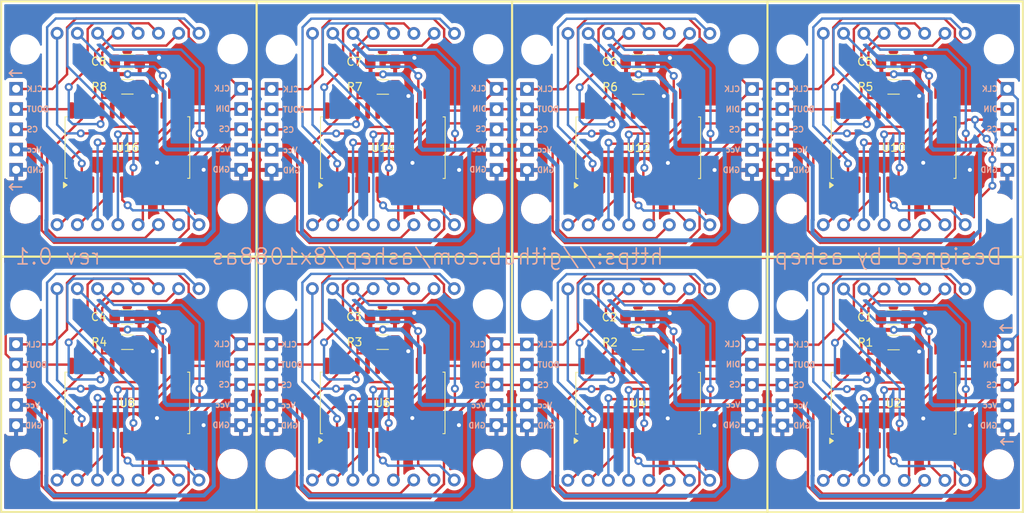
<source format=kicad_pcb>
(kicad_pcb (version 20240108) (generator "pcbnew") (generator_version "8.0")
  (layers (0 "F.Cu" signal) (31 "B.Cu" signal) (34 "B.Paste" user) (35 "F.Paste" user) (36 "B.SilkS" user "B.Silkscreen") (37 "F.SilkS" user "F.Silkscreen") (38 "B.Mask" user) (39 "F.Mask" user) (44 "Edge.Cuts" user))
  (net 0 "")
  (net 1 "GND")
  (net 2 "/Module1/CS")
  (net 3 "Vcc")
  (net 4 "/Module1/CLK")
  (net 5 "/Module1/DIN")
  (net 6 "/Module1/DOUT")
  (net 7 "/Module2/DOUT")
  (net 8 "/Module3/DOUT")
  (net 9 "/Module4/DOUT")
  (net 10 "/Module5/DOUT")
  (net 11 "/Module6/DOUT")
  (net 12 "Net-(U2-ISET)")
  (net 13 "Net-(U4-ISET)")
  (net 14 "Net-(U6-ISET)")
  (net 15 "Net-(U8-ISET)")
  (net 16 "Net-(U10-ISET)")
  (net 17 "Net-(U12-ISET)")
  (net 18 "Net-(U14-ISET)")
  (net 19 "Net-(U16-ISET)")
  (net 20 "Net-(U1-R5)")
  (net 21 "Net-(U1-C8)")
  (net 22 "Net-(U1-R4)")
  (net 23 "Net-(U1-R7)")
  (net 24 "Net-(U1-C1)")
  (net 25 "Net-(U1-C6)")
  (net 26 "Net-(U1-C7)")
  (net 27 "Net-(U1-R2)")
  (net 28 "Net-(U1-R6)")
  (net 29 "Net-(U1-C3)")
  (net 30 "Net-(U1-R1)")
  (net 31 "Net-(U1-C4)")
  (net 32 "Net-(U1-C5)")
  (net 33 "Net-(U1-R3)")
  (net 34 "Net-(U1-C2)")
  (net 35 "Net-(U1-R8)")
  (net 36 "Net-(U3-C3)")
  (net 37 "Net-(U3-R4)")
  (net 38 "Net-(U3-R6)")
  (net 39 "Net-(U3-R7)")
  (net 40 "Net-(U3-R3)")
  (net 41 "Net-(U3-R2)")
  (net 42 "Net-(U3-C8)")
  (net 43 "Net-(U3-R5)")
  (net 44 "Net-(U3-C4)")
  (net 45 "Net-(U3-C1)")
  (net 46 "Net-(U3-R8)")
  (net 47 "Net-(U3-R1)")
  (net 48 "Net-(U3-C5)")
  (net 49 "Net-(U3-C6)")
  (net 50 "Net-(U3-C7)")
  (net 51 "Net-(U3-C2)")
  (net 52 "Net-(U5-C5)")
  (net 53 "Net-(U5-R3)")
  (net 54 "Net-(U5-C2)")
  (net 55 "Net-(U5-R2)")
  (net 56 "Net-(U5-R7)")
  (net 57 "Net-(U5-C6)")
  (net 58 "Net-(U5-R4)")
  (net 59 "Net-(U5-C8)")
  (net 60 "Net-(U5-R5)")
  (net 61 "Net-(U5-C7)")
  (net 62 "Net-(U5-R8)")
  (net 63 "Net-(U5-C1)")
  (net 64 "Net-(U5-C4)")
  (net 65 "Net-(U5-R6)")
  (net 66 "Net-(U5-R1)")
  (net 67 "Net-(U5-C3)")
  (net 68 "Net-(U7-R8)")
  (net 69 "Net-(U7-C4)")
  (net 70 "Net-(U7-R4)")
  (net 71 "Net-(U7-R7)")
  (net 72 "Net-(U7-C7)")
  (net 73 "Net-(U7-C2)")
  (net 74 "Net-(U7-C6)")
  (net 75 "Net-(U7-R6)")
  (net 76 "Net-(U7-R2)")
  (net 77 "Net-(U7-R5)")
  (net 78 "Net-(U7-R3)")
  (net 79 "Net-(U7-C1)")
  (net 80 "Net-(U7-R1)")
  (net 81 "Net-(U7-C8)")
  (net 82 "Net-(U7-C3)")
  (net 83 "Net-(U7-C5)")
  (net 84 "Net-(U10-SEG_D)")
  (net 85 "Net-(U10-DIG_6)")
  (net 86 "Net-(U10-DIG_3)")
  (net 87 "Net-(U10-DIG_2)")
  (net 88 "Net-(U10-DIG_5)")
  (net 89 "Net-(U10-DIG_0)")
  (net 90 "Net-(U10-SEG_B)")
  (net 91 "Net-(U10-SEG_F)")
  (net 92 "Net-(U10-SEG_DP)")
  (net 93 "Net-(U10-DIG_4)")
  (net 94 "Net-(U10-SEG_E)")
  (net 95 "Net-(U10-DIG_1)")
  (net 96 "Net-(U10-SEG_G)")
  (net 97 "Net-(U10-DIG_7)")
  (net 98 "Net-(U10-SEG_C)")
  (net 99 "Net-(U10-SEG_A)")
  (net 100 "Net-(U11-R7)")
  (net 101 "Net-(U11-C4)")
  (net 102 "Net-(U11-R6)")
  (net 103 "Net-(U11-R5)")
  (net 104 "Net-(U11-C2)")
  (net 105 "Net-(U11-R2)")
  (net 106 "Net-(U11-C1)")
  (net 107 "Net-(U11-C8)")
  (net 108 "Net-(U11-R4)")
  (net 109 "Net-(U11-C6)")
  (net 110 "Net-(U11-R8)")
  (net 111 "Net-(U11-R3)")
  (net 112 "Net-(U11-C5)")
  (net 113 "Net-(U11-C7)")
  (net 114 "Net-(U11-R1)")
  (net 115 "Net-(U11-C3)")
  (net 116 "Net-(U13-C1)")
  (net 117 "Net-(U13-C6)")
  (net 118 "Net-(U13-R5)")
  (net 119 "Net-(U13-C2)")
  (net 120 "Net-(U13-R1)")
  (net 121 "Net-(U13-R7)")
  (net 122 "Net-(U13-R2)")
  (net 123 "Net-(U13-C7)")
  (net 124 "Net-(U13-R3)")
  (net 125 "Net-(U13-C4)")
  (net 126 "Net-(U13-C8)")
  (net 127 "Net-(U13-R4)")
  (net 128 "Net-(U13-C3)")
  (net 129 "Net-(U13-R8)")
  (net 130 "Net-(U13-R6)")
  (net 131 "Net-(U13-C5)")
  (net 132 "Net-(U15-R8)")
  (net 133 "Net-(U15-C3)")
  (net 134 "Net-(U15-C2)")
  (net 135 "Net-(U15-R2)")
  (net 136 "Net-(U15-C7)")
  (net 137 "Net-(U15-R5)")
  (net 138 "Net-(U15-C6)")
  (net 139 "Net-(U15-C1)")
  (net 140 "Net-(U15-R7)")
  (net 141 "Net-(U15-R3)")
  (net 142 "Net-(U15-C8)")
  (net 143 "Net-(U15-C4)")
  (net 144 "Net-(U15-R4)")
  (net 145 "Net-(U15-R6)")
  (net 146 "Net-(U15-C5)")
  (net 147 "Net-(U15-R1)")
  (net 148 "/Module7/DOUT")
  (net 149 "/Module8/DOUT")
  (footprint "Resistor_SMD:R_1206_3216Metric_Pad1.30x1.75mm_HandSolder" (layer "F.Cu") (at 127.212012 107.408922)
    (property "Reference" "R3")
    (property "Value" "10K")
  )
  (footprint "FootPrints:1088A LED Matrix" (layer "F.Cu") (at 182.417012 68.675413)
    (property "Reference" "U9" (hide yes))
    (property "Value" "1088A LED Matrix" (hide yes))
  )
  (footprint "FootPrints:MountingHole_3.2mm_M3" (layer "F.Cu") (at 82.462312 70.709313)
    (property "Reference" "H29" (hide yes))
    (property "Value" "MountingHole" (hide yes))
  )
  (footprint "FootPrints:MountingHole_3.2mm_M3" (layer "F.Cu") (at 146.429312 90.682016)
    (property "Reference" "H24" (hide yes))
    (property "Value" "MountingHole" (hide yes))
  )
  (footprint "FootPrints:MountingHole_3.2mm_M3" (layer "F.Cu") (at 82.414362 122.682663)
    (property "Reference" "H16" (hide yes))
    (property "Value" "MountingHole" (hide yes))
  )
  (footprint "Resistor_SMD:R_1206_3216Metric_Pad1.30x1.75mm_HandSolder" (layer "F.Cu") (at 191.225012 75.392722)
    (property "Reference" "R5")
    (property "Value" "10K")
  )
  (footprint "FootPrints:MountingHole_3.2mm_M3" (layer "F.Cu") (at 82.421312 90.653263)
    (property "Reference" "H32" (hide yes))
    (property "Value" "MountingHole" (hide yes))
  )
  (footprint "FootPrints:MountingHole_3.2mm_M3" (layer "F.Cu") (at 172.410726 122.715625)
    (property "Reference" "H7" (hide yes))
    (property "Value" "MountingHole" (hide yes))
  )
  (footprint "Capacitor_SMD:C_1206_3216Metric_Pad1.33x1.80mm_HandSolder" (layer "F.Cu") (at 127.191246 104.249532)
    (property "Reference" "C3")
    (property "Value" "0.1uF" (hide yes))
  )
  (footprint "Package_SO:SOIC-24W_7.5x15.4mm_P1.27mm" (layer "F.Cu") (at 191.226539 115.069497 90)
    (property "Reference" "U2")
    (property "Value" "MAX7219" (hide yes))
  )
  (footprint "FootPrints:1088A LED Matrix" (layer "F.Cu") (at 118.404012 100.691613)
    (property "Reference" "U5" (hide yes))
    (property "Value" "1088A LED Matrix" (hide yes))
  )
  (footprint "FootPrints:MountingHole_3.2mm_M3" (layer "F.Cu") (at 204.418539 102.725447)
    (property "Reference" "H2" (hide yes))
    (property "Value" "MountingHole" (hide yes))
  )
  (footprint "Resistor_SMD:R_1206_3216Metric_Pad1.30x1.75mm_HandSolder" (layer "F.Cu") (at 191.226539 107.455806)
    (property "Reference" "R1")
    (property "Value" "10K")
  )
  (footprint "FootPrints:MountingHole_3.2mm_M3" (layer "F.Cu") (at 108.414362 102.682663)
    (property "Reference" "H14" (hide yes))
    (property "Value" "MountingHole" (hide yes))
  )
  (footprint "Package_SO:SOIC-24W_7.5x15.4mm_P1.27mm" (layer "F.Cu") (at 127.233312 83.016738 90)
    (property "Reference" "U14")
    (property "Value" "MAX7219" (hide yes))
  )
  (footprint "FootPrints:MountingHole_3.2mm_M3" (layer "F.Cu") (at 204.417012 70.662363)
    (property "Reference" "H18" (hide yes))
    (property "Value" "MountingHole" (hide yes))
  )
  (footprint "Package_SO:SOIC-24W_7.5x15.4mm_P1.27mm" (layer "F.Cu") (at 191.225012 83.006413 90)
    (property "Reference" "U10")
    (property "Value" "MAX7219" (hide yes))
  )
  (footprint "Package_SO:SOIC-24W_7.5x15.4mm_P1.27mm" (layer "F.Cu") (at 159.237312 83.026066 90)
    (property "Reference" "U12")
    (property "Value" "MAX7219" (hide yes))
  )
  (footprint "Capacitor_SMD:C_1206_3216Metric_Pad1.33x1.80mm_HandSolder" (layer "F.Cu") (at 159.216546 72.252985)
    (property "Reference" "C6")
    (property "Value" "0.1uF" (hide yes))
  )
  (footprint "FootPrints:MountingHole_3.2mm_M3" (layer "F.Cu") (at 204.417012 90.662362)
    (property "Reference" "H19" (hide yes))
    (property "Value" "MountingHole" (hide yes))
  )
  (footprint "Capacitor_SMD:C_1206_3216Metric_Pad1.33x1.80mm_HandSolder" (layer "F.Cu") (at 191.204246 72.233332)
    (property "Reference" "C5")
    (property "Value" "0.1uF" (hide yes))
  )
  (footprint "Package_SO:SOIC-24W_7.5x15.4mm_P1.27mm" (layer "F.Cu") (at 95.229312 82.997313 90)
    (property "Reference" "U16")
    (property "Value" "MAX7219" (hide yes))
  )
  (footprint "Resistor_SMD:R_1206_3216Metric_Pad1.30x1.75mm_HandSolder" (layer "F.Cu") (at 159.237312 75.412375)
    (property "Reference" "R6")
    (property "Value" "10K")
  )
  (footprint "FootPrints:MountingHole_3.2mm_M3" (layer "F.Cu") (at 108.421312 70.653263)
    (property "Reference" "H30" (hide yes))
    (property "Value" "MountingHole" (hide yes))
  )
  (footprint "FootPrints:MountingHole_3.2mm_M3" (layer "F.Cu") (at 108.414362 122.682662)
    (property "Reference" "H15" (hide yes))
    (property "Value" "MountingHole" (hide yes))
  )
  (footprint "FootPrints:MountingHole_3.2mm_M3" (layer "F.Cu") (at 114.404012 122.678563)
    (property "Reference" "H12" (hide yes))
    (property "Value" "MountingHole" (hide yes))
  )
  (footprint "Resistor_SMD:R_1206_3216Metric_Pad1.30x1.75mm_HandSolder" (layer "F.Cu") (at 159.218726 107.445985)
    (property "Reference" "R2")
    (property "Value" "10K")
  )
  (footprint "FootPrints:MountingHole_3.2mm_M3" (layer "F.Cu") (at 82.455362 102.738713)
    (property "Reference" "H13" (hide yes))
    (property "Value" "MountingHole" (hide yes))
  )
  (footprint "FootPrints:MountingHole_3.2mm_M3" (layer "F.Cu") (at 140.425312 90.672687)
    (property "Reference" "H27" (hide yes))
    (property "Value" "MountingHole" (hide yes))
  )
  (footprint "Resistor_SMD:R_1206_3216Metric_Pad1.30x1.75mm_HandSolder" (layer "F.Cu") (at 95.229312 75.383622)
    (property "Reference" "R8")
    (property "Value" "10K")
  )
  (footprint "FootPrints:1088A LED Matrix" (layer "F.Cu") (at 86.414362 100.695713)
    (property "Reference" "U7" (hide yes))
    (property "Value" "1088A LED Matrix" (hide yes))
  )
  (footprint "Capacitor_SMD:C_1206_3216Metric_Pad1.33x1.80mm_HandSolder" (layer "F.Cu") (at 95.208546 72.224232)
    (property "Reference" "C8")
    (property "Value" "0.1uF" (hide yes))
  )
  (footprint "Resistor_SMD:R_1206_3216Metric_Pad1.30x1.75mm_HandSolder" (layer "F.Cu") (at 127.233312 75.403047)
    (property "Reference" "R7")
    (property "Value" "10K")
  )
  (footprint "FootPrints:1088A LED Matrix" (layer "F.Cu") (at 86.421312 68.666313)
    (property "Reference" "U15" (hide yes))
    (property "Value" "1088A LED Matrix" (hide yes))
  )
  (footprint "FootPrints:MountingHole_3.2mm_M3" (layer "F.Cu") (at 178.459539 102.781497)
    (property "Reference" "H1" (hide yes))
    (property "Value" "MountingHole" (hide yes))
  )
  (footprint "FootPrints:1088A LED Matrix" (layer "F.Cu") (at 150.410726 100.728676)
    (property "Reference" "U3" (hide yes))
    (property "Value" "1088A LED Matrix" (hide yes))
  )
  (footprint "FootPrints:MountingHole_3.2mm_M3" (layer "F.Cu") (at 108.421312 90.653262)
    (property "Reference" "H31" (hide yes))
    (property "Value" "MountingHole" (hide yes))
  )
  (footprint "FootPrints:MountingHole_3.2mm_M3" (layer "F.Cu") (at 178.417012 90.662363)
    (property "Reference" "H20" (hide yes))
    (property "Value" "MountingHole" (hide yes))
  )
  (footprint "FootPrints:MountingHole_3.2mm_M3" (layer "F.Cu") (at 114.425312 90.672688)
    (property "Reference" "H28" (hide yes))
    (property "Value" "MountingHole" (hide yes))
  )
  (footprint "Package_SO:SOIC-24W_7.5x15.4mm_P1.27mm" (layer "F.Cu") (at 127.212012 115.022613 90)
    (property "Reference" "U6")
    (property "Value" "MAX7219" (hide yes))
  )
  (footprint "FootPrints:MountingHole_3.2mm_M3" (layer "F.Cu") (at 114.466312 70.728738)
    (property "Reference" "H25" (hide yes))
    (property "Value" "MountingHole" (hide yes))
  )
  (footprint "Capacitor_SMD:C_1206_3216Metric_Pad1.33x1.80mm_HandSolder" (layer "F.Cu") (at 191.205773 104.296416)
    (property "Reference" "C1")
    (property "Value" "0.1uF" (hide yes))
  )
  (footprint "Package_SO:SOIC-24W_7.5x15.4mm_P1.27mm" (layer "F.Cu") (at 159.218726 115.059676 90)
    (property "Reference" "U4")
    (property "Value" "MAX7219" (hide yes))
  )
  (footprint "Capacitor_SMD:C_1206_3216Metric_Pad1.33x1.80mm_HandSolder" (layer "F.Cu") (at 127.212546 72.243657)
    (property "Reference" "C7")
    (property "Value" "0.1uF" (hide yes))
  )
  (footprint "FootPrints:MountingHole_3.2mm_M3" (layer "F.Cu") (at 204.418539 122.725447)
    (property "Reference" "H3" (hide yes))
    (property "Value" "MountingHole" (hide yes))
  )
  (footprint "FootPrints:MountingHole_3.2mm_M3" (layer "F.Cu") (at 146.410726 122.715626)
    (property "Reference" "H8" (hide yes))
    (property "Value" "MountingHole" (hide yes))
  )
  (footprint "FootPrints:MountingHole_3.2mm_M3" (layer "F.Cu") (at 146.451726 102.771676)
    (property "Reference" "H5" (hide yes))
    (property "Value" "MountingHole" (hide yes))
  )
  (footprint "FootPrints:1088A LED Matrix" (layer "F.Cu") (at 182.418539 100.738497)
    (property "Reference" "U1" (hide yes))
    (property "Value" "1088A LED Matrix" (hide yes))
  )
  (footprint "FootPrints:MountingHole_3.2mm_M3" (layer "F.Cu") (at 114.445012 102.734613)
    (property "Reference" "H9" (hide yes))
    (property "Value" "MountingHole" (hide yes))
  )
  (footprint "FootPrints:MountingHole_3.2mm_M3" (layer "F.Cu") (at 140.404012 102.678563)
    (property "Reference" "H10" (hide yes))
    (property "Value" "MountingHole" (hide yes))
  )
  (footprint "FootPrints:MountingHole_3.2mm_M3" (layer "F.Cu") (at 172.429312 70.682016)
    (property "Reference" "H22" (hide yes))
    (property "Value" "MountingHole" (hide yes))
  )
  (footprint "FootPrints:MountingHole_3.2mm_M3" (layer "F.Cu") (at 140.425312 70.672688)
    (property "Reference" "H26" (hide yes))
    (property "Value" "MountingHole" (hide yes))
  )
  (footprint "FootPrints:MountingHole_3.2mm_M3" (layer "F.Cu") (at 178.458012 70.718413)
    (property "Reference" "H17" (hide yes))
    (property "Value" "MountingHole" (hide yes))
  )
  (footprint "FootPrints:MountingHole_3.2mm_M3" (layer "F.Cu") (at 172.429312 90.682015)
    (property "Reference" "H23" (hide yes))
    (property "Value" "MountingHole" (hide yes))
  )
  (footprint "Package_SO:SOIC-24W_7.5x15.4mm_P1.27mm" (layer "F.Cu") (at 95.222362 115.026713 90)
    (property "Reference" "U8")
    (property "Value" "MAX7219" (hide yes))
  )
  (footprint "FootPrints:1088A LED Matrix" (layer "F.Cu") (at 150.429312 68.695066)
    (property "Reference" "U11" (hide yes))
    (property "Value" "1088A LED Matrix" (hide yes))
  )
  (footprint "FootPrints:MountingHole_3.2mm_M3" (layer "F.Cu") (at 172.410726 102.715626)
    (property "Reference" "H6" (hide yes))
    (property "Value" "MountingHole" (hide yes))
  )
  (footprint "FootPrints:MountingHole_3.2mm_M3" (layer "F.Cu") (at 146.470312 70.738066)
    (property "Reference" "H21" (hide yes))
    (property "Value" "MountingHole" (hide yes))
  )
  (footprint "Capacitor_SMD:C_1206_3216Metric_Pad1.33x1.80mm_HandSolder" (layer "F.Cu") (at 159.19796 104.286595)
    (property "Reference" "C2")
    (property "Value" "0.1uF" (hide yes))
  )
  (footprint "FootPrints:MountingHole_3.2mm_M3" (layer "F.Cu") (at 140.404012 122.678562)
    (property "Reference" "H11" (hide yes))
    (property "Value" "MountingHole" (hide yes))
  )
  (footprint "Capacitor_SMD:C_1206_3216Metric_Pad1.33x1.80mm_HandSolder" (layer "F.Cu") (at 95.201596 104.253632)
    (property "Reference" "C4")
    (property "Value" "0.1uF" (hide yes))
  )
  (footprint "FootPrints:1088A LED Matrix" (layer "F.Cu") (at 118.425312 68.685738)
    (property "Reference" "U13" (hide yes))
    (property "Value" "1088A LED Matrix" (hide yes))
  )
  (footprint "Resistor_SMD:R_1206_3216Metric_Pad1.30x1.75mm_HandSolder" (layer "F.Cu") (at 95.222362 107.413022)
    (property "Reference" "R4")
    (property "Value" "10K")
  )
  (footprint "FootPrints:MountingHole_3.2mm_M3" (layer "F.Cu") (at 178.418539 122.725447)
    (property "Reference" "H4" (hide yes))
    (property "Value" "MountingHole" (hide yes))
  )
  (footprint "FootPrints:PinHeader_1x01_P2.54mm_Vertical" (layer "B.Cu") (at 113.272046 115.273132)
    (property "Reference" "J21" (hide yes))
    (property "Value" "Vcc")
  )
  (footprint "FootPrints:PinHeader_1x01_P2.54mm_Vertical" (layer "B.Cu") (at 173.47276 107.690195 180)
    (property "Reference" "J19" (hide yes))
    (property "Value" "CLK")
  )
  (footprint "FootPrints:PinHeader_1x01_P2.54mm_Vertical" (layer "B.Cu") (at 81.289346 85.787832)
    (property "Reference" "J76" (hide yes))
    (property "Value" "GND")
  )
  (footprint "FootPrints:PinHeader_1x01_P2.54mm_Vertical" (layer "B.Cu") (at 145.297346 78.196586)
    (property "Reference" "J53" (hide yes))
    (property "Value" "DOUT")
  )
  (footprint "FootPrints:PinHeader_1x01_P2.54mm_Vertical" (layer "B.Cu") (at 145.27876 117.850195)
    (property "Reference" "J16" (hide yes))
    (property "Value" "GND")
  )
  (footprint "FootPrints:PinHeader_1x01_P2.54mm_Vertical" (layer "B.Cu") (at 145.27876 110.230196)
    (property "Reference" "J13" (hide yes))
    (property "Value" "DOUT")
  )
  (footprint "FootPrints:PinHeader_1x01_P2.54mm_Vertical" (layer "B.Cu") (at 205.480573 115.320016 180)
    (property "Reference" "J2" (hide yes))
    (property "Value" "Vcc")
  )
  (footprint "FootPrints:PinHeader_1x01_P2.54mm_Vertical" (layer "B.Cu") (at 173.491346 83.276584 180)
    (property "Reference" "J52" (hide yes))
    (property "Value" "Vcc")
  )
  (footprint "FootPrints:PinHeader_1x01_P2.54mm_Vertical" (layer "B.Cu") (at 145.27876 107.690196)
    (property "Reference" "J17" (hide yes))
    (property "Value" "CLK")
  )
  (footprint "FootPrints:PinHeader_1x01_P2.54mm_Vertical" (layer "B.Cu") (at 141.487346 85.807256 180)
    (property "Reference" "J68" (hide yes))
    (property "Value" "GND")
  )
  (footprint "FootPrints:PinHeader_1x01_P2.54mm_Vertical" (layer "B.Cu") (at 81.289346 75.627833)
    (property "Reference" "J77" (hide yes))
    (property "Value" "CLK")
  )
  (footprint "FootPrints:PinHeader_1x01_P2.54mm_Vertical" (layer "B.Cu") (at 177.285046 83.256932)
    (property "Reference" "J41" (hide yes))
    (property "Value" "Vcc")
  )
  (footprint "FootPrints:PinHeader_1x01_P2.54mm_Vertical" (layer "B.Cu") (at 81.289346 78.167833)
    (property "Reference" "J73" (hide yes))
    (property "Value" "DOUT")
  )
  (footprint "FootPrints:PinHeader_1x01_P2.54mm_Vertical" (layer "B.Cu") (at 141.487346 80.727257 180)
    (property "Reference" "J65" (hide yes))
    (property "Value" "CS")
  )
  (footprint "FootPrints:PinHeader_1x01_P2.54mm_Vertical" (layer "B.Cu") (at 145.27876 112.770196)
    (property "Reference" "J14" (hide yes))
    (property "Value" "CS")
  )
  (footprint "FootPrints:PinHeader_1x01_P2.54mm_Vertical" (layer "B.Cu") (at 113.272046 112.733133)
    (property "Reference" "J24" (hide yes))
    (property "Value" "CS")
  )
  (footprint "FootPrints:PinHeader_1x01_P2.54mm_Vertical" (layer "B.Cu") (at 173.47276 110.230195 180)
    (property "Reference" "J20" (hide yes))
    (property "Value" "DIN")
  )
  (footprint "FootPrints:PinHeader_1x01_P2.54mm_Vertical" (layer "B.Cu") (at 205.479046 80.716932 180)
    (property "Reference" "J45" (hide yes))
    (property "Value" "CS")
  )
  (footprint "FootPrints:PinHeader_1x01_P2.54mm_Vertical" (layer "B.Cu") (at 113.293346 75.647258)
    (property "Reference" "J67" (hide yes))
    (property "Value" "CLK")
  )
  (footprint "FootPrints:PinHeader_1x01_P2.54mm_Vertical" (layer "B.Cu") (at 113.272046 110.193133)
    (property "Reference" "J23" (hide yes))
    (property "Value" "DOUT")
  )
  (footprint "FootPrints:PinHeader_1x01_P2.54mm_Vertical" (layer "B.Cu") (at 141.466046 112.733132 180)
    (property "Reference" "J25" (hide yes))
    (property "Value" "CS")
  )
  (footprint "FootPrints:PinHeader_1x01_P2.54mm_Vertical" (layer "B.Cu") (at 205.479046 85.796931 180)
    (property "Reference" "J48" (hide yes))
    (property "Value" "GND")
  )
  (footprint "FootPrints:PinHeader_1x01_P2.54mm_Vertical" (layer "B.Cu") (at 141.466046 115.273131 180)
    (property "Reference" "J22" (hide yes))
    (property "Value" "Vcc")
  )
  (footprint "FootPrints:PinHeader_1x01_P2.54mm_Vertical" (layer "B.Cu") (at 177.286573 107.700016)
    (property "Reference" "J7" (hide yes))
    (property "Value" "CLK")
  )
  (footprint "FootPrints:PinHeader_1x01_P2.54mm_Vertical" (layer "B.Cu") (at 113.293346 85.807257)
    (property "Reference" "J66" (hide yes))
    (property "Value" "GND")
  )
  (footprint "FootPrints:PinHeader_1x01_P2.54mm_Vertical" (layer "B.Cu") (at 141.466046 110.193132 180)
    (property "Reference" "J30" (hide yes))
    (property "Value" "DIN")
  )
  (footprint "FootPrints:PinHeader_1x01_P2.54mm_Vertical" (layer "B.Cu") (at 81.282396 115.277232)
    (property "Reference" "J31" (hide yes))
    (property "Value" "Vcc")
  )
  (footprint "FootPrints:PinHeader_1x01_P2.54mm_Vertical" (layer "B.Cu") (at 177.285046 85.796932)
    (property "Reference" "J46" (hide yes))
    (property "Value" "GND")
  )
  (footprint "FootPrints:PinHeader_1x01_P2.54mm_Vertical" (layer "B.Cu") (at 81.282396 112.737233)
    (property "Reference" "J34" (hide yes))
    (property "Value" "CS")
  )
  (footprint "FootPrints:PinHeader_1x01_P2.54mm_Vertical" (layer "B.Cu") (at 177.285046 75.636933)
    (property "Reference" "J47" (hide yes))
    (property "Value" "CLK")
  )
  (footprint "FootPrints:PinHeader_1x01_P2.54mm_Vertical" (layer "B.Cu") (at 109.483346 75.627832 180)
    (property "Reference" "J79" (hide yes))
    (property "Value" "CLK")
  )
  (footprint "FootPrints:PinHeader_1x01_P2.54mm_Vertical" (layer "B.Cu") (at 109.476396 110.197232 180)
    (property "Reference" "J40" (hide yes))
    (property "Value" "DIN")
  )
  (footprint "FootPrints:PinHeader_1x01_P2.54mm_Vertical" (layer "B.Cu") (at 113.293346 80.727258)
    (property "Reference" "J64" (hide yes))
    (property "Value" "CS")
  )
  (footprint "FootPrints:PinHeader_1x01_P2.54mm_Vertical" (layer "B.Cu") (at 177.285046 78.176933)
    (property "Reference" "J43" (hide yes))
    (property "Value" "DOUT")
  )
  (footprint "FootPrints:PinHeader_1x01_P2.54mm_Vertical" (layer "B.Cu") (at 141.487346 75.647257 180)
    (property "Reference" "J69" (hide yes))
    (property "Value" "CLK")
  )
  (footprint "FootPrints:PinHeader_1x01_P2.54mm_Vertical" (layer "B.Cu") (at 177.286573 117.860016)
    (property "Reference" "J6" (hide yes))
    (property "Value" "GND")
  )
  (footprint "FootPrints:PinHeader_1x01_P2.54mm_Vertical" (layer "B.Cu") (at 109.476396 112.737232 180)
    (property "Reference" "J35" (hide yes))
    (property "Value" "CS")
  )
  (footprint "FootPrints:PinHeader_1x01_P2.54mm_Vertical" (layer "B.Cu") (at 177.285046 80.716933)
    (property "Reference" "J44" (hide yes))
    (property "Value" "CS")
  )
  (footprint "FootPrints:PinHeader_1x01_P2.54mm_Vertical" (layer "B.Cu") (at 173.491346 85.816584 180)
    (property "Reference" "J58" (hide yes))
    (property "Value" "GND")
  )
  (footprint "FootPrints:PinHeader_1x01_P2.54mm_Vertical" (layer "B.Cu") (at 109.476396 115.277231 180)
    (property "Reference" "J32" (hide yes))
    (property "Value" "Vcc")
  )
  (footprint "FootPrints:PinHeader_1x01_P2.54mm_Vertical" (layer "B.Cu") (at 113.293346 83.267257)
    (property "Reference" "J61" (hide yes))
    (property "Value" "Vcc")
  )
  (footprint "FootPrints:PinHeader_1x01_P2.54mm_Vertical" (layer "B.Cu") (at 177.286573 110.240016)
    (property "Reference" "J3" (hide yes))
    (property "Value" "DOUT")
  )
  (footprint "FootPrints:PinHeader_1x01_P2.54mm_Vertical" (layer "B.Cu") (at 109.483346 80.707832 180)
    (property "Reference" "J75" (hide yes))
    (property "Value" "CS")
  )
  (footprint "FootPrints:PinHeader_1x01_P2.54mm_Vertical" (layer "B.Cu") (at 113.293346 78.187258)
    (property "Reference" "J63" (hide yes))
    (property "Value" "DOUT")
  )
  (footprint "FootPrints:PinHeader_1x01_P2.54mm_Vertical" (layer "B.Cu") (at 109.476396 107.657232 180)
    (property "Reference" "J39" (hide yes))
    (property "Value" "CLK")
  )
  (footprint "FootPrints:PinHeader_1x01_P2.54mm_Vertical" (layer "B.Cu") (at 205.479046 75.636932 180)
    (property "Reference" "J49" (hide yes))
    (property "Value" "CLK")
  )
  (footprint "FootPrints:PinHeader_1x01_P2.54mm_Vertical" (layer "B.Cu") (at 109.476396 117.817231 180)
    (property "Reference" "J38" (hide yes))
    (property "Value" "GND")
  )
  (footprint "FootPrints:PinHeader_1x01_P2.54mm_Vertical" (layer "B.Cu") (at 145.297346 80.736586)
    (property "Reference" "J54" (hide yes))
    (property "Value" "CS")
  )
  (footprint "FootPrints:PinHeader_1x01_P2.54mm_Vertical" (layer "B.Cu") (at 173.47276 112.770195 180)
    (property "Reference" "J15" (hide yes))
    (property "Value" "CS")
  )
  (footprint "FootPrints:PinHeader_1x01_P2.54mm_Vertical" (layer "B.Cu") (at 141.466046 107.653132 180)
    (property "Reference" "J29" (hide yes))
    (property "Value" "CLK")
  )
  (footprint "FootPrints:PinHeader_1x01_P2.54mm_Vertical" (layer "B.Cu") (at 205.479046 83.256931 180)
    (property "Reference" "J42" (hide yes))
    (property "Value" "Vcc")
  )
  (footprint "FootPrints:PinHeader_1x01_P2.54mm_Vertical" (layer "B.Cu") (at 173.491346 80.736585 180)
    (property "Reference" "J55" (hide yes))
    (property "Value" "CS")
  )
  (footprint "FootPrints:PinHeader_1x01_P2.54mm_Vertical" (layer "B.Cu") (at 81.282396 110.197233)
    (property "Reference" "J33" (hide yes))
    (property "Value" "DOUT")
  )
  (footprint "FootPrints:PinHeader_1x01_P2.54mm_Vertical" (layer "B.Cu") (at 173.491346 75.656585 180)
    (property "Reference" "J59" (hide yes))
    (property "Value" "CLK")
  )
  (footprint "FootPrints:PinHeader_1x01_P2.54mm_Vertical" (layer "B.Cu") (at 141.466046 117.813131 180)
    (property "Reference" "J28" (hide yes))
    (property "Value" "GND")
  )
  (footprint "FootPrints:PinHeader_1x01_P2.54mm_Vertical" (layer "B.Cu") (at 173.47276 115.310194 180)
    (property "Reference" "J12" (hide yes))
    (property "Value" "Vcc")
  )
  (footprint "FootPrints:PinHeader_1x01_P2.54mm_Vertical" (layer "B.Cu") (at 145.297346 85.816585)
    (property "Reference" "J56" (hide yes))
    (property "Value" "GND")
  )
  (footprint "FootPrints:PinHeader_1x01_P2.54mm_Vertical" (layer "B.Cu") (at 109.483346 85.787831 180)
    (property "Reference" "J78" (hide yes))
    (property "Value" "GND")
  )
  (footprint "FootPrints:PinHeader_1x01_P2.54mm_Vertical" (layer "B.Cu") (at 141.487346 78.187257 180)
    (property "Reference" "J70" (hide yes))
    (property "Value" "DIN")
  )
  (footprint "FootPrints:PinHeader_1x01_P2.54mm_Vertical" (layer "B.Cu") (at 109.483346 83.247831 180)
    (property "Reference" "J72" (hide yes))
    (property "Value" "Vcc")
  )
  (footprint "FootPrints:PinHeader_1x01_P2.54mm_Vertical" (layer "B.Cu") (at 141.487346 83.267256 180)
    (property "Reference" "J62" (hide yes))
    (property "Value" "Vcc")
  )
  (footprint "FootPrints:PinHeader_1x01_P2.54mm_Vertical" (layer "B.Cu") (at 81.282396 117.817232)
    (property "Reference" "J36" (hide yes))
    (property "Value" "GND")
  )
  (footprint "FootPrints:PinHeader_1x01_P2.54mm_Vertical" (layer "B.Cu") (at 205.480573 110.240016 180)
    (property "Reference" "J10" (hide yes))
    (property "Value" "DIN")
  )
  (footprint "FootPrints:PinHeader_1x01_P2.54mm_Vertical" (layer "B.Cu") (at 205.479046 78.176932 180)
    (property "Reference" "J50" (hide yes))
    (property "Value" "DIN")
  )
  (footprint "FootPrints:PinHeader_1x01_P2.54mm_Vertical" (layer "B.Cu") (at 177.286573 115.320016)
    (property "Reference" "J1" (hide yes))
    (property "Value" "Vcc")
  )
  (footprint "FootPrints:PinHeader_1x01_P2.54mm_Vertical" (layer "B.Cu") (at 205.480573 107.700016 180)
    (property "Reference" "J9" (hide yes))
    (property "Value" "CLK")
  )
  (footprint "FootPrints:PinHeader_1x01_P2.54mm_Vertical" (layer "B.Cu") (at 145.27876 115.310195)
    (property "Reference" "J11" (hide yes))
    (property "Value" "Vcc")
  )
  (footprint "FootPrints:PinHeader_1x01_P2.54mm_Vertical" (layer "B.Cu") (at 145.297346 83.276585)
    (property "Reference" "J51" (hide yes))
    (property "Value" "Vcc")
  )
  (footprint "FootPrints:PinHeader_1x01_P2.54mm_Vertical" (layer "B.Cu") (at 81.282396 107.657233)
    (property "Reference" "J37" (hide yes))
    (property "Value" "CLK")
  )
  (footprint "FootPrints:PinHeader_1x01_P2.54mm_Vertical" (layer "B.Cu") (at 205.480573 117.860016 180)
    (property "Reference" "J8" (hide yes))
    (property "Value" "GND")
  )
  (footprint "FootPrints:PinHeader_1x01_P2.54mm_Vertical" (layer "B.Cu") (at 173.47276 117.850194 180)
    (property "Reference" "J18" (hide yes))
    (property "Value" "GND")
  )
  (footprint "FootPrints:PinHeader_1x01_P2.54mm_Vertical" (layer "B.Cu") (at 109.483346 78.167832 180)
    (property "Reference" "J80" (hide yes))
    (property "Value" "DIN")
  )
  (footprint "FootPrints:PinHeader_1x01_P2.54mm_Vertical" (layer "B.Cu") (at 113.272046 107.653133)
    (property "Reference" "J27" (hide yes))
    (property "Value" "CLK")
  )
  (footprint "FootPrints:PinHeader_1x01_P2.54mm_Vertical" (layer "B.Cu") (at 81.289346 80.707833)
    (property "Reference" "J74" (hide yes))
    (property "Value" "CS")
  )
  (footprint "FootPrints:PinHeader_1x01_P2.54mm_Vertical" (layer "B.Cu") (at 113.272046 117.813132)
    (property "Reference" "J26" (hide yes))
    (property "Value" "GND")
  )
  (footprint "FootPrints:PinHeader_1x01_P2.54mm_Vertical" (layer "B.Cu") (at 173.491346 78.196585 180)
    (property "Reference" "J60" (hide yes))
    (property "Value" "DIN")
  )
  (footprint "FootPrints:PinHeader_1x01_P2.54mm_Vertical" (layer "B.Cu") (at 145.297346 75.656586)
    (property "Reference" "J57" (hide yes))
    (property "Value" "CLK")
  )
  (footprint "FootPrints:PinHeader_1x01_P2.54mm_Vertical" (layer "B.Cu") (at 81.289346 83.247832)
    (property "Reference" "J71" (hide yes))
    (property "Value" "Vcc")
  )
  (footprint "FootPrints:PinHeader_1x01_P2.54mm_Vertical" (layer "B.Cu") (at 205.480573 112.780016 180)
    (property "Reference" "J5" (hide yes))
    (property "Value" "CS")
  )
  (footprint "FootPrints:PinHeader_1x01_P2.54mm_Vertical" (layer "B.Cu") (at 177.286573 112.780016)
    (property "Reference" "J4" (hide yes))
    (property "Value" "CS")
  )
  (gr_rect (start 79.293373 64.520016) (end 207.563373 128.832816) (stroke (width 0.05)) (fill none) (layer "Edge.Cuts"))
  (gr_text "←" (at 79.852173 74.680016 0) (layer "B.SilkS") (effects (font (size 2 2) (thickness 0.2)) (justify left bottom)))
  (gr_text "rev 0.1" (at 92.044173 97.844816 0) (layer "B.SilkS") (effects (font (size 2 2) (thickness 0.2)) (justify left bottom mirror)))
  (gr_text "https://github.com/ashep/8x1088as" (at 162.555992 97.844816 0) (layer "B.SilkS") (effects (font (size 2 2) (thickness 0.2)) (justify left bottom mirror)))
  (gr_text "←" (at 203.956573 106.633216 0) (layer "B.SilkS") (effects (font (size 2 2) (thickness 0.2)) (justify left bottom)))
  (gr_text "Designed by ashep" (at 204.972573 97.844816 0) (layer "B.SilkS") (effects (font (size 2 2) (thickness 0.2)) (justify left bottom mirror)))
  (gr_text "←" (at 204.058173 120.908016 0) (layer "B.SilkS") (effects (font (size 2 2) (thickness 0.2)) (justify left bottom)))
  (gr_text "←" (at 79.852173 88.954816 0) (layer "B.SilkS") (effects (font (size 2 2) (thickness 0.2)) (justify left bottom)))
  (segment (start 173.47276 117.850195) (end 168.77376 117.850195) (width 0.5) (layer "F.Cu") (net 1))
  (segment (start 109.476396 117.817232) (end 104.777396 117.817232) (width 0.5) (layer "F.Cu") (net 1))
  (segment (start 205.480573 117.860016) (end 200.781573 117.860016) (width 0.5) (layer "F.Cu") (net 1))
  (segment (start 205.479046 85.796932) (end 200.780046 85.796932) (width 0.5) (layer "F.Cu") (net 1))
  (segment (start 173.491346 85.816585) (end 168.792346 85.816585) (width 0.5) (layer "F.Cu") (net 1))
  (segment (start 141.487346 85.807257) (end 136.788346 85.807257) (width 0.5) (layer "F.Cu") (net 1))
  (segment (start 141.466046 117.813132) (end 136.767046 117.813132) (width 0.5) (layer "F.Cu") (net 1))
  (segment (start 109.483346 85.787832) (end 104.784346 85.787832) (width 0.5) (layer "F.Cu") (net 1))
  (via (at 168.792346 85.816585) (size 1) (drill 0.5) (layers "F.Cu" "B.Cu") (net 1))
  (via (at 99.185312 71.730263) (size 1) (drill 0.5) (layers "F.Cu" "B.Cu") (net 1))
  (via (at 162.93176 116.961195) (size 1) (drill 0.5) (layers "F.Cu" "B.Cu") (net 1))
  (via (at 136.767046 117.813132) (size 1) (drill 0.5) (layers "F.Cu" "B.Cu") (net 1))
  (via (at 130.417046 108.542132) (size 1) (drill 0.5) (layers "F.Cu" "B.Cu") (net 1))
  (via (at 131.189312 71.749688) (size 1) (drill 0.5) (layers "F.Cu" "B.Cu") (net 1))
  (via (at 136.788346 85.807257) (size 1) (drill 0.5) (layers "F.Cu" "B.Cu") (net 1))
  (via (at 194.431573 108.589016) (size 1) (drill 0.5) (layers "F.Cu" "B.Cu") (net 1))
  (via (at 163.193312 71.759016) (size 1) (drill 0.5) (layers "F.Cu" "B.Cu") (net 1))
  (via (at 162.950346 84.927585) (size 1) (drill 0.5) (layers "F.Cu" "B.Cu") (net 1))
  (via (at 195.181012 71.739363) (size 1) (drill 0.5) (layers "F.Cu" "B.Cu") (net 1))
  (via (at 168.77376 117.850195) (size 1) (drill 0.5) (layers "F.Cu" "B.Cu") (net 1))
  (via (at 131.168012 103.755563) (size 1) (drill 0.5) (layers "F.Cu" "B.Cu") (net 1))
  (via (at 162.42376 108.579195) (size 1) (drill 0.5) (layers "F.Cu" "B.Cu") (net 1))
  (via (at 130.438346 76.536257) (size 1) (drill 0.5) (layers "F.Cu" "B.Cu") (net 1))
  (via (at 163.174726 103.792626) (size 1) (drill 0.5) (layers "F.Cu" "B.Cu") (net 1))
  (via (at 98.434346 76.516832) (size 1) (drill 0.5) (layers "F.Cu" "B.Cu") (net 1))
  (via (at 162.442346 76.545585) (size 1) (drill 0.5) (layers "F.Cu" "B.Cu") (net 1))
  (via (at 194.938046 84.907932) (size 1) (drill 0.5) (layers "F.Cu" "B.Cu") (net 1))
  (via (at 104.784346 85.787832) (size 1) (drill 0.5) (layers "F.Cu" "B.Cu") (net 1))
  (via (at 104.777396 117.817232) (size 1) (drill 0.5) (layers "F.Cu" "B.Cu") (net 1))
  (via (at 200.780046 85.796932) (size 1) (drill 0.5) (layers "F.Cu" "B.Cu") (net 1))
  (via (at 98.935396 116.928232) (size 1) (drill 0.5) (layers "F.Cu" "B.Cu") (net 1))
  (via (at 195.182539 103.802447) (size 1) (drill 0.5) (layers "F.Cu" "B.Cu") (net 1))
  (via (at 194.430046 76.525932) (size 1) (drill 0.5) (layers "F.Cu" "B.Cu") (net 1))
  (via (at 194.939573 116.971016) (size 1) (drill 0.5) (layers "F.Cu" "B.Cu") (net 1))
  (via (at 130.946346 84.918257) (size 1) (drill 0.5) (layers "F.Cu" "B.Cu") (net 1))
  (via (at 200.781573 117.860016) (size 1) (drill 0.5) (layers "F.Cu" "B.Cu") (net 1))
  (via (at 98.427396 108.546232) (size 1) (drill 0.5) (layers "F.Cu" "B.Cu") (net 1))
  (via (at 130.925046 116.924132) (size 1) (drill 0.5) (layers "F.Cu" "B.Cu") (net 1))
  (via (at 99.178362 103.759663) (size 1) (drill 0.5) (layers "F.Cu" "B.Cu") (net 1))
  (via (at 98.942346 84.898832) (size 1) (drill 0.5) (layers "F.Cu" "B.Cu") (net 1))
  (segment (start 168.538346 85.562585) (end 168.792346 85.816585) (width 0.5) (layer "B.Cu") (net 1))
  (segment (start 200.526046 85.542932) (end 200.780046 85.796932) (width 0.5) (layer "B.Cu") (net 1))
  (segment (start 162.93176 116.961195) (end 163.56676 117.596195) (width 0.5) (layer "B.Cu") (net 1))
  (segment (start 136.534346 85.553257) (end 136.788346 85.807257) (width 0.5) (layer "B.Cu") (net 1))
  (segment (start 162.950346 84.927585) (end 163.585346 85.562585) (width 0.5) (layer "B.Cu") (net 1))
  (segment (start 168.51976 117.596195) (end 168.77376 117.850195) (width 0.5) (layer "B.Cu") (net 1))
  (segment (start 99.577346 85.533832) (end 104.530346 85.533832) (width 0.5) (layer "B.Cu") (net 1))
  (segment (start 195.574573 117.606016) (end 200.527573 117.606016) (width 0.5) (layer "B.Cu") (net 1))
  (segment (start 163.585346 85.562585) (end 168.538346 85.562585) (width 0.5) (layer "B.Cu") (net 1))
  (segment (start 98.942346 84.898832) (end 99.577346 85.533832) (width 0.5) (layer "B.Cu") (net 1))
  (segment (start 195.573046 85.542932) (end 200.526046 85.542932) (width 0.5) (layer "B.Cu") (net 1))
  (segment (start 98.935396 116.928232) (end 99.570396 117.563232) (width 0.5) (layer "B.Cu") (net 1))
  (segment (start 130.946346 84.918257) (end 131.581346 85.553257) (width 0.5) (layer "B.Cu") (net 1))
  (segment (start 99.570396 117.563232) (end 104.523396 117.563232) (width 0.5) (layer "B.Cu") (net 1))
  (segment (start 130.925046 116.924132) (end 131.560046 117.559132) (width 0.5) (layer "B.Cu") (net 1))
  (segment (start 104.523396 117.563232) (end 104.777396 117.817232) (width 0.5) (layer "B.Cu") (net 1))
  (segment (start 136.513046 117.559132) (end 136.767046 117.813132) (width 0.5) (layer "B.Cu") (net 1))
  (segment (start 104.530346 85.533832) (end 104.784346 85.787832) (width 0.5) (layer "B.Cu") (net 1))
  (segment (start 194.938046 84.907932) (end 195.573046 85.542932) (width 0.5) (layer "B.Cu") (net 1))
  (segment (start 194.939573 116.971016) (end 195.574573 117.606016) (width 0.5) (layer "B.Cu") (net 1))
  (segment (start 200.527573 117.606016) (end 200.781573 117.860016) (width 0.5) (layer "B.Cu") (net 1))
  (segment (start 131.560046 117.559132) (end 136.513046 117.559132) (width 0.5) (layer "B.Cu") (net 1))
  (segment (start 131.581346 85.553257) (end 136.534346 85.553257) (width 0.5) (layer "B.Cu") (net 1))
  (segment (start 163.56676 117.596195) (end 168.51976 117.596195) (width 0.5) (layer "B.Cu") (net 1))
  (segment (start 102.946412 117.997216) (end 102.946412 119.634663) (width 0.3) (layer "F.Cu") (net 2))
  (segment (start 177.285046 80.716932) (end 179.952046 80.716932) (width 0.3) (layer "F.Cu") (net 2))
  (segment (start 198.907012 87.656413) (end 198.829012 87.578413) (width 0.3) (layer "F.Cu") (net 2))
  (segment (start 109.663757 112.737232) (end 109.667856 112.733133) (width 0.3) (layer "F.Cu") (net 2))
  (segment (start 200.872046 83.63246) (end 198.949062 85.555444) (width 0.3) (layer "F.Cu") (net 2))
  (segment (start 134.894012 125.20938) (end 134.894012 119.672613) (width 0.3) (layer "F.Cu") (net 2))
  (segment (start 116.484012 125.431091) (end 118.013534 126.960613) (width 0.3) (layer "F.Cu") (net 2))
  (segment (start 108.213346 80.707832) (end 102.953362 85.967816) (width 0.3) (layer "F.Cu") (net 2))
  (segment (start 150.038834 94.964066) (end 165.168079 94.964066) (width 0.3) (layer "F.Cu") (net 2))
  (segment (start 166.222312 87.676066) (end 166.919312 87.676066) (width 0.3) (layer "F.Cu") (net 2))
  (segment (start 166.961362 85.996569) (end 166.961362 87.634016) (width 0.3) (layer "F.Cu") (net 2))
  (segment (start 198.338539 119.641497) (end 198.260539 119.719497) (width 0.3) (layer "F.Cu") (net 2))
  (segment (start 134.324012 119.594613) (end 134.246012 119.672613) (width 0.3) (layer "F.Cu") (net 2))
  (segment (start 166.942776 118.030179) (end 166.942776 119.667626) (width 0.3) (layer "F.Cu") (net 2))
  (segment (start 101.153129 126.964713) (end 102.904362 125.21348) (width 0.3) (layer "F.Cu") (net 2))
  (segment (start 102.904362 125.21348) (end 102.904362 119.676713) (width 0.3) (layer "F.Cu") (net 2))
  (segment (start 115.960346 80.727257) (end 116.505312 81.272223) (width 0.3) (layer "F.Cu") (net 2))
  (segment (start 109.502772 80.727258) (end 109.483346 80.707832) (width 0.3) (layer "F.Cu") (net 2))
  (segment (start 109.483346 80.707832) (end 108.213346 80.707832) (width 0.3) (layer "F.Cu") (net 2))
  (segment (start 134.267312 87.666738) (end 134.218312 87.666738) (width 0.3) (layer "F.Cu") (net 2))
  (segment (start 177.286573 112.780016) (end 179.953573 112.780016) (width 0.3) (layer "F.Cu") (net 2))
  (segment (start 134.957362 87.624688) (end 134.915312 87.666738) (width 0.3) (layer "F.Cu") (net 2))
  (segment (start 113.293346 80.727258) (end 109.502772 80.727258) (width 0.3) (layer "F.Cu") (net 2))
  (segment (start 116.484012 113.278098) (end 116.484012 125.431091) (width 0.3) (layer "F.Cu") (net 2))
  (segment (start 179.952046 80.716932) (end 180.497012 81.261898) (width 0.3) (layer "F.Cu") (net 2))
  (segment (start 134.957362 85.987241) (end 134.957362 87.624688) (width 0.3) (layer "F.Cu") (net 2))
  (segment (start 206.394973 112.780016) (end 205.480573 112.780016) (width 0.3) (layer "F.Cu") (net 2))
  (segment (start 134.894012 119.672613) (end 134.816012 119.594613) (width 0.3) (layer "F.Cu") (net 2))
  (segment (start 166.203726 119.709676) (end 166.900726 119.709676) (width 0.3) (layer "F.Cu") (net 2))
  (segment (start 140.196046 112.733132) (end 134.936062 117.993116) (width 0.3) (layer "F.Cu") (net 2))
  (segment (start 166.841312 87.598066) (end 166.349312 87.598066) (width 0.3) (layer "F.Cu") (net 2))
  (segment (start 166.271312 87.676066) (end 166.222312 87.676066) (width 0.3) (layer "F.Cu") (net 2))
  (segment (start 180.497012 81.261898) (end 180.497012 93.414891) (width 0.3) (layer "F.Cu") (net 2))
  (segment (start 133.142779 126.960613) (end 134.894012 125.20938) (width 0.3) (layer "F.Cu") (net 2))
  (segment (start 173.822352 112.770195) (end 173.832173 112.780016) (width 0.3) (layer "F.Cu") (net 2))
  (segment (start 173.510998 80.716933) (end 173.491346 80.736585) (width 0.3) (layer "F.Cu") (net 2))
  (segment (start 102.911312 87.647313) (end 102.833312 87.569313) (width 0.3) (layer "F.Cu") (net 2))
  (segment (start 113.272046 112.733132) (end 115.939046 112.733132) (width 0.3) (layer "F.Cu") (net 2))
  (segment (start 81.282396 112.737232) (end 83.949396 112.737232) (width 0.3) (layer "F.Cu") (net 2))
  (segment (start 83.956346 80.707832) (end 84.501312 81.252798) (width 0.3) (layer "F.Cu") (net 2))
  (segment (start 148.490726 113.315161) (end 148.490726 125.468154) (width 0.3) (layer "F.Cu") (net 2))
  (segment (start 198.211539 119.719497) (end 198.908539 119.719497) (width 0.3) (layer "F.Cu") (net 2))
  (segment (start 166.330726 119.631676) (end 166.252726 119.709676) (width 0.3) (layer "F.Cu") (net 2))
  (segment (start 109.476396 112.737232) (end 109.663757 112.737232) (width 0.3) (layer "F.Cu") (net 2))
  (segment (start 166.961362 87.634016) (end 166.919312 87.676066) (width 0.3) (layer "F.Cu") (net 2))
  (segment (start 165.149493 126.997676) (end 166.900726 125.246443) (width 0.3) (layer "F.Cu") (net 2))
  (segment (start 204.210573 112.780016) (end 198.950589 118.04) (width 0.3) (layer "F.Cu") (net 2))
  (segment (start 118.013534 126.960613) (end 133.142779 126.960613) (width 0.3) (layer "F.Cu") (net 2))
  (segment (start 205.479046 80.716932) (end 202.694857 80.716932) (width 0.3) (layer "F.Cu") (net 2))
  (segment (start 115.939046 112.733132) (end 116.484012 113.278098) (width 0.3) (layer "F.Cu") (net 2))
  (segment (start 102.904362 119.676713) (end 102.826362 119.598713) (width 0.3) (layer "F.Cu") (net 2))
  (segment (start 166.900726 119.709676) (end 166.822726 119.631676) (width 0.3) (layer "F.Cu") (net 2))
  (segment (start 200.872046 82.539743) (end 200.872046 83.63246) (width 0.3) (layer "F.Cu") (net 2))
  (segment (start 84.501312 93.405791) (end 86.030834 94.935313) (width 0.3) (layer "F.Cu") (net 2))
  (segment (start 165.168079 94.964066) (end 166.919312 93.212833) (width 0.3) (layer "F.Cu") (net 2))
  (segment (start 198.908539 125.256264) (end 198.908539 119.719497) (width 0.3) (layer "F.Cu") (net 2))
  (segment (start 206.780573 112.394416) (end 206.394973 112.780016) (width 0.3) (layer "F.Cu") (net 2))
  (segment (start 166.919312 93.212833) (end 166.919312 87.676066) (width 0.3) (layer "F.Cu") (net 2))
  (segment (start 134.197012 119.672613) (end 134.894012 119.672613) (width 0.3) (layer "F.Cu") (net 2))
  (segment (start 133.164079 94.954738) (end 134.915312 93.203505) (width 0.3) (layer "F.Cu") (net 2))
  (segment (start 109.667856 112.733133) (end 113.272046 112.733133) (width 0.3) (layer "F.Cu") (net 2))
  (segment (start 150.020248 126.997676) (end 165.149493 126.997676) (width 0.3) (layer "F.Cu") (net 2))
  (segment (start 141.496675 80.736586) (end 141.487346 80.727257) (width 0.3) (layer "F.Cu") (net 2))
  (segment (start 205.479046 80.716932) (end 206.598173 80.716932) (width 0.3) (layer "F.Cu") (net 2))
  (segment (start 145.297346 80.736585) (end 147.964346 80.736585) (width 0.3) (layer "F.Cu") (net 2))
  (segment (start 83.949396 112.737232) (end 84.494362 113.282198) (width 0.3) (layer "F.Cu") (net 2))
  (segment (start 166.252726 119.709676) (end 166.203726 119.709676) (width 0.3) (layer "F.Cu") (net 2))
  (segment (start 102.341312 87.569313) (end 102.263312 87.647313) (width 0.3) (layer "F.Cu") (net 2))
  (segment (start 102.953362 85.967816) (end 102.953362 87.605263) (width 0.3) (layer "F.Cu") (net 2))
  (segment (start 198.210012 87.656413) (end 198.907012 87.656413) (width 0.3) (layer "F.Cu") (net 2))
  (segment (start 134.936062 117.993116) (end 134.936062 119.630563) (width 0.3) (layer "F.Cu") (net 2))
  (segment (start 172.20276 112.770195) (end 166.942776 118.030179) (width 0.3) (layer "F.Cu") (net 2))
  (segment (start 134.345312 87.588738) (end 134.267312 87.666738) (width 0.3) (layer "F.Cu") (net 2))
  (segment (start 102.953362 87.605263) (end 102.911312 87.647313) (width 0.3) (layer "F.Cu") (net 2))
  (segment (start 86.030834 94.935313) (end 101.160079 94.935313) (width 0.3) (layer "F.Cu") (net 2))
  (segment (start 198.949062 85.555444) (end 198.949062 87.614363) (width 0.3) (layer "F.Cu") (net 2))
  (segment (start 134.915312 93.203505) (end 134.915312 87.666738) (width 0.3) (layer "F.Cu") (net 2))
  (segment (start 81.289346 80.707832) (end 83.956346 80.707832) (width 0.3) (layer "F.Cu") (net 2))
  (segment (start 180.498539 113.324982) (end 180.498539 125.477975) (width 0.3) (layer "F.Cu") (net 2))
  (segment (start 141.487346 80.727257) (end 140.217346 80.727257) (width 0.3) (layer "F.Cu") (net 2))
  (segment (start 102.833312 87.569313) (end 102.341312 87.569313) (width 0.3) (layer "F.Cu") (net 2))
  (segment (start 206.780573 80.899332) (end 206.780573 112.394416) (width 0.3) (layer "F.Cu") (net 2))
  (segment (start 166.822726 119.631676) (end 166.330726 119.631676) (width 0.3) (layer "F.Cu") (net 2))
  (segment (start 148.509312 81.281551) (end 148.509312 93.434544) (width 0.3) (layer "F.Cu") (net 2))
  (segment (start 140.217346 80.727257) (end 134.957362 85.987241) (width 0.3) (layer "F.Cu") (net 2))
  (segment (start 134.915312 87.666738) (end 134.837312 87.588738) (width 0.3) (layer "F.Cu") (net 2))
  (segment (start 173.47276 112.770195) (end 172.20276 112.770195) (width 0.3) (layer "F.Cu") (net 2))
  (segment (start 180.497012 93.414891) (end 182.026534 94.944413) (width 0.3) (layer "F.Cu") (net 2))
  (segment (start 197.157306 127.007497) (end 198.908539 125.256264) (width 0.3) (layer "F.Cu") (net 2))
  (segment (start 179.953573 112.780016) (end 180.498539 113.324982) (width 0.3) (layer "F.Cu") (net 2))
  (segment (start 148.490726 125.468154) (end 150.020248 126.997676) (width 0.3) (layer "F.Cu") (net 2))
  (segment (start 116.505312 81.272223) (end 116.505312 93.425216) (width 0.3) (layer "F.Cu") (net 2))
  (segment (start 148.509312 93.434544) (end 150.038834 94.964066) (width 0.3) (layer "F.Cu") (net 2))
  (segment (start 134.837312 87.588738) (end 134.345312 87.588738) (width 0.3) (layer "F.Cu") (net 2))
  (segment (start 134.816012 119.594613) (end 134.324012 119.594613) (width 0.3) (layer "F.Cu") (net 2))
  (segment (start 101.160079 94.935313) (end 102.911312 93.18408) (width 0.3) (layer "F.Cu") (net 2))
  (segment (start 173.832173 112.780016) (end 177.286573 112.780016) (width 0.3) (layer "F.Cu") (net 2))
  (segment (start 102.256362 119.676713) (end 102.207362 119.676713) (width 0.3) (layer "F.Cu") (net 2))
  (segment (start 108.206396 112.737232) (end 102.946412 117.997216) (width 0.3) (layer "F.Cu") (net 2))
  (segment (start 166.900726 125.246443) (end 166.900726 119.709676) (width 0.3) (layer "F.Cu") (net 2))
  (segment (start 166.919312 87.676066) (end 166.841312 87.598066) (width 0.3) (layer "F.Cu") (net 2))
  (segment (start 198.950589 119.677447) (end 198.908539 119.719497) (width 0.3) (layer "F.Cu") (net 2))
  (segment (start 102.946412 119.634663) (end 102.904362 119.676713) (width 0.3) (layer "F.Cu") (net 2))
  (segment (start 198.907012 93.19318) (end 198.907012 87.656413) (width 0.3) (layer "F.Cu") (net 2))
  (segment (start 102.263312 87.647313) (end 102.214312 87.647313) (width 0.3) (layer "F.Cu") (net 2))
  (segment (start 198.260539 119.719497) (end 198.211539 119.719497) (width 0.3) (layer "F.Cu") (net 2))
  (segment (start 102.826362 119.598713) (end 102.334362 119.598713) (width 0.3) (layer "F.Cu") (net 2))
  (segment (start 145.27876 112.770196) (end 141.50311 112.770196) (width 0.3) (layer "F.Cu") (net 2))
  (segment (start 86.023884 126.964713) (end 101.153129 126.964713) (width 0.3) (layer "F.Cu") (net 2))
  (segment (start 84.501312 81.252798) (end 84.501312 93.405791) (width 0.3) (layer "F.Cu") (net 2))
  (segment (start 118.034834 94.954738) (end 133.164079 94.954738) (width 0.3) (layer "F.Cu") (net 2))
  (segment (start 198.830539 119.641497) (end 198.338539 119.641497) (width 0.3) (layer "F.Cu") (net 2))
  (segment (start 109.476396 112.737232) (end 108.206396 112.737232) (width 0.3) (layer "F.Cu") (net 2))
  (segment (start 173.47276 112.770195) (end 173.822352 112.770195) (width 0.3) (layer "F.Cu") (net 2))
  (segment (start 182.026534 94.944413) (end 197.155779 94.944413) (width 0.3) (layer "F.Cu") (net 2))
  (segment (start 134.936062 119.630563) (end 134.894012 119.672613) (width 0.3) (layer "F.Cu") (net 2))
  (segment (start 145.27876 112.770195) (end 147.94576 112.770195) (width 0.3) (layer "F.Cu") (net 2))
  (segment (start 113.293346 80.727257) (end 115.960346 80.727257) (width 0.3) (layer "F.Cu") (net 2))
  (segment (start 166.349312 87.598066) (end 166.271312 87.676066) (width 0.3) (layer "F.Cu") (net 2))
  (segment (start 206.598173 80.716932) (end 206.780573 80.899332) (width 0.3) (layer "F.Cu") (net 2))
  (segment (start 145.297346 80.736586) (end 141.496675 80.736586) (width 0.3) (layer "F.Cu") (net 2))
  (segment (start 173.491346 80.736585) (end 172.221346 80.736585) (width 0.3) (layer "F.Cu") (net 2))
  (segment (start 198.949062 87.614363) (end 198.907012 87.656413) (width 0.3) (layer "F.Cu") (net 2))
  (segment (start 134.218312 87.666738) (end 134.915312 87.666738) (width 0.3) (layer "F.Cu") (net 2))
  (segment (start 198.337012 87.578413) (end 198.259012 87.656413) (width 0.3) (layer "F.Cu") (net 2))
  (segment (start 197.155779 94.944413) (end 198.907012 93.19318) (width 0.3) (layer "F.Cu") (net 2))
  (segment (start 84.494362 113.282198) (end 84.494362 125.435191) (width 0.3) (layer "F.Cu") (net 2))
  (segment (start 198.259012 87.656413) (end 198.210012 87.656413) (width 0.3) (layer "F.Cu") (net 2))
  (segment (start 198.829012 87.578413) (end 198.337012 87.578413) (width 0.3) (layer "F.Cu") (net 2))
  (segment (start 182.028061 127.007497) (end 197.157306 127.007497) (width 0.3) (layer "F.Cu") (net 2))
  (segment (start 177.285046 80.716933) (end 173.510998 80.716933) (width 0.3) (layer "F.Cu") (net 2))
  (segment (start 202.694857 80.716932) (end 200.872046 82.539743) (width 0.3) (layer "F.Cu") (net 2))
  (segment (start 166.942776 119.667626) (end 166.900726 119.709676) (width 0.3) (layer "F.Cu") (net 2))
  (segment (start 102.911312 93.18408) (end 102.911312 87.647313) (width 0.3) (layer "F.Cu") (net 2))
  (segment (start 116.505312 93.425216) (end 118.034834 94.954738) (width 0.3) (layer "F.Cu") (net 2))
  (segment (start 141.466046 112.733132) (end 140.196046 112.733132) (width 0.3) (layer "F.Cu") (net 2))
  (segment (start 172.221346 80.736585) (end 166.961362 85.996569) (width 0.3) (layer "F.Cu") (net 2))
  (segment (start 198.950589 118.04) (end 198.950589 119.677447) (width 0.3) (layer "F.Cu") (net 2))
  (segment (start 102.334362 119.598713) (end 102.256362 119.676713) (width 0.3) (layer "F.Cu") (net 2))
  (segment (start 134.246012 119.672613) (end 134.197012 119.672613) (width 0.3) (layer "F.Cu") (net 2))
  (segment (start 141.50311 112.770196) (end 141.466046 112.733132) (width 0.3) (layer "F.Cu") (net 2))
  (segment (start 84.494362 125.435191) (end 86.023884 126.964713) (width 0.3) (layer "F.Cu") (net 2))
  (segment (start 205.480573 112.780016) (end 204.210573 112.780016) (width 0.3) (layer "F.Cu") (net 2))
  (segment (start 102.207362 119.676713) (end 102.904362 119.676713) (width 0.3) (layer "F.Cu") (net 2))
  (segment (start 102.214312 87.647313) (end 102.911312 87.647313) (width 0.3) (layer "F.Cu") (net 2))
  (segment (start 198.908539 119.719497) (end 198.830539 119.641497) (width 0.3) (layer "F.Cu") (net 2))
  (segment (start 147.94576 112.770195) (end 148.490726 113.315161) (width 0.3) (layer "F.Cu") (net 2))
  (segment (start 147.964346 80.736585) (end 148.509312 81.281551) (width 0.3) (layer "F.Cu") (net 2))
  (segment (start 180.498539 125.477975) (end 182.028061 127.007497) (width 0.3) (layer "F.Cu") (net 2))
  (segment (start 190.590012 77.130898) (end 190.590012 78.356413) (width 0.5) (layer "F.Cu") (net 3))
  (segment (start 159.267346 73.822375) (end 157.687312 73.822375) (width 0.5) (layer "F.Cu") (net 3))
  (segment (start 125.662012 105.818922) (end 125.662012 107.408922) (width 0.5) (layer "F.Cu") (net 3))
  (segment (start 125.695474 72.863047) (end 125.695474 75.390885) (width 0.5) (layer "F.Cu") (net 3))
  (segment (start 191.255046 73.802722) (end 189.675012 73.802722) (width 0.5) (layer "F.Cu") (net 3))
  (segment (start 125.662012 108.232098) (end 126.577012 109.147098) (width 0.5) (layer "F.Cu") (net 3))
  (segment (start 157.668726 105.855985) (end 157.668726 107.445985) (width 0.5) (layer "F.Cu") (net 3))
  (segment (start 95.252396 105.823022) (end 93.672362 105.823022) (width 0.5) (layer "F.Cu") (net 3))
  (segment (start 125.683312 76.226223) (end 126.598312 77.141223) (width 0.5) (layer "F.Cu") (net 3))
  (segment (start 127.242046 105.818922) (end 125.662012 105.818922) (width 0.5) (layer "F.Cu") (net 3))
  (segment (start 189.675012 76.215898) (end 190.590012 77.130898) (width 0.5) (layer "F.Cu") (net 3))
  (segment (start 126.577012 109.147098) (end 126.577012 110.372613) (width 0.5) (layer "F.Cu") (net 3))
  (segment (start 158.602312 77.150551) (end 158.602312 78.376066) (width 0.5) (layer "F.Cu") (net 3))
  (segment (start 157.687312 76.235551) (end 158.602312 77.150551) (width 0.5) (layer "F.Cu") (net 3))
  (segment (start 157.699474 75.400213) (end 157.687312 75.412375) (width 0.5) (layer "F.Cu") (net 3))
  (segment (start 93.684524 107.40086) (end 93.672362 107.413022) (width 0.5) (layer "F.Cu") (net 3))
  (segment (start 93.672362 108.236198) (end 94.587362 109.151198) (width 0.5) (layer "F.Cu") (net 3))
  (segment (start 93.691474 75.37146) (end 93.679312 75.383622) (width 0.5) (layer "F.Cu") (net 3))
  (segment (start 93.679312 76.206798) (end 94.594312 77.121798) (width 0.5) (layer "F.Cu") (net 3))
  (segment (start 157.687312 75.412375) (end 157.687312 76.235551) (width 0.5) (layer "F.Cu") (net 3))
  (segment (start 93.672362 107.413022) (end 93.672362 108.236198) (width 0.5) (layer "F.Cu") (net 3))
  (segment (start 126.598312 77.141223) (end 126.598312 78.366738) (width 0.5) (layer "F.Cu") (net 3))
  (segment (start 95.259346 73.793622) (end 93.679312 73.793622) (width 0.5) (layer "F.Cu") (net 3))
  (segment (start 125.662012 107.408922) (end 125.662012 108.232098) (width 0.5) (layer "F.Cu") (net 3))
  (segment (start 93.691474 72.843622) (end 93.691474 75.37146) (width 0.5) (layer "F.Cu") (net 3))
  (segment (start 94.594312 77.121798) (end 94.594312 78.347313) (width 0.5) (layer "F.Cu") (net 3))
  (segment (start 190.591539 109.193982) (end 190.591539 110.419497) (width 0.5) (layer "F.Cu") (net 3))
  (segment (start 157.680888 104.905985) (end 157.680888 107.433823) (width 0.5) (layer "F.Cu") (net 3))
  (segment (start 157.668726 107.445985) (end 157.668726 108.269161) (width 0.5) (layer "F.Cu") (net 3))
  (segment (start 189.676539 105.865806) (end 189.676539 107.455806) (width 0.5) (layer "F.Cu") (net 3))
  (segment (start 93.672362 105.823022) (end 93.672362 107.413022) (width 0.5) (layer "F.Cu") (net 3))
  (segment (start 157.687312 73.822375) (end 157.687312 75.412375) (width 0.5) (layer "F.Cu") (net 3))
  (segment (start 157.680888 107.433823) (end 157.668726 107.445985) (width 0.5) (layer "F.Cu") (net 3))
  (segment (start 159.24876 105.855985) (end 157.668726 105.855985) (width 0.5) (layer "F.Cu") (net 3))
  (segment (start 189.687174 75.38056) (end 189.675012 75.392722) (width 0.5) (layer "F.Cu") (net 3))
  (segment (start 158.583726 109.184161) (end 158.583726 110.409676) (width 0.5) (layer "F.Cu") (net 3))
  (segment (start 189.675012 73.802722) (end 189.675012 75.392722) (width 0.5) (layer "F.Cu") (net 3))
  (segment (start 125.695474 75.390885) (end 125.683312 75.403047) (width 0.5) (layer "F.Cu") (net 3))
  (segment (start 157.668726 108.269161) (end 158.583726 109.184161) (width 0.5) (layer "F.Cu") (net 3))
  (segment (start 93.684524 104.873022) (end 93.684524 107.40086) (width 0.5) (layer "F.Cu") (net 3))
  (segment (start 191.256573 105.865806) (end 189.676539 105.865806) (width 0.5) (layer "F.Cu") (net 3))
  (segment (start 125.674174 107.39676) (end 125.662012 107.408922) (width 0.5) (layer "F.Cu") (net 3))
  (segment (start 189.676539 108.278982) (end 190.591539 109.193982) (width 0.5) (layer "F.Cu") (net 3))
  (segment (start 189.687174 72.852722) (end 189.687174 75.38056) (width 0.5) (layer "F.Cu") (net 3))
  (segment (start 189.675012 75.392722) (end 189.675012 76.215898) (width 0.5) (layer "F.Cu") (net 3))
  (segment (start 157.699474 72.872375) (end 157.699474 75.400213) (width 0.5) (layer "F.Cu") (net 3))
  (segment (start 94.587362 109.151198) (end 94.587362 110.376713) (width 0.5) (layer "F.Cu") (net 3))
  (segment (start 125.674174 104.868922) (end 125.674174 107.39676) (width 0.5) (layer "F.Cu") (net 3))
  (segment (start 125.683312 73.813047) (end 125.683312 75.403047) (width 0.5) (layer "F.Cu") (net 3))
  (segment (start 93.679312 75.383622) (end 93.679312 76.206798) (width 0.5) (layer "F.Cu") (net 3))
  (segment (start 189.676539 107.455806) (end 189.676539 108.278982) (width 0.5) (layer "F.Cu") (net 3))
  (segment (start 125.683312 75.403047) (end 125.683312 76.226223) (width 0.5) (layer "F.Cu") (net 3))
  (segment (start 189.688701 107.443644) (end 189.676539 107.455806) (width 0.5) (layer "F.Cu") (net 3))
  (segment (start 93.679312 73.793622) (end 93.679312 75.383622) (width 0.5) (layer "F.Cu") (net 3))
  (segment (start 189.688701 104.915806) (end 189.688701 107.443644) (width 0.5) (layer "F.Cu") (net 3))
  (segment (start 127.263346 73.813047) (end 125.683312 73.813047) (width 0.5) (layer "F.Cu") (net 3))
  (via (at 95.259346 73.793622) (size 1) (drill 0.5) (layers "F.Cu" "B.Cu") (net 3))
  (via (at 127.263346 73.813047) (size 1) (drill 0.5) (layers "F.Cu" "B.Cu") (net 3))
  (via (at 159.267346 73.822375) (size 1) (drill 0.5) (layers "F.Cu" "B.Cu") (net 3))
  (via (at 127.242046 105.818922) (size 1) (drill 0.5) (layers "F.Cu" "B.Cu") (net 3))
  (via (at 95.252396 105.823022) (size 1) (drill 0.5) (layers "F.Cu" "B.Cu") (net 3))
  (via (at 191.255046 73.802722) (size 1) (drill 0.5) (layers "F.Cu" "B.Cu") (net 3))
  (via (at 159.24876 105.855985) (size 1) (drill 0.5) (layers "F.Cu" "B.Cu") (net 3))
  (via (at 191.256573 105.865806) (size 1) (drill 0.5) (layers "F.Cu" "B.Cu") (net 3))
  (segment (start 99.880474 82.91596) (end 100.212346 83.247832) (width 0.5) (layer "B.Cu") (net 3))
  (segment (start 191.260456 73.808132) (end 193.617246 73.808132) (width 0.5) (layer "B.Cu") (net 3))
  (segment (start 95.252396 105.823022) (end 95.257806 105.828432) (width 0.5) (layer "B.Cu") (net 3))
  (segment (start 129.604246 105.824332) (end 131.863174 108.08326) (width 0.5) (layer "B.Cu") (net 3))
  (segment (start 195.877701 114.988144) (end 196.209573 115.320016) (width 0.5) (layer "B.Cu") (net 3))
  (segment (start 109.483346 83.247832) (end 106.054346 83.247832) (width 0.5) (layer "B.Cu") (net 3))
  (segment (start 104.837312 94.605263) (end 85.989115 94.605263) (width 0.5) (layer "B.Cu") (net 3))
  (segment (start 97.621546 73.799032) (end 99.880474 76.05796) (width 0.5) (layer "B.Cu") (net 3))
  (segment (start 106.047396 125.417629) (end 104.830362 126.634663) (width 0.5) (layer "B.Cu") (net 3))
  (segment (start 127.263346 73.813047) (end 127.268756 73.818457) (width 0.5) (layer "B.Cu") (net 3))
  (segment (start 85.092396 117.309232) (end 83.060396 115.277232) (width 0.5) (layer "B.Cu") (net 3))
  (segment (start 177.285046 83.256932) (end 173.510998 83.256932) (width 0.5) (layer "B.Cu") (net 3))
  (segment (start 173.47276 115.310194) (end 175.813373 115.310194) (width 0.5) (layer "B.Cu") (net 3))
  (segment (start 85.071312 93.68746) (end 85.071312 92.107124) (width 0.5) (layer "B.Cu") (net 3))
  (segment (start 196.208046 83.256932) (end 205.479046 83.256932) (width 0.5) (layer "B.Cu") (net 3))
  (segment (start 193.618773 105.871216) (end 195.877701 108.130144) (width 0.5) (layer "B.Cu") (net 3))
  (segment (start 136.820012 126.630563) (end 117.971815 126.630563) (width 0.5) (layer "B.Cu") (net 3))
  (segment (start 177.285046 83.256932) (end 175.457773 83.256932) (width 0.5) (layer "B.Cu") (net 3))
  (segment (start 173.47276 115.310195) (end 170.04376 115.310195) (width 0.5) (layer "B.Cu") (net 3))
  (segment (start 141.487346 83.267257) (end 138.058346 83.267257) (width 0.5) (layer "B.Cu") (net 3))
  (segment (start 181.986342 126.677447) (end 181.068539 125.759644) (width 0.5) (layer "B.Cu") (net 3))
  (segment (start 193.617246 73.808132) (end 195.876174 76.06706) (width 0.5) (layer "B.Cu") (net 3))
  (segment (start 141.496675 83.276585) (end 141.487346 83.267256) (width 0.5) (layer "B.Cu") (net 3))
  (segment (start 111.398973 115.277231) (end 113.267947 115.277231) (width 0.5) (layer "B.Cu") (net 3))
  (segment (start 117.075312 93.706885) (end 117.075312 92.126549) (width 0.5) (layer "B.Cu") (net 3))
  (segment (start 181.984815 94.614363) (end 181.067012 93.69656) (width 0.5) (layer "B.Cu") (net 3))
  (segment (start 163.888474 82.944713) (end 164.220346 83.276585) (width 0.5) (layer "B.Cu") (net 3))
  (segment (start 170.062346 83.276585) (end 170.062346 93.416982) (width 0.5) (layer "B.Cu") (net 3))
  (segment (start 164.220346 83.276585) (end 173.491346 83.276585) (width 0.5) (layer "B.Cu") (net 3))
  (segment (start 111.449773 83.267257) (end 111.449773 115.226431) (width 0.5) (layer "B.Cu") (net 3))
  (segment (start 196.209573 115.320016) (end 205.480573 115.320016) (width 0.5) (layer "B.Cu") (net 3))
  (segment (start 159.272756 73.827785) (end 161.629546 73.827785) (width 0.5) (layer "B.Cu") (net 3))
  (segment (start 117.054012 125.71276) (end 117.054012 124.132424) (width 0.5) (layer "B.Cu") (net 3))
  (segment (start 85.099346 85.279832) (end 83.067346 83.247832) (width 0.5) (layer "B.Cu") (net 3))
  (segment (start 117.054012 124.132424) (end 117.082046 124.10439) (width 0.5) (layer "B.Cu") (net 3))
  (segment (start 202.051573 115.320016) (end 202.051573 125.460413) (width 0.5) (layer "B.Cu") (net 3))
  (segment (start 195.876174 76.06706) (end 195.876174 82.92506) (width 0.5) (layer "B.Cu") (net 3))
  (segment (start 173.491346 83.276585) (end 170.062346 83.276585) (width 0.5) (layer "B.Cu") (net 3))
  (segment (start 181.067012 93.69656) (end 181.067012 92.116224) (width 0.5) (layer "B.Cu") (net 3))
  (segment (start 191.261983 105.871216) (end 193.618773 105.871216) (width 0.5) (layer "B.Cu") (net 3))
  (segment (start 149.060726 125.749823) (end 149.060726 124.169487) (width 0.5) (layer "B.Cu") (net 3))
  (segment (start 117.075312 92.126549) (end 117.103346 92.098515) (width 0.5) (layer "B.Cu") (net 3))
  (segment (start 117.103346 85.299257) (end 115.071346 83.267257) (width 0.5) (layer "B.Cu") (net 3))
  (segment (start 149.978529 126.667626) (end 149.060726 125.749823) (width 0.5) (layer "B.Cu") (net 3))
  (segment (start 85.064362 124.136524) (end 85.092396 124.10849) (width 0.5) (layer "B.Cu") (net 3))
  (segment (start 163.869888 108.120323) (end 163.869888 114.978323) (width 0.5) (layer "B.Cu") (net 3))
  (segment (start 202.051573 125.460413) (end 200.834539 126.677447) (width 0.5) (layer "B.Cu") (net 3))
  (segment (start 99.873524 108.08736) (end 99.873524 114.94536) (width 0.5) (layer "B.Cu") (net 3))
  (segment (start 200.834539 126.677447) (end 181.986342 126.677447) (width 0.5) (layer "B.Cu") (net 3))
  (segment (start 177.276751 115.310194) (end 177.286573 115.320016) (width 0.5) (layer "B.Cu") (net 3))
  (segment (start 175.457773 83.256932) (end 175.457773 114.954594) (width 0.5) (layer "B.Cu") (net 3))
  (segment (start 149.08876 124.141453) (end 149.08876 117.342195) (width 0.5) (layer "B.Cu") (net 3))
  (segment (start 97.614596 105.828432) (end 99.873524 108.08736) (width 0.5) (layer "B.Cu") (net 3))
  (segment (start 138.037046 115.273132) (end 138.037046 125.413529) (width 0.5) (layer "B.Cu") (net 3))
  (segment (start 181.095046 85.288932) (end 179.063046 83.256932) (width 0.5) (layer "B.Cu") (net 3))
  (segment (start 181.068539 125.759644) (end 181.068539 124.179308) (width 0.5) (layer "B.Cu") (net 3))
  (segment (start 173.510998 83.256932) (end 173.491346 83.276584) (width 0.5) (layer "B.Cu") (net 3))
  (segment (start 181.096573 124.151274) (end 181.096573 117.352016) (width 0.5) (layer "B.Cu") (net 3))
  (segment (start 138.058346 93.407654) (end 136.841312 94.624688) (width 0.5) (layer "B.Cu") (net 3))
  (segment (start 131.884474 82.935385) (end 132.216346 83.267257) (width 0.5) (layer "B.Cu") (net 3))
  (segment (start 179.063046 83.256932) (end 177.285046 83.256932) (width 0.5) (layer "B.Cu") (net 3))
  (segment (start 127.247456 105.824332) (end 129.604246 105.824332) (width 0.5) (layer "B.Cu") (net 3))
  (segment (start 181.095046 92.08819) (end 181.095046 85.288932) (width 0.5) (layer "B.Cu") (net 3))
  (segment (start 141.50311 115.310195) (end 141.466046 115.273131) (width 0.5) (layer "B.Cu") (net 3))
  (segment (start 181.068539 124.179308) (end 181.096573 124.151274) (width 0.5) (layer "B.Cu") (net 3))
  (segment (start 106.047396 115.277232) (end 106.047396 125.417629) (width 0.5) (layer "B.Cu") (net 3))
  (segment (start 117.993115 94.624688) (end 117.075312 93.706885) (width 0.5) (layer "B.Cu") (net 3))
  (segment (start 99.880474 76.05796) (end 99.880474 82.91596) (width 0.5) (layer "B.Cu") (net 3))
  (segment (start 111.449773 83.267257) (end 109.502772 83.267257) (width 0.5) (layer "B.Cu") (net 3))
  (segment (start 159.25417 105.861395) (end 161.61096 105.861395) (width 0.5) (layer "B.Cu") (net 3))
  (segment (start 170.04376 115.310195) (end 170.04376 125.450592) (width 0.5) (layer "B.Cu") (net 3))
  (segment (start 95.257806 105.828432) (end 97.614596 105.828432) (width 0.5) (layer "B.Cu") (net 3))
  (segment (start 111.449773 115.226431) (end 111.398973 115.277231) (width 0.5) (layer "B.Cu") (net 3))
  (segment (start 129.625546 73.818457) (end 131.884474 76.077385) (width 0.5) (layer "B.Cu") (net 3))
  (segment (start 147.05676 115.310195) (end 145.27876 115.310195) (width 0.5) (layer "B.Cu") (net 3))
  (segment (start 113.267947 115.277231) (end 113.272046 115.273132) (width 0.5) (layer "B.Cu") (net 3))
  (segment (start 95.259346 73.793622) (end 95.264756 73.799032) (width 0.5) (layer "B.Cu") (net 3))
  (segment (start 205.479046 83.256932) (end 202.050046 83.256932) (width 0.5) (layer "B.Cu") (net 3))
  (segment (start 145.297346 83.276585) (end 143.402973 83.276585) (width 0.5) (layer "B.Cu") (net 3))
  (segment (start 175.813373 115.310194) (end 177.276751 115.310194) (width 0.5) (layer "B.Cu") (net 3))
  (segment (start 109.476396 115.277232) (end 106.047396 115.277232) (width 0.5) (layer "B.Cu") (net 3))
  (segment (start 99.873524 114.94536) (end 100.205396 115.277232) (width 0.5) (layer "B.Cu") (net 3))
  (segment (start 132.216346 83.267257) (end 141.487346 83.267257) (width 0.5) (layer "B.Cu") (net 3))
  (segment (start 117.971815 126.630563) (end 117.054012 125.71276) (width 0.5) (layer "B.Cu") (net 3))
  (segment (start 109.476396 115.277231) (end 111.398973 115.277231) (width 0.5) (layer "B.Cu") (net 3))
  (segment (start 85.071312 92.107124) (end 85.099346 92.07909) (width 0.5) (layer "B.Cu") (net 3))
  (segment (start 195.877701 108.130144) (end 195.877701 114.988144) (width 0.5) (layer "B.Cu") (net 3))
  (segment (start 149.107346 85.308585) (end 147.075346 83.276585) (width 0.5) (layer "B.Cu") (net 3))
  (segment (start 85.092396 124.10849) (end 85.092396 117.309232) (width 0.5) (layer "B.Cu") (net 3))
  (segment (start 115.050046 115.273132) (end 113.272046 115.273132) (width 0.5) (layer "B.Cu") (net 3))
  (segment (start 163.869888 114.978323) (end 164.20176 115.310195) (width 0.5) (layer "B.Cu") (net 3))
  (segment (start 195.876174 82.92506) (end 196.208046 83.256932) (width 0.5) (layer "B.Cu") (net 3))
  (segment (start 113.293346 83.267257) (end 111.449773 83.267257) (width 0.5) (layer "B.Cu") (net 3))
  (segment (start 191.255046 73.802722) (end 191.260456 73.808132) (width 0.5) (layer "B.Cu") (net 3))
  (segment (start 143.402973 83.276585) (end 143.402973 115.310195) (width 0.5) (layer "B.Cu") (net 3))
  (segment (start 202.050046 83.256932) (end 202.050046 93.397329) (width 0.5) (layer "B.Cu") (net 3))
  (segment (start 143.402973 83.276585) (end 141.496675 83.276585) (width 0.5) (layer "B.Cu") (net 3))
  (segment (start 149.060726 124.169487) (end 149.08876 124.141453) (width 0.5) (layer "B.Cu") (net 3))
  (segment (start 106.054346 93.388229) (end 104.837312 94.605263) (width 0.5) (layer "B.Cu") (net 3))
  (segment (start 85.982165 126.634663) (end 85.064362 125.71686) (width 0.5) (layer "B.Cu") (net 3))
  (segment (start 149.08876 117.342195) (end 147.05676 115.310195) (width 0.5) (layer "B.Cu") (net 3))
  (segment (start 145.27876 115.310195) (end 143.402973 115.310195) (width 0.5) (layer "B.Cu") (net 3))
  (segment (start 100.212346 83.247832) (end 109.483346 83.247832) (width 0.5) (layer "B.Cu") (net 3))
  (segment (start 127.242046 105.818922) (end 127.247456 105.824332) (width 0.5) (layer "B.Cu") (net 3))
  (segment (start 85.099346 92.07909) (end 85.099346 85.279832) (width 0.5) (layer "B.Cu") (net 3))
  (segment (start 131.884474 76.077385) (end 131.884474 82.935385) (width 0.5) (layer "B.Cu") (net 3))
  (segment (start 138.058346 83.267257) (end 138.058346 93.407654) (width 0.5) (layer "B.Cu") (net 3))
  (segment (start 168.845312 94.634016) (end 149.997115 94.634016) (width 0.5) (layer "B.Cu") (net 3))
  (segment (start 131.863174 114.94126) (end 132.195046 115.273132) (width 0.5) (layer "B.Cu") (net 3))
  (segment (start 83.067346 83.247832) (end 81.289346 83.247832) (width 0.5) (layer "B.Cu") (net 3))
  (segment (start 100.205396 115.277232) (end 109.476396 115.277232) (width 0.5) (layer "B.Cu") (net 3))
  (segment (start 106.054346 83.247832) (end 106.054346 93.388229) (width 0.5) (layer "B.Cu") (net 3))
  (segment (start 202.050046 93.397329) (end 200.833012 94.614363) (width 0.5) (layer "B.Cu") (net 3))
  (segment (start 170.04376 125.450592) (end 168.826726 126.667626) (width 0.5) (layer "B.Cu") (net 3))
  (segment (start 115.071346 83.267257) (end 113.293346 83.267257) (width 0.5) (layer "B.Cu") (net 3))
  (segment (start 109.502772 83.267257) (end 109.483346 83.247831) (width 0.5) (layer "B.Cu") (net 3))
  (segment (start 104.830362 126.634663) (end 85.982165 126.634663) (width 0.5) (layer "B.Cu") (net 3))
  (segment (start 127.268756 73.818457) (end 129.625546 73.818457) (width 0.5) (layer "B.Cu") (net 3))
  (segment (start 117.082046 124.10439) (end 117.082046 117.305132) (width 0.5) (layer "B.Cu") (net 3))
  (segment (start 161.629546 73.827785) (end 163.888474 76.086713) (width 0.5) (layer "B.Cu") (net 3))
  (segment (start 143.402973 115.310195) (end 141.50311 115.310195) (width 0.5) (layer "B.Cu") (net 3))
  (segment (start 117.082046 117.305132) (end 115.050046 115.273132) (width 0.5) (layer "B.Cu") (net 3))
  (segment (start 131.863174 108.08326) (end 131.863174 114.94126) (width 0.5) (layer "B.Cu") (net 3))
  (segment (start 205.480573 115.320016) (end 202.051573 115.320016) (width 0.5) (layer "B.Cu") (net 3))
  (segment (start 164.20176 115.310195) (end 173.47276 115.310195) (width 0.5) (layer "B.Cu") (net 3))
  (segment (start 149.997115 94.634016) (end 149.079312 93.716213) (width 0.5) (layer "B.Cu") (net 3))
  (segment (start 161.61096 105.861395) (end 163.869888 108.120323) (width 0.5) (layer "B.Cu") (net 3))
  (segment (start 136.841312 94.624688) (end 117.993115 94.624688) (width 0.5) (layer "B.Cu") (net 3))
  (segment (start 159.24876 105.855985) (end 159.25417 105.861395) (width 0.5) (layer "B.Cu") (net 3))
  (segment (start 95.264756 73.799032) (end 97.621546 73.799032) (width 0.5) (layer "B.Cu") (net 3))
  (segment (start 85.064362 125.71686) (end 85.064362 124.136524) (width 0.5) (layer "B.Cu") (net 3))
  (segment (start 159.267346 73.822375) (end 159.272756 73.827785) (width 0.5) (layer "B.Cu") (net 3))
  (segment (start 181.067012 92.116224) (end 181.095046 92.08819) (width 0.5) (layer "B.Cu") (net 3))
  (segment (start 149.079312 93.716213) (end 149.079312 92.135877) (width 0.5) (layer "B.Cu") (net 3))
  (segment (start 138.037046 125.413529) (end 136.820012 126.630563) (width 0.5) (layer "B.Cu") (net 3))
  (segment (start 147.075346 83.276585) (end 145.297346 83.276585) (width 0.5) (layer "B.Cu") (net 3))
  (segment (start 149.079312 92.135877) (end 149.107346 92.107843) (width 0.5) (layer "B.Cu") (net 3))
  (segment (start 132.195046 115.273132) (end 141.466046 115.273132) (width 0.5) (layer "B.Cu") (net 3))
  (segment (start 83.060396 115.277232) (end 81.282396 115.277232) (width 0.5) (layer "B.Cu") (net 3))
  (segment (start 175.457773 114.954594) (end 175.813373 115.310194) (width 0.5) (layer "B.Cu") (net 3))
  (segment (start 191.256573 105.865806) (end 191.261983 105.871216) (width 0.5) (layer "B.Cu") (net 3))
  (segment (start 170.062346 93.416982) (end 168.845312 94.634016) (width 0.5) (layer "B.Cu") (net 3))
  (segment (start 181.096573 117.352016) (end 179.064573 115.320016) (width 0.5) (layer "B.Cu") (net 3))
  (segment (start 200.833012 94.614363) (end 181.984815 94.614363) (width 0.5) (layer "B.Cu") (net 3))
  (segment (start 163.888474 76.086713) (end 163.888474 82.944713) (width 0.5) (layer "B.Cu") (net 3))
  (segment (start 168.826726 126.667626) (end 149.978529 126.667626) (width 0.5) (layer "B.Cu") (net 3))
  (segment (start 141.466046 115.273132) (end 138.037046 115.273132) (width 0.5) (layer "B.Cu") (net 3))
  (segment (start 117.103346 92.098515) (end 117.103346 85.299257) (width 0.5) (layer "B.Cu") (net 3))
  (segment (start 179.064573 115.320016) (end 177.286573 115.320016) (width 0.5) (layer "B.Cu") (net 3))
  (segment (start 149.107346 92.107843) (end 149.107346 85.308585) (width 0.5) (layer "B.Cu") (net 3))
  (segment (start 85.989115 94.605263) (end 85.071312 93.68746) (width 0.5) (layer "B.Cu") (net 3))
  (segment (start 183.668539 105.89005) (end 183.668539 100.013968) (width 0.3) (layer "F.Cu") (net 4))
  (segment (start 145.297346 75.656585) (end 145.322777 75.682016) (width 0.3) (layer "F.Cu") (net 4))
  (segment (start 88.789833 98.845713) (end 101.572129 98.845713) (width 0.3) (layer "F.Cu") (net 4))
  (segment (start 184.792483 66.825413) (end 197.574779 66.825413) (width 0.3) (layer "F.Cu") (net 4))
  (segment (start 173.47276 107.690195) (end 177.276752 107.690195) (width 0.3) (layer "F.Cu") (net 4))
  (segment (start 202.761092 110.419497) (end 198.211539 110.419497) (width 0.3) (layer "F.Cu") (net 4))
  (segment (start 138.746565 110.372613) (end 134.197012 110.372613) (width 0.3) (layer "F.Cu") (net 4))
  (segment (start 113.272046 107.653132) (end 113.297477 107.678563) (width 0.3) (layer "F.Cu") (net 4))
  (segment (start 141.496675 75.656586) (end 141.487346 75.647257) (width 0.3) (layer "F.Cu") (net 4))
  (segment (start 152.804783 66.845066) (end 165.587079 66.845066) (width 0.3) (layer "F.Cu") (net 4))
  (segment (start 109.388114 107.657232) (end 109.476396 107.657232) (width 0.3) (layer "F.Cu") (net 4))
  (segment (start 145.27876 107.690196) (end 141.50311 107.690196) (width 0.3) (layer "F.Cu") (net 4))
  (segment (start 198.908539 101.216264) (end 205.392291 107.700016) (width 0.3) (layer "F.Cu") (net 4))
  (segment (start 134.894012 101.16938) (end 141.377764 107.653132) (width 0.3) (layer "F.Cu") (net 4))
  (segment (start 102.911312 69.14408) (end 109.395064 75.627832) (width 0.3) (layer "F.Cu") (net 4))
  (segment (start 181.833142 107.725447) (end 183.668539 105.89005) (width 0.3) (layer "F.Cu") (net 4))
  (segment (start 149.825329 107.715626) (end 151.660726 105.880229) (width 0.3) (layer "F.Cu") (net 4))
  (segment (start 205.480573 107.700016) (end 202.761092 110.419497) (width 0.3) (layer "F.Cu") (net 4))
  (segment (start 166.900726 100.210909) (end 166.900726 101.206443) (width 0.3) (layer "F.Cu") (net 4))
  (segment (start 183.667012 67.950884) (end 184.792483 66.825413) (width 0.3) (layer "F.Cu") (net 4))
  (segment (start 133.561779 98.841613) (end 134.894012 100.173846) (width 0.3) (layer "F.Cu") (net 4))
  (segment (start 202.759565 78.356413) (end 198.210012 78.356413) (width 0.3) (layer "F.Cu") (net 4))
  (segment (start 109.395064 75.627832) (end 109.483346 75.627832) (width 0.3) (layer "F.Cu") (net 4))
  (segment (start 177.310477 75.662363) (end 181.831615 75.662363) (width 0.3) (layer "F.Cu") (net 4))
  (segment (start 81.307827 107.682663) (end 85.828965 107.682663) (width 0.3) (layer "F.Cu") (net 4))
  (segment (start 113.318777 75.672688) (end 117.839915 75.672688) (width 0.3) (layer "F.Cu") (net 4))
  (segment (start 138.767865 78.366738) (end 134.218312 78.366738) (width 0.3) (layer "F.Cu") (net 4))
  (segment (start 177.285046 75.636932) (end 177.310477 75.662363) (width 0.3) (layer "F.Cu") (net 4))
  (segment (start 117.839915 75.672688) (end 119.675312 73.837291) (width 0.3) (layer "F.Cu") (net 4))
  (segment (start 81.314777 75.653263) (end 85.835915 75.653263) (width 0.3) (layer "F.Cu") (net 4))
  (segment (start 151.679312 73.846619) (end 151.679312 67.970537) (width 0.3) (layer "F.Cu") (net 4))
  (segment (start 141.50311 107.690196) (end 141.466046 107.653132) (width 0.3) (layer "F.Cu") (net 4))
  (segment (start 181.831615 75.662363) (end 183.667012 73.826966) (width 0.3) (layer "F.Cu") (net 4))
  (segment (start 198.908539 100.22073) (end 198.908539 101.216264) (width 0.3) (layer "F.Cu") (net 4))
  (segment (start 120.779483 98.841613) (end 133.561779 98.841613) (width 0.3) (layer "F.Cu") (net 4))
  (segment (start 81.289346 75.627832) (end 81.314777 75.653263) (width 0.3) (layer "F.Cu") (net 4))
  (segment (start 109.476396 107.657232) (end 106.756915 110.376713) (width 0.3) (layer "F.Cu") (net 4))
  (segment (start 152.786197 98.878676) (end 165.568493 98.878676) (width 0.3) (layer "F.Cu") (net 4))
  (segment (start 145.304191 107.715626) (end 149.825329 107.715626) (width 0.3) (layer "F.Cu") (net 4))
  (segment (start 198.907012 69.15318) (end 205.390764 75.636932) (width 0.3) (layer "F.Cu") (net 4))
  (segment (start 109.502772 75.647258) (end 109.483346 75.627832) (width 0.3) (layer "F.Cu") (net 4))
  (segment (start 119.654012 99.967084) (end 120.779483 98.841613) (width 0.3) (layer "F.Cu") (net 4))
  (segment (start 87.671312 73.817866) (end 87.671312 67.941784) (width 0.3) (layer "F.Cu") (net 4))
  (segment (start 205.392291 107.700016) (end 205.480573 107.700016) (width 0.3) (layer "F.Cu") (net 4))
  (segment (start 134.915312 69.163505) (end 141.399064 75.647257) (width 0.3) (layer "F.Cu") (net 4))
  (segment (start 173.403064 75.656585) (end 173.491346 75.656585) (width 0.3) (layer "F.Cu") (net 4))
  (segment (start 113.293346 75.647257) (end 113.318777 75.672688) (width 0.3) (layer "F.Cu") (net 4))
  (segment (start 102.904362 100.177946) (end 102.904362 101.17348) (width 0.3) (layer "F.Cu") (net 4))
  (segment (start 117.818615 107.678563) (end 119.654012 105.843166) (width 0.3) (layer "F.Cu") (net 4))
  (segment (start 109.765357 107.657232) (end 109.769456 107.653133) (width 0.3) (layer "F.Cu") (net 4))
  (segment (start 141.377764 107.653132) (end 141.466046 107.653132) (width 0.3) (layer "F.Cu") (net 4))
  (segment (start 197.574779 66.825413) (end 198.907012 68.157646) (width 0.3) (layer "F.Cu") (net 4))
  (segment (start 177.276752 107.690195) (end 177.286573 107.700016) (width 0.3) (layer "F.Cu") (net 4))
  (segment (start 119.654012 105.843166) (end 119.654012 99.967084) (width 0.3) (layer "F.Cu") (net 4))
  (segment (start 141.487346 75.647257) (end 138.767865 78.366738) (width 0.3) (layer "F.Cu") (net 4))
  (segment (start 197.576306 98.888497) (end 198.908539 100.22073) (width 0.3) (layer "F.Cu") (net 4))
  (segment (start 183.667012 73.826966) (end 183.667012 67.950884) (width 0.3) (layer "F.Cu") (net 4))
  (segment (start 87.664362 105.847266) (end 87.664362 99.971184) (width 0.3) (layer "F.Cu") (net 4))
  (segment (start 184.79401 98.888497) (end 197.576306 98.888497) (width 0.3) (layer "F.Cu") (net 4))
  (segment (start 166.900726 101.206443) (end 173.384478 107.690195) (width 0.3) (layer "F.Cu") (net 4))
  (segment (start 173.491346 75.656585) (end 170.771865 78.376066) (width 0.3) (layer "F.Cu") (net 4))
  (segment (start 198.907012 68.157646) (end 198.907012 69.15318) (width 0.3) (layer "F.Cu") (net 4))
  (segment (start 151.660726 105.880229) (end 151.660726 100.004147) (width 0.3) (layer "F.Cu") (net 4))
  (segment (start 173.510998 75.636933) (end 173.491346 75.656585) (width 0.3) (layer "F.Cu") (net 4))
  (segment (start 101.572129 98.845713) (end 102.904362 100.177946) (width 0.3) (layer "F.Cu") (net 4))
  (segment (start 141.399064 75.647257) (end 141.487346 75.647257) (width 0.3) (layer "F.Cu") (net 4))
  (segment (start 106.763865 78.347313) (end 102.214312 78.347313) (width 0.3) (layer "F.Cu") (net 4))
  (segment (start 141.466046 107.653132) (end 138.746565 110.372613) (width 0.3) (layer "F.Cu") (net 4))
  (segment (start 119.675312 73.837291) (end 119.675312 67.961209) (width 0.3) (layer "F.Cu") (net 4))
  (segment (start 145.322777 75.682016) (end 149.843915 75.682016) (width 0.3) (layer "F.Cu") (net 4))
  (segment (start 85.835915 75.653263) (end 87.671312 73.817866) (width 0.3) (layer "F.Cu") (net 4))
  (segment (start 120.800783 66.835738) (end 133.583079 66.835738) (width 0.3) (layer "F.Cu") (net 4))
  (segment (start 170.753279 110.409676) (end 166.203726 110.409676) (width 0.3) (layer "F.Cu") (net 4))
  (segment (start 166.919312 68.177299) (end 166.919312 69.172833) (width 0.3) (layer "F.Cu") (net 4))
  (segment (start 106.756915 110.376713) (end 102.207362 110.376713) (width 0.3) (layer "F.Cu") (net 4))
  (segment (start 145.297346 75.656586) (end 141.496675 75.656586) (width 0.3) (layer "F.Cu") (net 4))
  (segment (start 87.671312 67.941784) (end 88.796783 66.816313) (width 0.3) (layer "F.Cu") (net 4))
  (segment (start 170.771865 78.376066) (end 166.222312 78.376066) (width 0.3) (layer "F.Cu") (net 4))
  (segment (start 88.796783 66.816313) (end 101.579079 66.816313) (width 0.3) (layer "F.Cu") (net 4))
  (segment (start 113.297477 107.678563) (end 117.818615 107.678563) (width 0.3) (layer "F.Cu") (net 4))
  (segment (start 134.915312 68.167971) (end 134.915312 69.163505) (width 0.3) (layer "F.Cu") (net 4))
  (segment (start 165.568493 98.878676) (end 166.900726 100.210909) (width 0.3) (layer "F.Cu") (net 4))
  (segment (start 177.285046 75.636933) (end 173.510998 75.636933) (width 0.3) (layer "F.Cu") (net 4))
  (segment (start 166.919312 69.172833) (end 173.403064 75.656585) (width 0.3) (layer "F.Cu") (net 4))
  (segment (start 109.769456 107.653133) (end 113.272046 107.653133) (width 0.3) (layer "F.Cu") (net 4))
  (segment (start 119.675312 67.961209) (end 120.800783 66.835738) (width 0.3) (layer "F.Cu") (net 4))
  (segment (start 177.312004 107.725447) (end 181.833142 107.725447) (width 0.3) (layer "F.Cu") (net 4))
  (segment (start 173.384478 107.690195) (end 173.47276 107.690195) (width 0.3) (layer "F.Cu") (net 4))
  (segment (start 151.679312 67.970537) (end 152.804783 66.845066) (width 0.3) (layer "F.Cu") (net 4))
  (segment (start 149.843915 75.682016) (end 151.679312 73.846619) (width 0.3) (layer "F.Cu") (net 4))
  (segment (start 102.904362 101.17348) (end 109.388114 107.657232) (width 0.3) (layer "F.Cu") (net 4))
  (segment (start 205.479046 75.636932) (end 202.759565 78.356413) (width 0.3) (layer "F.Cu") (net 4))
  (segment (start 113.293346 75.647258) (end 109.502772 75.647258) (width 0.3) (layer "F.Cu") (net 4))
  (segment (start 183.668539 100.013968) (end 184.79401 98.888497) (width 0.3) (layer "F.Cu") (net 4))
  (segment (start 165.587079 66.845066) (end 166.919312 68.177299) (width 0.3) (layer "F.Cu") (net 4))
  (segment (start 134.894012 100.173846) (end 134.894012 101.16938) (width 0.3) (layer "F.Cu") (net 4))
  (segment (start 87.664362 99.971184) (end 88.789833 98.845713) (width 0.3) (layer "F.Cu") (net 4))
  (segment (start 81.282396 107.657232) (end 81.307827 107.682663) (width 0.3) (layer "F.Cu") (net 4))
  (segment (start 151.660726 100.004147) (end 152.786197 98.878676) (width 0.3) (layer "F.Cu") (net 4))
  (segment (start 85.828965 107.682663) (end 87.664362 105.847266) (width 0.3) (layer "F.Cu") (net 4))
  (segment (start 102.911312 68.148546) (end 102.911312 69.14408) (width 0.3) (layer "F.Cu") (net 4))
  (segment (start 177.286573 107.700016) (end 177.312004 107.725447) (width 0.3) (layer "F.Cu") (net 4))
  (segment (start 133.583079 66.835738) (end 134.915312 68.167971) (width 0.3) (layer "F.Cu") (net 4))
  (segment (start 109.476396 107.657232) (end 109.765357 107.657232) (width 0.3) (layer "F.Cu") (net 4))
  (segment (start 101.579079 66.816313) (end 102.911312 68.148546) (width 0.3) (layer "F.Cu") (net 4))
  (segment (start 145.27876 107.690195) (end 145.304191 107.715626) (width 0.3) (layer "F.Cu") (net 4))
  (segment (start 109.483346 75.627832) (end 106.763865 78.347313) (width 0.3) (layer "F.Cu") (net 4))
  (segment (start 205.390764 75.636932) (end 205.479046 75.636932) (width 0.3) (layer "F.Cu") (net 4))
  (segment (start 173.47276 107.690195) (end 170.753279 110.409676) (width 0.3) (layer "F.Cu") (net 4))
  (segment (start 206.779046 106.401543) (end 205.480573 107.700016) (width 0.3) (layer "B.Cu") (net 4))
  (segment (start 206.779046 76.936932) (end 206.779046 106.401543) (width 0.3) (layer "B.Cu") (net 4))
  (segment (start 205.479046 75.636932) (end 206.779046 76.936932) (width 0.3) (layer "B.Cu") (net 4))
  (segment (start 184.241539 116.466497) (end 184.241539 119.719497) (width 0.3) (layer "F.Cu") (net 5))
  (segment (start 205.480573 110.240016) (end 204.210573 110.240016) (width 0.3) (layer "F.Cu") (net 5))
  (segment (start 204.210573 110.240016) (end 202.432573 112.018016) (width 0.3) (layer "F.Cu") (net 5))
  (segment (start 193.900489 115.577497) (end 185.130539 115.577497) (width 0.3) (layer "F.Cu") (net 5))
  (segment (start 197.45997 112.018016) (end 193.900489 115.577497) (width 0.3) (layer "F.Cu") (net 5))
  (segment (start 185.130539 115.577497) (end 184.241539 116.466497) (width 0.3) (layer "F.Cu") (net 5))
  (segment (start 202.432573 112.018016) (end 197.45997 112.018016) (width 0.3) (layer "F.Cu") (net 5))
  (segment (start 177.286573 110.240016) (end 177.083373 110.240016) (width 0.3) (layer "F.Cu") (net 6))
  (segment (start 177.083373 110.240016) (end 177.073552 110.230195) (width 0.3) (layer "F.Cu") (net 6))
  (segment (start 170.42476 112.008195) (end 165.452157 112.008195) (width 0.3) (layer "F.Cu") (net 6))
  (segment (start 184.087489 110.265447) (end 184.241539 110.419497) (width 0.3) (layer "F.Cu") (net 6))
  (segment (start 173.47276 110.230195) (end 172.20276 110.230195) (width 0.3) (layer "F.Cu") (net 6))
  (segment (start 177.312004 110.265447) (end 184.087489 110.265447) (width 0.3) (layer "F.Cu") (net 6))
  (segment (start 161.892676 115.567676) (end 153.122726 115.567676) (width 0.3) (layer "F.Cu") (net 6))
  (segment (start 165.452157 112.008195) (end 161.892676 115.567676) (width 0.3) (layer "F.Cu") (net 6))
  (segment (start 177.073552 110.230195) (end 173.47276 110.230195) (width 0.3) (layer "F.Cu") (net 6))
  (segment (start 172.20276 110.230195) (end 170.42476 112.008195) (width 0.3) (layer "F.Cu") (net 6))
  (segment (start 153.122726 115.567676) (end 152.233726 116.456676) (width 0.3) (layer "F.Cu") (net 6))
  (segment (start 177.286573 110.240016) (end 177.312004 110.265447) (width 0.3) (layer "F.Cu") (net 6))
  (segment (start 152.233726 116.456676) (end 152.233726 119.709676) (width 0.3) (layer "F.Cu") (net 6))
  (segment (start 121.116012 115.530613) (end 120.227012 116.419613) (width 0.3) (layer "F.Cu") (net 7))
  (segment (start 145.27876 110.230195) (end 145.304191 110.255626) (width 0.3) (layer "F.Cu") (net 7))
  (segment (start 152.079676 110.255626) (end 152.233726 110.409676) (width 0.3) (layer "F.Cu") (net 7))
  (segment (start 120.227012 116.419613) (end 120.227012 119.672613) (width 0.3) (layer "F.Cu") (net 7))
  (segment (start 129.885962 115.530613) (end 121.116012 115.530613) (width 0.3) (layer "F.Cu") (net 7))
  (segment (start 145.27876 110.230196) (end 141.50311 110.230196) (width 0.3) (layer "F.Cu") (net 7))
  (segment (start 140.196046 110.193132) (end 138.418046 111.971132) (width 0.3) (layer "F.Cu") (net 7))
  (segment (start 145.304191 110.255626) (end 152.079676 110.255626) (width 0.3) (layer "F.Cu") (net 7))
  (segment (start 141.466046 110.193132) (end 140.196046 110.193132) (width 0.3) (layer "F.Cu") (net 7))
  (segment (start 138.418046 111.971132) (end 133.445443 111.971132) (width 0.3) (layer "F.Cu") (net 7))
  (segment (start 133.445443 111.971132) (end 129.885962 115.530613) (width 0.3) (layer "F.Cu") (net 7))
  (segment (start 141.50311 110.230196) (end 141.466046 110.193132) (width 0.3) (layer "F.Cu") (net 7))
  (segment (start 108.206396 110.197232) (end 106.428396 111.975232) (width 0.3) (layer "F.Cu") (net 8))
  (segment (start 89.126362 115.534713) (end 88.237362 116.423713) (width 0.3) (layer "F.Cu") (net 8))
  (segment (start 120.072962 110.218563) (end 120.227012 110.372613) (width 0.3) (layer "F.Cu") (net 8))
  (segment (start 109.476396 110.197232) (end 108.206396 110.197232) (width 0.3) (layer "F.Cu") (net 8))
  (segment (start 109.480495 110.193133) (end 109.476396 110.197232) (width 0.3) (layer "F.Cu") (net 8))
  (segment (start 113.272046 110.193132) (end 113.297477 110.218563) (width 0.3) (layer "F.Cu") (net 8))
  (segment (start 113.297477 110.218563) (end 120.072962 110.218563) (width 0.3) (layer "F.Cu") (net 8))
  (segment (start 97.896312 115.534713) (end 89.126362 115.534713) (width 0.3) (layer "F.Cu") (net 8))
  (segment (start 113.272046 110.193133) (end 109.480495 110.193133) (width 0.3) (layer "F.Cu") (net 8))
  (segment (start 106.428396 111.975232) (end 101.455793 111.975232) (width 0.3) (layer "F.Cu") (net 8))
  (segment (start 101.455793 111.975232) (end 97.896312 115.534713) (width 0.3) (layer "F.Cu") (net 8))
  (segment (start 88.237362 116.423713) (end 88.237362 119.676713) (width 0.3) (layer "F.Cu") (net 8))
  (segment (start 202.076973 95.203216) (end 202.076973 89.310416) (width 0.3) (layer "F.Cu") (net 9))
  (segment (start 197.458443 79.954932) (end 193.898962 83.514413) (width 0.3) (layer "F.Cu") (net 9))
  (segment (start 81.282396 110.197232) (end 81.307827 110.222663) (width 0.3) (layer "F.Cu") (net 9))
  (segment (start 200.053257 79.954932) (end 197.458443 79.954932) (width 0.3) (layer "F.Cu") (net 9))
  (segment (start 81.307827 110.222663) (end 88.083312 110.222663) (width 0.3) (layer "F.Cu") (net 9))
  (segment (start 81.282396 110.197233) (end 79.982396 108.897233) (width 0.3) (layer "F.Cu") (net 9))
  (segment (start 203.600973 82.604816) (end 203.600973 84.506932) (width 0.3) (layer "F.Cu") (net 9))
  (segment (start 193.898962 83.514413) (end 185.129012 83.514413) (width 0.3) (layer "F.Cu") (net 9))
  (segment (start 185.129012 83.514413) (end 184.240012 84.403413) (width 0.3) (layer "F.Cu") (net 9))
  (segment (start 184.240012 84.403413) (end 184.240012 87.656413) (width 0.3) (layer "F.Cu") (net 9))
  (segment (start 200.451373 96.828816) (end 202.076973 95.203216) (width 0.3) (layer "F.Cu") (net 9))
  (segment (start 202.889773 81.893616) (end 203.600973 82.604816) (width 0.3) (layer "F.Cu") (net 9))
  (segment (start 203.787574 78.176932) (end 202.45849 79.506016) (width 0.3) (layer "F.Cu") (net 9))
  (segment (start 81.579373 96.828816) (end 200.451373 96.828816) (width 0.3) (layer "F.Cu") (net 9))
  (segment (start 79.982396 98.425793) (end 81.579373 96.828816) (width 0.3) (layer "F.Cu") (net 9))
  (segment (start 200.502173 79.506016) (end 200.053257 79.954932) (width 0.3) (layer "F.Cu") (net 9))
  (segment (start 205.479046 78.176932) (end 203.787574 78.176932) (width 0.3) (layer "F.Cu") (net 9))
  (segment (start 79.982396 108.897233) (end 79.982396 98.425793) (width 0.3) (layer "F.Cu") (net 9))
  (segment (start 202.076973 89.310416) (end 203.600973 87.786416) (width 0.3) (layer "F.Cu") (net 9))
  (segment (start 202.45849 79.506016) (end 200.502173 79.506016) (width 0.3) (layer "F.Cu") (net 9))
  (segment (start 88.083312 110.222663) (end 88.237362 110.376713) (width 0.3) (layer "F.Cu") (net 9))
  (via (at 203.600973 87.786416) (size 1) (drill 0.5) (layers "F.Cu" "B.Cu") (net 9))
  (via (at 201.422046 79.506413) (size 1) (drill 0.5) (layers "F.Cu" "B.Cu") (net 9))
  (via (at 202.889773 81.893616) (size 1) (drill 0.5) (layers "F.Cu" "B.Cu") (net 9))
  (via (at 203.600973 84.506932) (size 1) (drill 0.5) (layers "F.Cu" "B.Cu") (net 9))
  (segment (start 201.416573 80.420416) (end 201.416573 79.511886) (width 0.3) (layer "B.Cu") (net 9))
  (segment (start 201.416573 79.511886) (end 201.422046 79.506413) (width 0.3) (layer "B.Cu") (net 9))
  (segment (start 202.889773 81.893616) (end 201.416573 80.420416) (width 0.3) (layer "B.Cu") (net 9))
  (segment (start 203.600973 87.786416) (end 203.600973 84.506932) (width 0.3) (layer "B.Cu") (net 9))
  (segment (start 184.085962 78.202363) (end 184.240012 78.356413) (width 0.3) (layer "F.Cu") (net 10))
  (segment (start 152.252312 84.423066) (end 152.252312 87.676066) (width 0.3) (layer "F.Cu") (net 10))
  (segment (start 177.285046 78.176933) (end 173.510998 78.176933) (width 0.3) (layer "F.Cu") (net 10))
  (segment (start 173.510998 78.176933) (end 173.491346 78.196585) (width 0.3) (layer "F.Cu") (net 10))
  (segment (start 177.310477 78.202363) (end 184.085962 78.202363) (width 0.3) (layer "F.Cu") (net 10))
  (segment (start 172.221346 78.196585) (end 170.443346 79.974585) (width 0.3) (layer "F.Cu") (net 10))
  (segment (start 177.285046 78.176932) (end 177.310477 78.202363) (width 0.3) (layer "F.Cu") (net 10))
  (segment (start 170.443346 79.974585) (end 165.470743 79.974585) (width 0.3) (layer "F.Cu") (net 10))
  (segment (start 153.141312 83.534066) (end 152.252312 84.423066) (width 0.3) (layer "F.Cu") (net 10))
  (segment (start 173.491346 78.196585) (end 172.221346 78.196585) (width 0.3) (layer "F.Cu") (net 10))
  (segment (start 161.911262 83.534066) (end 153.141312 83.534066) (width 0.3) (layer "F.Cu") (net 10))
  (segment (start 165.470743 79.974585) (end 161.911262 83.534066) (width 0.3) (layer "F.Cu") (net 10))
  (segment (start 145.297346 78.196585) (end 145.322777 78.222016) (width 0.3) (layer "F.Cu") (net 11))
  (segment (start 141.487346 78.187257) (end 140.217346 78.187257) (width 0.3) (layer "F.Cu") (net 11))
  (segment (start 121.137312 83.524738) (end 120.248312 84.413738) (width 0.3) (layer "F.Cu") (net 11))
  (segment (start 133.466743 79.965257) (end 129.907262 83.524738) (width 0.3) (layer "F.Cu") (net 11))
  (segment (start 140.217346 78.187257) (end 138.439346 79.965257) (width 0.3) (layer "F.Cu") (net 11))
  (segment (start 138.439346 79.965257) (end 133.466743 79.965257) (width 0.3) (layer "F.Cu") (net 11))
  (segment (start 145.297346 78.196586) (end 141.496675 78.196586) (width 0.3) (layer "F.Cu") (net 11))
  (segment (start 152.098262 78.222016) (end 152.252312 78.376066) (width 0.3) (layer "F.Cu") (net 11))
  (segment (start 145.322777 78.222016) (end 152.098262 78.222016) (width 0.3) (layer "F.Cu") (net 11))
  (segment (start 141.496675 78.196586) (end 141.487346 78.187257) (width 0.3) (layer "F.Cu") (net 11))
  (segment (start 120.248312 84.413738) (end 120.248312 87.666738) (width 0.3) (layer "F.Cu") (net 11))
  (segment (start 129.907262 83.524738) (end 121.137312 83.524738) (width 0.3) (layer "F.Cu") (net 11))
  (segment (start 192.776539 107.455806) (end 192.776539 108.322009) (width 0.3) (layer "F.Cu") (net 12))
  (segment (start 192.776539 108.322009) (end 191.861539 109.237009) (width 0.3) (layer "F.Cu") (net 12))
  (segment (start 191.861539 109.237009) (end 191.861539 110.419497) (width 0.3) (layer "F.Cu") (net 12))
  (segment (start 160.768726 107.445985) (end 160.768726 108.312188) (width 0.3) (layer "F.Cu") (net 13))
  (segment (start 159.853726 109.227188) (end 159.853726 110.409676) (width 0.3) (layer "F.Cu") (net 13))
  (segment (start 160.768726 108.312188) (end 159.853726 109.227188) (width 0.3) (layer "F.Cu") (net 13))
  (segment (start 128.762012 107.408922) (end 128.762012 108.275125) (width 0.3) (layer "F.Cu") (net 14))
  (segment (start 128.762012 108.275125) (end 127.847012 109.190125) (width 0.3) (layer "F.Cu") (net 14))
  (segment (start 127.847012 109.190125) (end 127.847012 110.372613) (width 0.3) (layer "F.Cu") (net 14))
  (segment (start 96.772362 108.279225) (end 95.857362 109.194225) (width 0.3) (layer "F.Cu") (net 15))
  (segment (start 96.772362 107.413022) (end 96.772362 108.279225) (width 0.3) (layer "F.Cu") (net 15))
  (segment (start 95.857362 109.194225) (end 95.857362 110.376713) (width 0.3) (layer "F.Cu") (net 15))
  (segment (start 192.775012 76.258925) (end 191.860012 77.173925) (width 0.3) (layer "F.Cu") (net 16))
  (segment (start 192.775012 75.392722) (end 192.775012 76.258925) (width 0.3) (layer "F.Cu") (net 16))
  (segment (start 191.860012 77.173925) (end 191.860012 78.356413) (width 0.3) (layer "F.Cu") (net 16))
  (segment (start 159.872312 77.193578) (end 159.872312 78.376066) (width 0.3) (layer "F.Cu") (net 17))
  (segment (start 160.787312 75.412375) (end 160.787312 76.278578) (width 0.3) (layer "F.Cu") (net 17))
  (segment (start 160.787312 76.278578) (end 159.872312 77.193578) (width 0.3) (layer "F.Cu") (net 17))
  (segment (start 128.783312 76.26925) (end 127.868312 77.18425) (width 0.3) (layer "F.Cu") (net 18))
  (segment (start 128.783312 75.403047) (end 128.783312 76.26925) (width 0.3) (layer "F.Cu") (net 18))
  (segment (start 127.868312 77.18425) (end 127.868312 78.366738) (width 0.3) (layer "F.Cu") (net 18))
  (segment (start 95.864312 77.164825) (end 95.864312 78.347313) (width 0.3) (layer "F.Cu") (net 19))
  (segment (start 96.779312 76.249825) (end 95.864312 77.164825) (width 0.3) (layer "F.Cu") (net 19))
  (segment (start 96.779312 75.383622) (end 96.779312 76.249825) (width 0.3) (layer "F.Cu") (net 19))
  (segment (start 186.781539 120.705999) (end 182.749041 124.738497) (width 0.3) (layer "F.Cu") (net 20))
  (segment (start 182.749041 124.738497) (end 182.418539 124.738497) (width 0.3) (layer "F.Cu") (net 20))
  (segment (start 186.781539 119.719497) (end 186.781539 120.705999) (width 0.3) (layer "F.Cu") (net 20))
  (segment (start 185.384539 113.291497) (end 188.432539 113.291497) (width 0.3) (layer "F.Cu") (net 21))
  (segment (start 193.131539 111.894497) (end 193.131539 110.419497) (width 0.3) (layer "F.Cu") (net 21))
  (segment (start 192.564539 112.461497) (end 193.131539 111.894497) (width 0.3) (layer "F.Cu") (net 21))
  (segment (start 188.432539 113.291497) (end 189.262539 112.461497) (width 0.3) (layer "F.Cu") (net 21))
  (segment (start 189.262539 112.461497) (end 192.564539 112.461497) (width 0.3) (layer "F.Cu") (net 21))
  (via (at 185.384539 113.291497) (size 1) (drill 0.5) (layers "F.Cu" "B.Cu") (net 21))
  (segment (start 183.513054 113.291497) (end 182.418539 112.196982) (width 0.3) (layer "B.Cu") (net 21))
  (segment (start 182.418539 112.196982) (end 182.418539 100.738497) (width 0.3) (layer "B.Cu") (net 21))
  (segment (start 185.384539 113.291497) (end 183.513054 113.291497) (width 0.3) (layer "B.Cu") (net 21))
  (segment (start 191.861539 119.719497) (end 191.861539 117.716497) (width 0.3) (layer "F.Cu") (net 22))
  (segment (start 191.861539 117.716497) (end 191.988539 117.589497) (width 0.3) (layer "F.Cu") (net 22))
  (via (at 191.988539 117.589497) (size 1) (drill 0.5) (layers "F.Cu" "B.Cu") (net 22))
  (segment (start 191.988539 117.589497) (end 191.988539 113.139843) (width 0.3) (layer "B.Cu") (net 22))
  (segment (start 183.708539 100.22073) (end 184.440772 99.488497) (width 0.3) (layer "B.Cu") (net 22))
  (segment (start 191.988539 113.139843) (end 183.708539 104.859843) (width 0.3) (layer "B.Cu") (net 22))
  (segment (start 191.328539 99.488497) (end 192.578539 100.738497) (width 0.3) (layer "B.Cu") (net 22))
  (segment (start 183.708539 104.859843) (end 183.708539 100.22073) (width 0.3) (layer "B.Cu") (net 22))
  (segment (start 184.440772 99.488497) (end 191.328539 99.488497) (width 0.3) (layer "B.Cu") (net 22))
  (segment (start 184.958539 124.66605) (end 184.958539 124.738497) (width 0.3) (layer "F.Cu") (net 23))
  (segment (start 189.321539 120.55705) (end 189.321539 119.719497) (width 0.3) (layer "F.Cu") (net 23))
  (segment (start 184.958539 124.738497) (end 185.140092 124.738497) (width 0.3) (layer "F.Cu") (net 23))
  (segment (start 185.140092 124.738497) (end 189.321539 120.55705) (width 0.3) (layer "F.Cu") (net 23))
  (segment (start 187.192573 103.203057) (end 187.192573 108.589016) (width 0.3) (layer "F.Cu") (net 24))
  (segment (start 186.781539 109.00005) (end 186.781539 110.419497) (width 0.3) (layer "F.Cu") (net 24))
  (segment (start 187.192573 108.589016) (end 186.781539 109.00005) (width 0.3) (layer "F.Cu") (net 24))
  (segment (start 190.038539 100.738497) (end 189.657133 100.738497) (width 0.3) (layer "F.Cu") (net 24))
  (segment (start 189.657133 100.738497) (end 187.192573 103.203057) (width 0.3) (layer "F.Cu") (net 24))
  (segment (start 186.248539 105.116447) (end 186.248539 100.22073) (width 0.3) (layer "F.Cu") (net 25))
  (segment (start 183.879539 107.485447) (end 186.248539 105.116447) (width 0.3) (layer "F.Cu") (net 25))
  (segment (start 186.248539 100.22073) (end 186.980772 99.488497) (width 0.3) (layer "F.Cu") (net 25))
  (segment (start 193.868539 99.488497) (end 195.118539 100.738497) (width 0.3) (layer "F.Cu") (net 25))
  (segment (start 188.051539 110.419497) (end 188.051539 111.940119) (width 0.3) (layer "F.Cu") (net 25))
  (segment (start 188.051539 111.940119) (end 187.864161 112.127497) (width 0.3) (layer "F.Cu") (net 25))
  (segment (start 186.980772 99.488497) (end 193.868539 99.488497) (width 0.3) (layer "F.Cu") (net 25))
  (via (at 187.864161 112.127497) (size 1) (drill 0.5) (layers "F.Cu" "B.Cu") (net 25))
  (via (at 183.879539 107.485447) (size 1) (drill 0.5) (layers "F.Cu" "B.Cu") (net 25))
  (segment (start 183.879539 107.485447) (end 183.879539 111.625982) (width 0.3) (layer "B.Cu") (net 25))
  (segment (start 183.879539 111.625982) (end 184.381054 112.127497) (width 0.3) (layer "B.Cu") (net 25))
  (segment (start 184.381054 112.127497) (end 187.864161 112.127497) (width 0.3) (layer "B.Cu") (net 25))
  (segment (start 195.671539 106.058806) (end 195.671539 110.419497) (width 0.3) (layer "F.Cu") (net 26))
  (via (at 195.671539 106.058806) (size 1) (drill 0.5) (layers "F.Cu" "B.Cu") (net 26))
  (segment (start 195.671539 106.058806) (end 194.528539 104.915806) (width 0.3) (layer "B.Cu") (net 26))
  (segment (start 189.135848 104.915806) (end 184.958539 100.738497) (width 0.3) (layer "B.Cu") (net 26))
  (segment (start 194.528539 104.915806) (end 189.135848 104.915806) (width 0.3) (layer "B.Cu") (net 26))
  (segment (start 196.941539 118.77905) (end 196.941539 119.719497) (width 0.3) (layer "F.Cu") (net 27))
  (segment (start 200.273573 113.288016) (end 200.273573 115.447016) (width 0.3) (layer "F.Cu") (net 27))
  (segment (start 200.273573 115.447016) (end 196.941539 118.77905) (width 0.3) (layer "F.Cu") (net 27))
  (via (at 200.273573 113.288016) (size 1) (drill 0.5) (layers "F.Cu" "B.Cu") (net 27))
  (segment (start 189.546489 102.786447) (end 187.498539 100.738497) (width 0.3) (layer "B.Cu") (net 27))
  (segment (start 200.273573 113.288016) (end 200.273573 105.083481) (width 0.3) (layer "B.Cu") (net 27))
  (segment (start 200.273573 105.083481) (end 197.976539 102.786447) (width 0.3) (layer "B.Cu") (net 27))
  (segment (start 197.976539 102.786447) (end 189.546489 102.786447) (width 0.3) (layer "B.Cu") (net 27))
  (segment (start 195.671539 119.719497) (end 195.671539 122.751497) (width 0.3) (layer "F.Cu") (net 28))
  (segment (start 195.671539 122.751497) (end 197.658539 124.738497) (width 0.3) (layer "F.Cu") (net 28))
  (segment (start 194.02402 113.288016) (end 194.401539 112.910497) (width 0.3) (layer "F.Cu") (net 29))
  (segment (start 194.401539 112.910497) (end 194.401539 110.419497) (width 0.3) (layer "F.Cu") (net 29))
  (segment (start 190.16202 113.288016) (end 194.02402 113.288016) (width 0.3) (layer "F.Cu") (net 29))
  (segment (start 190.038539 113.411497) (end 190.16202 113.288016) (width 0.3) (layer "F.Cu") (net 29))
  (via (at 190.038539 113.411497) (size 1) (drill 0.5) (layers "F.Cu" "B.Cu") (net 29))
  (segment (start 190.038539 113.411497) (end 190.038539 124.738497) (width 0.3) (layer "B.Cu") (net 29))
  (segment (start 185.511539 117.067982) (end 185.511539 119.719497) (width 0.3) (layer "F.Cu") (net 30))
  (via (at 185.511539 117.067982) (size 1) (drill 0.5) (layers "F.Cu" "B.Cu") (net 30))
  (segment (start 185.511539 117.067982) (end 185.511539 116.720497) (width 0.3) (layer "B.Cu") (net 30))
  (segment (start 181.168539 112.377497) (end 181.168539 99.981497) (width 0.3) (layer "B.Cu") (net 30))
  (segment (start 181.168539 99.981497) (end 182.261539 98.888497) (width 0.3) (layer "B.Cu") (net 30))
  (segment (start 198.348539 98.888497) (end 200.198539 100.738497) (width 0.3) (layer "B.Cu") (net 30))
  (segment (start 182.261539 98.888497) (end 198.348539 98.888497) (width 0.3) (layer "B.Cu") (net 30))
  (segment (start 185.511539 116.720497) (end 181.168539 112.377497) (width 0.3) (layer "B.Cu") (net 30))
  (segment (start 196.107539 102.289497) (end 188.954661 102.289497) (width 0.3) (layer "F.Cu") (net 31))
  (segment (start 188.954661 102.289497) (end 188.070539 103.173619) (width 0.3) (layer "F.Cu") (net 31))
  (segment (start 188.815961 108.843016) (end 189.321539 109.348594) (width 0.3) (layer "F.Cu") (net 31))
  (segment (start 189.321539 109.348594) (end 189.321539 110.419497) (width 0.3) (layer "F.Cu") (net 31))
  (segment (start 188.081573 108.843016) (end 188.815961 108.843016) (width 0.3) (layer "F.Cu") (net 31))
  (segment (start 197.658539 100.738497) (end 196.107539 102.289497) (width 0.3) (layer "F.Cu") (net 31))
  (segment (start 188.070539 103.173619) (end 188.070539 108.831982) (width 0.3) (layer "F.Cu") (net 31))
  (segment (start 188.070539 108.831982) (end 188.081573 108.843016) (width 0.3) (layer "F.Cu") (net 31))
  (segment (start 182.319772 126.407497) (end 193.449539 126.407497) (width 0.3) (layer "F.Cu") (net 32))
  (segment (start 181.174539 115.831497) (end 181.174539 116.720497) (width 0.3) (layer "F.Cu") (net 32))
  (segment (start 181.174539 116.720497) (end 181.168539 116.726497) (width 0.3) (layer "F.Cu") (net 32))
  (segment (start 185.511539 110.419497) (end 185.511539 111.494497) (width 0.3) (layer "F.Cu") (net 32))
  (segment (start 185.511539 111.494497) (end 181.174539 115.831497) (width 0.3) (layer "F.Cu") (net 32))
  (segment (start 181.168539 116.726497) (end 181.168539 125.256264) (width 0.3) (layer "F.Cu") (net 32))
  (segment (start 181.168539 125.256264) (end 182.319772 126.407497) (width 0.3) (layer "F.Cu") (net 32))
  (segment (start 193.449539 126.407497) (end 195.118539 124.738497) (width 0.3) (layer "F.Cu") (net 32))
  (segment (start 191.256573 122.305016) (end 190.591539 121.639982) (width 0.3) (layer "F.Cu") (net 33))
  (segment (start 190.591539 121.639982) (end 190.591539 119.719497) (width 0.3) (layer "F.Cu") (net 33))
  (via (at 191.256573 122.305016) (size 1) (drill 0.5) (layers "F.Cu" "B.Cu") (net 33))
  (segment (start 191.256573 122.305016) (end 191.895054 122.943497) (width 0.3) (layer "B.Cu") (net 33))
  (segment (start 191.895054 122.943497) (end 198.403539 122.943497) (width 0.3) (layer "B.Cu") (net 33))
  (segment (start 198.403539 122.943497) (end 200.198539 124.738497) (width 0.3) (layer "B.Cu") (net 33))
  (segment (start 196.941539 111.444496) (end 196.941539 110.419497) (width 0.3) (layer "F.Cu") (net 34))
  (segment (start 187.637992 114.561497) (end 193.824538 114.561497) (width 0.3) (layer "F.Cu") (net 34))
  (segment (start 193.824538 114.561497) (end 196.941539 111.444496) (width 0.3) (layer "F.Cu") (net 34))
  (segment (start 187.503992 114.427497) (end 187.637992 114.561497) (width 0.3) (layer "F.Cu") (net 34))
  (via (at 187.503992 114.427497) (size 1) (drill 0.5) (layers "F.Cu" "B.Cu") (net 34))
  (segment (start 187.498539 114.479497) (end 187.498539 124.738497) (width 0.3) (layer "B.Cu") (net 34))
  (segment (start 187.503992 114.474044) (end 187.498539 114.479497) (width 0.3) (layer "B.Cu") (net 34))
  (segment (start 187.503992 114.427497) (end 187.503992 114.474044) (width 0.3) (layer "B.Cu") (net 34))
  (segment (start 193.161573 119.749531) (end 193.161573 124.155463) (width 0.3) (layer "F.Cu") (net 35))
  (segment (start 193.131539 119.719497) (end 193.161573 119.749531) (width 0.3) (layer "F.Cu") (net 35))
  (segment (start 193.161573 124.155463) (end 192.578539 124.738497) (width 0.3) (layer "F.Cu") (net 35))
  (segment (start 162.016207 113.278195) (end 162.393726 112.900676) (width 0.3) (layer "F.Cu") (net 36))
  (segment (start 162.393726 112.900676) (end 162.393726 110.409676) (width 0.3) (layer "F.Cu") (net 36))
  (segment (start 158.030726 113.401676) (end 158.154207 113.278195) (width 0.3) (layer "F.Cu") (net 36))
  (segment (start 158.154207 113.278195) (end 162.016207 113.278195) (width 0.3) (layer "F.Cu") (net 36))
  (via (at 158.030726 113.401676) (size 1) (drill 0.5) (layers "F.Cu" "B.Cu") (net 36))
  (segment (start 158.030726 113.401676) (end 158.030726 124.728676) (width 0.3) (layer "B.Cu") (net 36))
  (segment (start 159.853726 117.706676) (end 159.980726 117.579676) (width 0.3) (layer "F.Cu") (net 37))
  (segment (start 159.853726 119.709676) (end 159.853726 117.706676) (width 0.3) (layer "F.Cu") (net 37))
  (via (at 159.980726 117.579676) (size 1) (drill 0.5) (layers "F.Cu" "B.Cu") (net 37))
  (segment (start 159.980726 117.579676) (end 159.980726 113.130022) (width 0.3) (layer "B.Cu") (net 37))
  (segment (start 159.980726 113.130022) (end 151.700726 104.850022) (width 0.3) (layer "B.Cu") (net 37))
  (segment (start 151.700726 104.850022) (end 151.700726 100.210909) (width 0.3) (layer "B.Cu") (net 37))
  (segment (start 159.320726 99.478676) (end 160.570726 100.728676) (width 0.3) (layer "B.Cu") (net 37))
  (segment (start 151.700726 100.210909) (end 152.432959 99.478676) (width 0.3) (layer "B.Cu") (net 37))
  (segment (start 152.432959 99.478676) (end 159.320726 99.478676) (width 0.3) (layer "B.Cu") (net 37))
  (segment (start 163.663726 122.741676) (end 165.650726 124.728676) (width 0.3) (layer "F.Cu") (net 38))
  (segment (start 163.663726 119.709676) (end 163.663726 122.741676) (width 0.3) (layer "F.Cu") (net 38))
  (segment (start 152.950726 124.656229) (end 152.950726 124.728676) (width 0.3) (layer "F.Cu") (net 39))
  (segment (start 152.950726 124.728676) (end 153.132279 124.728676) (width 0.3) (layer "F.Cu") (net 39))
  (segment (start 153.132279 124.728676) (end 157.313726 120.547229) (width 0.3) (layer "F.Cu") (net 39))
  (segment (start 157.313726 120.547229) (end 157.313726 119.709676) (width 0.3) (layer "F.Cu") (net 39))
  (segment (start 158.583726 121.630161) (end 158.583726 119.709676) (width 0.3) (layer "F.Cu") (net 40))
  (segment (start 159.24876 122.295195) (end 158.583726 121.630161) (width 0.3) (layer "F.Cu") (net 40))
  (via (at 159.24876 122.295195) (size 1) (drill 0.5) (layers "F.Cu" "B.Cu") (net 40))
  (segment (start 166.395726 122.933676) (end 168.190726 124.728676) (width 0.3) (layer "B.Cu") (net 40))
  (segment (start 159.24876 122.295195) (end 159.887241 122.933676) (width 0.3) (layer "B.Cu") (net 40))
  (segment (start 159.887241 122.933676) (end 166.395726 122.933676) (width 0.3) (layer "B.Cu") (net 40))
  (segment (start 168.26576 115.437195) (end 164.933726 118.769229) (width 0.3) (layer "F.Cu") (net 41))
  (segment (start 168.26576 113.278195) (end 168.26576 115.437195) (width 0.3) (layer "F.Cu") (net 41))
  (segment (start 164.933726 118.769229) (end 164.933726 119.709676) (width 0.3) (layer "F.Cu") (net 41))
  (via (at 168.26576 113.278195) (size 1) (drill 0.5) (layers "F.Cu" "B.Cu") (net 41))
  (segment (start 157.538676 102.776626) (end 155.490726 100.728676) (width 0.3) (layer "B.Cu") (net 41))
  (segment (start 168.26576 105.07366) (end 165.968726 102.776626) (width 0.3) (layer "B.Cu") (net 41))
  (segment (start 168.26576 113.278195) (end 168.26576 105.07366) (width 0.3) (layer "B.Cu") (net 41))
  (segment (start 165.968726 102.776626) (end 157.538676 102.776626) (width 0.3) (layer "B.Cu") (net 41))
  (segment (start 157.254726 112.451676) (end 160.556726 112.451676) (width 0.3) (layer "F.Cu") (net 42))
  (segment (start 156.424726 113.281676) (end 157.254726 112.451676) (width 0.3) (layer "F.Cu") (net 42))
  (segment (start 160.556726 112.451676) (end 161.123726 111.884676) (width 0.3) (layer "F.Cu") (net 42))
  (segment (start 161.123726 111.884676) (end 161.123726 110.409676) (width 0.3) (layer "F.Cu") (net 42))
  (segment (start 153.376726 113.281676) (end 156.424726 113.281676) (width 0.3) (layer "F.Cu") (net 42))
  (via (at 153.376726 113.281676) (size 1) (drill 0.5) (layers "F.Cu" "B.Cu") (net 42))
  (segment (start 150.410726 112.187161) (end 150.410726 100.728676) (width 0.3) (layer "B.Cu") (net 42))
  (segment (start 153.376726 113.281676) (end 151.505241 113.281676) (width 0.3) (layer "B.Cu") (net 42))
  (segment (start 151.505241 113.281676) (end 150.410726 112.187161) (width 0.3) (layer "B.Cu") (net 42))
  (segment (start 154.773726 120.696178) (end 150.741228 124.728676) (width 0.3) (layer "F.Cu") (net 43))
  (segment (start 150.741228 124.728676) (end 150.410726 124.728676) (width 0.3) (layer "F.Cu") (net 43))
  (segment (start 154.773726 119.709676) (end 154.773726 120.696178) (width 0.3) (layer "F.Cu") (net 43))
  (segment (start 157.313726 109.338773) (end 157.313726 110.409676) (width 0.3) (layer "F.Cu") (net 44))
  (segment (start 156.946848 102.279676) (end 156.062726 103.163798) (width 0.3) (layer "F.Cu") (net 44))
  (segment (start 165.650726 100.728676) (end 164.099726 102.279676) (width 0.3) (layer "F.Cu") (net 44))
  (segment (start 156.062726 108.822161) (end 156.07376 108.833195) (width 0.3) (layer "F.Cu") (net 44))
  (segment (start 156.062726 103.163798) (end 156.062726 108.822161) (width 0.3) (layer "F.Cu") (net 44))
  (segment (start 156.808148 108.833195) (end 157.313726 109.338773) (width 0.3) (layer "F.Cu") (net 44))
  (segment (start 156.07376 108.833195) (end 156.808148 108.833195) (width 0.3) (layer "F.Cu") (net 44))
  (segment (start 164.099726 102.279676) (end 156.946848 102.279676) (width 0.3) (layer "F.Cu") (net 44))
  (segment (start 154.773726 108.990229) (end 154.773726 110.409676) (width 0.3) (layer "F.Cu") (net 45))
  (segment (start 158.030726 100.728676) (end 157.64932 100.728676) (width 0.3) (layer "F.Cu") (net 45))
  (segment (start 155.18476 108.579195) (end 154.773726 108.990229) (width 0.3) (layer "F.Cu") (net 45))
  (segment (start 155.18476 103.193236) (end 155.18476 108.579195) (width 0.3) (layer "F.Cu") (net 45))
  (segment (start 157.64932 100.728676) (end 155.18476 103.193236) (width 0.3) (layer "F.Cu") (net 45))
  (segment (start 161.123726 119.709676) (end 161.15376 119.73971) (width 0.3) (layer "F.Cu") (net 46))
  (segment (start 161.15376 119.73971) (end 161.15376 124.145642) (width 0.3) (layer "F.Cu") (net 46))
  (segment (start 161.15376 124.145642) (end 160.570726 124.728676) (width 0.3) (layer "F.Cu") (net 46))
  (segment (start 153.503726 117.058161) (end 153.503726 119.709676) (width 0.3) (layer "F.Cu") (net 47))
  (via (at 153.503726 117.058161) (size 1) (drill 0.5) (layers "F.Cu" "B.Cu") (net 47))
  (segment (start 149.160726 99.971676) (end 150.253726 98.878676) (width 0.3) (layer "B.Cu") (net 47))
  (segment (start 153.503726 117.058161) (end 153.503726 116.710676) (width 0.3) (layer "B.Cu") (net 47))
  (segment (start 153.503726 116.710676) (end 149.160726 112.367676) (width 0.3) (layer "B.Cu") (net 47))
  (segment (start 166.340726 98.878676) (end 168.190726 100.728676) (width 0.3) (layer "B.Cu") (net 47))
  (segment (start 149.160726 112.367676) (end 149.160726 99.971676) (width 0.3) (layer "B.Cu") (net 47))
  (segment (start 150.253726 98.878676) (end 166.340726 98.878676) (width 0.3) (layer "B.Cu") (net 47))
  (segment (start 149.166726 116.710676) (end 149.160726 116.716676) (width 0.3) (layer "F.Cu") (net 48))
  (segment (start 161.441726 126.397676) (end 163.110726 124.728676) (width 0.3) (layer "F.Cu") (net 48))
  (segment (start 150.311959 126.397676) (end 161.441726 126.397676) (width 0.3) (layer "F.Cu") (net 48))
  (segment (start 149.160726 125.246443) (end 150.311959 126.397676) (width 0.3) (layer "F.Cu") (net 48))
  (segment (start 153.503726 111.484676) (end 149.166726 115.821676) (width 0.3) (layer "F.Cu") (net 48))
  (segment (start 153.503726 110.409676) (end 153.503726 111.484676) (width 0.3) (layer "F.Cu") (net 48))
  (segment (start 149.160726 116.716676) (end 149.160726 125.246443) (width 0.3) (layer "F.Cu") (net 48))
  (segment (start 149.166726 115.821676) (end 149.166726 116.710676) (width 0.3) (layer "F.Cu") (net 48))
  (segment (start 161.860726 99.478676) (end 163.110726 100.728676) (width 0.3) (layer "F.Cu") (net 49))
  (segment (start 154.972959 99.478676) (end 161.860726 99.478676) (width 0.3) (layer "F.Cu") (net 49))
  (segment (start 156.043726 110.409676) (end 156.043726 111.930298) (width 0.3) (layer "F.Cu") (net 49))
  (segment (start 154.240726 100.210909) (end 154.972959 99.478676) (width 0.3) (layer "F.Cu") (net 49))
  (segment (start 156.043726 111.930298) (end 155.856348 112.117676) (width 0.3) (layer "F.Cu") (net 49))
  (segment (start 154.240726 105.106626) (end 154.240726 100.210909) (width 0.3) (layer "F.Cu") (net 49))
  (segment (start 151.871726 107.475626) (end 154.240726 105.106626) (width 0.3) (layer "F.Cu") (net 49))
  (via (at 151.871726 107.475626) (size 1) (drill 0.5) (layers "F.Cu" "B.Cu") (net 49))
  (via (at 155.856348 112.117676) (size 1) (drill 0.5) (layers "F.Cu" "B.Cu") (net 49))
  (segment (start 152.373241 112.117676) (end 155.856348 112.117676) (width 0.3) (layer "B.Cu") (net 49))
  (segment (start 151.871726 111.616161) (end 152.373241 112.117676) (width 0.3) (layer "B.Cu") (net 49))
  (segment (start 151.871726 107.475626) (end 151.871726 111.616161) (width 0.3) (layer "B.Cu") (net 49))
  (segment (start 163.663726 106.048985) (end 163.663726 110.409676) (width 0.3) (layer "F.Cu") (net 50))
  (via (at 163.663726 106.048985) (size 1) (drill 0.5) (layers "F.Cu" "B.Cu") (net 50))
  (segment (start 162.520726 104.905985) (end 157.128035 104.905985) (width 0.3) (layer "B.Cu") (net 50))
  (segment (start 163.663726 106.048985) (end 162.520726 104.905985) (width 0.3) (layer "B.Cu") (net 50))
  (segment (start 157.128035 104.905985) (end 152.950726 100.728676) (width 0.3) (layer "B.Cu") (net 50))
  (segment (start 155.496179 114.417676) (end 155.630179 114.551676) (width 0.3) (layer "F.Cu") (net 51))
  (segment (start 161.816725 114.551676) (end 164.933726 111.434675) (width 0.3) (layer "F.Cu") (net 51))
  (segment (start 164.933726 111.434675) (end 164.933726 110.409676) (width 0.3) (layer "F.Cu") (net 51))
  (segment (start 155.630179 114.551676) (end 161.816725 114.551676) (width 0.3) (layer "F.Cu") (net 51))
  (via (at 155.496179 114.417676) (size 1) (drill 0.5) (layers "F.Cu" "B.Cu") (net 51))
  (segment (start 155.496179 114.464223) (end 155.490726 114.469676) (width 0.3) (layer "B.Cu") (net 51))
  (segment (start 155.496179 114.417676) (end 155.496179 114.464223) (width 0.3) (layer "B.Cu") (net 51))
  (segment (start 155.490726 114.469676) (end 155.490726 124.728676) (width 0.3) (layer "B.Cu") (net 51))
  (segment (start 117.160012 116.673613) (end 117.154012 116.679613) (width 0.3) (layer "F.Cu") (net 52))
  (segment (start 117.154012 125.20938) (end 118.305245 126.360613) (width 0.3) (layer "F.Cu") (net 52))
  (segment (start 117.154012 116.679613) (end 117.154012 125.20938) (width 0.3) (layer "F.Cu") (net 52))
  (segment (start 129.435012 126.360613) (end 131.104012 124.691613) (width 0.3) (layer "F.Cu") (net 52))
  (segment (start 121.497012 111.447613) (end 117.160012 115.784613) (width 0.3) (layer "F.Cu") (net 52))
  (segment (start 121.497012 110.372613) (end 121.497012 111.447613) (width 0.3) (layer "F.Cu") (net 52))
  (segment (start 118.305245 126.360613) (end 129.435012 126.360613) (width 0.3) (layer "F.Cu") (net 52))
  (segment (start 117.160012 115.784613) (end 117.160012 116.673613) (width 0.3) (layer "F.Cu") (net 52))
  (segment (start 127.242046 122.258132) (end 126.577012 121.593098) (width 0.3) (layer "F.Cu") (net 53))
  (segment (start 126.577012 121.593098) (end 126.577012 119.672613) (width 0.3) (layer "F.Cu") (net 53))
  (via (at 127.242046 122.258132) (size 1) (drill 0.5) (layers "F.Cu" "B.Cu") (net 53))
  (segment (start 127.880527 122.896613) (end 134.389012 122.896613) (width 0.3) (layer "B.Cu") (net 53))
  (segment (start 134.389012 122.896613) (end 136.184012 124.691613) (width 0.3) (layer "B.Cu") (net 53))
  (segment (start 127.242046 122.258132) (end 127.880527 122.896613) (width 0.3) (layer "B.Cu") (net 53))
  (segment (start 129.810011 114.514613) (end 132.927012 111.397612) (width 0.3) (layer "F.Cu") (net 54))
  (segment (start 123.489465 114.380613) (end 123.623465 114.514613) (width 0.3) (layer "F.Cu") (net 54))
  (segment (start 123.623465 114.514613) (end 129.810011 114.514613) (width 0.3) (layer "F.Cu") (net 54))
  (segment (start 132.927012 111.397612) (end 132.927012 110.372613) (width 0.3) (layer "F.Cu") (net 54))
  (via (at 123.489465 114.380613) (size 1) (drill 0.5) (layers "F.Cu" "B.Cu") (net 54))
  (segment (start 123.484012 114.432613) (end 123.484012 124.691613) (width 0.3) (layer "B.Cu") (net 54))
  (segment (start 123.489465 114.380613) (end 123.489465 114.42716) (width 0.3) (layer "B.Cu") (net 54))
  (segment (start 123.489465 114.42716) (end 123.484012 114.432613) (width 0.3) (layer "B.Cu") (net 54))
  (segment (start 136.259046 113.241132) (end 136.259046 115.400132) (width 0.3) (layer "F.Cu") (net 55))
  (segment (start 132.927012 118.732166) (end 132.927012 119.672613) (width 0.3) (layer "F.Cu") (net 55))
  (segment (start 136.259046 115.400132) (end 132.927012 118.732166) (width 0.3) (layer "F.Cu") (net 55))
  (via (at 136.259046 113.241132) (size 1) (drill 0.5) (layers "F.Cu" "B.Cu") (net 55))
  (segment (start 136.259046 105.036597) (end 133.962012 102.739563) (width 0.3) (layer "B.Cu") (net 55))
  (segment (start 136.259046 113.241132) (end 136.259046 105.036597) (width 0.3) (layer "B.Cu") (net 55))
  (segment (start 125.531962 102.739563) (end 123.484012 100.691613) (width 0.3) (layer "B.Cu") (net 55))
  (segment (start 133.962012 102.739563) (end 125.531962 102.739563) (width 0.3) (layer "B.Cu") (net 55))
  (segment (start 125.307012 120.510166) (end 125.307012 119.672613) (width 0.3) (layer "F.Cu") (net 56))
  (segment (start 120.944012 124.691613) (end 121.125565 124.691613) (width 0.3) (layer "F.Cu") (net 56))
  (segment (start 121.125565 124.691613) (end 125.307012 120.510166) (width 0.3) (layer "F.Cu") (net 56))
  (segment (start 120.944012 124.619166) (end 120.944012 124.691613) (width 0.3) (layer "F.Cu") (net 56))
  (segment (start 122.234012 100.173846) (end 122.966245 99.441613) (width 0.3) (layer "F.Cu") (net 57))
  (segment (start 122.966245 99.441613) (end 129.854012 99.441613) (width 0.3) (layer "F.Cu") (net 57))
  (segment (start 129.854012 99.441613) (end 131.104012 100.691613) (width 0.3) (layer "F.Cu") (net 57))
  (segment (start 119.865012 107.438563) (end 122.234012 105.069563) (width 0.3) (layer "F.Cu") (net 57))
  (segment (start 124.037012 111.893235) (end 123.849634 112.080613) (width 0.3) (layer "F.Cu") (net 57))
  (segment (start 124.037012 110.372613) (end 124.037012 111.893235) (width 0.3) (layer "F.Cu") (net 57))
  (segment (start 122.234012 105.069563) (end 122.234012 100.173846) (width 0.3) (layer "F.Cu") (net 57))
  (via (at 123.849634 112.080613) (size 1) (drill 0.5) (layers "F.Cu" "B.Cu") (net 57))
  (via (at 119.865012 107.438563) (size 1) (drill 0.5) (layers "F.Cu" "B.Cu") (net 57))
  (segment (start 119.865012 107.438563) (end 119.865012 111.579098) (width 0.3) (layer "B.Cu") (net 57))
  (segment (start 119.865012 111.579098) (end 120.366527 112.080613) (width 0.3) (layer "B.Cu") (net 57))
  (segment (start 120.366527 112.080613) (end 123.849634 112.080613) (width 0.3) (layer "B.Cu") (net 57))
  (segment (start 127.847012 119.672613) (end 127.847012 117.669613) (width 0.3) (layer "F.Cu") (net 58))
  (segment (start 127.847012 117.669613) (end 127.974012 117.542613) (width 0.3) (layer "F.Cu") (net 58))
  (via (at 127.974012 117.542613) (size 1) (drill 0.5) (layers "F.Cu" "B.Cu") (net 58))
  (segment (start 119.694012 100.173846) (end 120.426245 99.441613) (width 0.3) (layer "B.Cu") (net 58))
  (segment (start 127.974012 117.542613) (end 127.974012 113.092959) (width 0.3) (layer "B.Cu") (net 58))
  (segment (start 127.974012 113.092959) (end 119.694012 104.812959) (width 0.3) (layer "B.Cu") (net 58))
  (segment (start 119.694012 104.812959) (end 119.694012 100.173846) (width 0.3) (layer "B.Cu") (net 58))
  (segment (start 120.426245 99.441613) (end 127.314012 99.441613) (width 0.3) (layer "B.Cu") (net 58))
  (segment (start 127.314012 99.441613) (end 128.564012 100.691613) (width 0.3) (layer "B.Cu") (net 58))
  (segment (start 124.418012 113.244613) (end 125.248012 112.414613) (width 0.3) (layer "F.Cu") (net 59))
  (segment (start 128.550012 112.414613) (end 129.117012 111.847613) (width 0.3) (layer "F.Cu") (net 59))
  (segment (start 129.117012 111.847613) (end 129.117012 110.372613) (width 0.3) (layer "F.Cu") (net 59))
  (segment (start 125.248012 112.414613) (end 128.550012 112.414613) (width 0.3) (layer "F.Cu") (net 59))
  (segment (start 121.370012 113.244613) (end 124.418012 113.244613) (width 0.3) (layer "F.Cu") (net 59))
  (via (at 121.370012 113.244613) (size 1) (drill 0.5) (layers "F.Cu" "B.Cu") (net 59))
  (segment (start 121.370012 113.244613) (end 119.498527 113.244613) (width 0.3) (layer "B.Cu") (net 59))
  (segment (start 118.404012 112.150098) (end 118.404012 100.691613) (width 0.3) (layer "B.Cu") (net 59))
  (segment (start 119.498527 113.244613) (end 118.404012 112.150098) (width 0.3) (layer "B.Cu") (net 59))
  (segment (start 118.734514 124.691613) (end 118.404012 124.691613) (width 0.3) (layer "F.Cu") (net 60))
  (segment (start 122.767012 120.659115) (end 118.734514 124.691613) (width 0.3) (layer "F.Cu") (net 60))
  (segment (start 122.767012 119.672613) (end 122.767012 120.659115) (width 0.3) (layer "F.Cu") (net 60))
  (segment (start 131.657012 106.011922) (end 131.657012 110.372613) (width 0.3) (layer "F.Cu") (net 61))
  (via (at 131.657012 106.011922) (size 1) (drill 0.5) (layers "F.Cu" "B.Cu") (net 61))
  (segment (start 130.514012 104.868922) (end 125.121321 104.868922) (width 0.3) (layer "B.Cu") (net 61))
  (segment (start 125.121321 104.868922) (end 120.944012 100.691613) (width 0.3) (layer "B.Cu") (net 61))
  (segment (start 131.657012 106.011922) (end 130.514012 104.868922) (width 0.3) (layer "B.Cu") (net 61))
  (segment (start 129.147046 124.108579) (end 128.564012 124.691613) (width 0.3) (layer "F.Cu") (net 62))
  (segment (start 129.147046 119.702647) (end 129.147046 124.108579) (width 0.3) (layer "F.Cu") (net 62))
  (segment (start 129.117012 119.672613) (end 129.147046 119.702647) (width 0.3) (layer "F.Cu") (net 62))
  (segment (start 123.178046 103.156173) (end 123.178046 108.542132) (width 0.3) (layer "F.Cu") (net 63))
  (segment (start 125.642606 100.691613) (end 123.178046 103.156173) (width 0.3) (layer "F.Cu") (net 63))
  (segment (start 123.178046 108.542132) (end 122.767012 108.953166) (width 0.3) (layer "F.Cu") (net 63))
  (segment (start 122.767012 108.953166) (end 122.767012 110.372613) (width 0.3) (layer "F.Cu") (net 63))
  (segment (start 126.024012 100.691613) (end 125.642606 100.691613) (width 0.3) (layer "F.Cu") (net 63))
  (segment (start 124.056012 108.785098) (end 124.067046 108.796132) (width 0.3) (layer "F.Cu") (net 64))
  (segment (start 133.644012 100.691613) (end 132.093012 102.242613) (width 0.3) (layer "F.Cu") (net 64))
  (segment (start 124.940134 102.242613) (end 124.056012 103.126735) (width 0.3) (layer "F.Cu") (net 64))
  (segment (start 124.056012 103.126735) (end 124.056012 108.785098) (width 0.3) (layer "F.Cu") (net 64))
  (segment (start 125.307012 109.30171) (end 125.307012 110.372613) (width 0.3) (layer "F.Cu") (net 64))
  (segment (start 124.801434 108.796132) (end 125.307012 109.30171) (width 0.3) (layer "F.Cu") (net 64))
  (segment (start 132.093012 102.242613) (end 124.940134 102.242613) (width 0.3) (layer "F.Cu") (net 64))
  (segment (start 124.067046 108.796132) (end 124.801434 108.796132) (width 0.3) (layer "F.Cu") (net 64))
  (segment (start 131.657012 119.672613) (end 131.657012 122.704613) (width 0.3) (layer "F.Cu") (net 65))
  (segment (start 131.657012 122.704613) (end 133.644012 124.691613) (width 0.3) (layer "F.Cu") (net 65))
  (segment (start 121.497012 117.021098) (end 121.497012 119.672613) (width 0.3) (layer "F.Cu") (net 66))
  (via (at 121.497012 117.021098) (size 1) (drill 0.5) (layers "F.Cu" "B.Cu") (net 66))
  (segment (start 134.334012 98.841613) (end 136.184012 100.691613) (width 0.3) (layer "B.Cu") (net 66))
  (segment (start 118.247012 98.841613) (end 134.334012 98.841613) (width 0.3) (layer "B.Cu") (net 66))
  (segment (start 117.154012 99.934613) (end 118.247012 98.841613) (width 0.3) (layer "B.Cu") (net 66))
  (segment (start 117.154012 112.330613) (end 117.154012 99.934613) (width 0.3) (layer "B.Cu") (net 66))
  (segment (start 121.497012 117.021098) (end 121.497012 116.673613) (width 0.3) (layer "B.Cu") (net 66))
  (segment (start 121.497012 116.673613) (end 117.154012 112.330613) (width 0.3) (layer "B.Cu") (net 66))
  (segment (start 126.147493 113.241132) (end 130.009493 113.241132) (width 0.3) (layer "F.Cu") (net 67))
  (segment (start 130.387012 112.863613) (end 130.387012 110.372613) (width 0.3) (layer "F.Cu") (net 67))
  (segment (start 126.024012 113.364613) (end 126.147493 113.241132) (width 0.3) (layer "F.Cu") (net 67))
  (segment (start 130.009493 113.241132) (end 130.387012 112.863613) (width 0.3) (layer "F.Cu") (net 67))
  (via (at 126.024012 113.364613) (size 1) (drill 0.5) (layers "F.Cu" "B.Cu") (net 67))
  (segment (start 126.024012 113.364613) (end 126.024012 124.691613) (width 0.3) (layer "B.Cu") (net 67))
  (segment (start 97.157396 124.112679) (end 96.574362 124.695713) (width 0.3) (layer "F.Cu") (net 68))
  (segment (start 97.127362 119.676713) (end 97.157396 119.706747) (width 0.3) (layer "F.Cu") (net 68))
  (segment (start 97.157396 119.706747) (end 97.157396 124.112679) (width 0.3) (layer "F.Cu") (net 68))
  (segment (start 92.066362 108.789198) (end 92.077396 108.800232) (width 0.3) (layer "F.Cu") (net 69))
  (segment (start 93.317362 109.30581) (end 93.317362 110.376713) (width 0.3) (layer "F.Cu") (net 69))
  (segment (start 100.103362 102.246713) (end 92.950484 102.246713) (width 0.3) (layer "F.Cu") (net 69))
  (segment (start 92.950484 102.246713) (end 92.066362 103.130835) (width 0.3) (layer "F.Cu") (net 69))
  (segment (start 101.654362 100.695713) (end 100.103362 102.246713) (width 0.3) (layer "F.Cu") (net 69))
  (segment (start 92.811784 108.800232) (end 93.317362 109.30581) (width 0.3) (layer "F.Cu") (net 69))
  (segment (start 92.066362 103.130835) (end 92.066362 108.789198) (width 0.3) (layer "F.Cu") (net 69))
  (segment (start 92.077396 108.800232) (end 92.811784 108.800232) (width 0.3) (layer "F.Cu") (net 69))
  (segment (start 95.857362 119.676713) (end 95.857362 117.673713) (width 0.3) (layer "F.Cu") (net 70))
  (segment (start 95.857362 117.673713) (end 95.984362 117.546713) (width 0.3) (layer "F.Cu") (net 70))
  (via (at 95.984362 117.546713) (size 1) (drill 0.5) (layers "F.Cu" "B.Cu") (net 70))
  (segment (start 88.436595 99.445713) (end 95.324362 99.445713) (width 0.3) (layer "B.Cu") (net 70))
  (segment (start 95.984362 117.546713) (end 95.984362 113.097059) (width 0.3) (layer "B.Cu") (net 70))
  (segment (start 87.704362 104.817059) (end 87.704362 100.177946) (width 0.3) (layer "B.Cu") (net 70))
  (segment (start 87.704362 100.177946) (end 88.436595 99.445713) (width 0.3) (layer "B.Cu") (net 70))
  (segment (start 95.324362 99.445713) (end 96.574362 100.695713) (width 0.3) (layer "B.Cu") (net 70))
  (segment (start 95.984362 113.097059) (end 87.704362 104.817059) (width 0.3) (layer "B.Cu") (net 70))
  (segment (start 88.954362 124.623266) (end 88.954362 124.695713) (width 0.3) (layer "F.Cu") (net 71))
  (segment (start 93.317362 120.514266) (end 93.317362 119.676713) (width 0.3) (layer "F.Cu") (net 71))
  (segment (start 88.954362 124.695713) (end 89.135915 124.695713) (width 0.3) (layer "F.Cu") (net 71))
  (segment (start 89.135915 124.695713) (end 93.317362 120.514266) (width 0.3) (layer "F.Cu") (net 71))
  (segment (start 99.667362 106.016022) (end 99.667362 110.376713) (width 0.3) (layer "F.Cu") (net 72))
  (via (at 99.667362 106.016022) (size 1) (drill 0.5) (layers "F.Cu" "B.Cu") (net 72))
  (segment (start 98.524362 104.873022) (end 93.131671 104.873022) (width 0.3) (layer "B.Cu") (net 72))
  (segment (start 99.667362 106.016022) (end 98.524362 104.873022) (width 0.3) (layer "B.Cu") (net 72))
  (segment (start 93.131671 104.873022) (end 88.954362 100.695713) (width 0.3) (layer "B.Cu") (net 72))
  (segment (start 91.633815 114.518713) (end 97.820361 114.518713) (width 0.3) (layer "F.Cu") (net 73))
  (segment (start 100.937362 111.401712) (end 100.937362 110.376713) (width 0.3) (layer "F.Cu") (net 73))
  (segment (start 91.499815 114.384713) (end 91.633815 114.518713) (width 0.3) (layer "F.Cu") (net 73))
  (segment (start 97.820361 114.518713) (end 100.937362 111.401712) (width 0.3) (layer "F.Cu") (net 73))
  (via (at 91.499815 114.384713) (size 1) (drill 0.5) (layers "F.Cu" "B.Cu") (net 73))
  (segment (start 91.499815 114.43126) (end 91.494362 114.436713) (width 0.3) (layer "B.Cu") (net 73))
  (segment (start 91.499815 114.384713) (end 91.499815 114.43126) (width 0.3) (layer "B.Cu") (net 73))
  (segment (start 91.494362 114.436713) (end 91.494362 124.695713) (width 0.3) (layer "B.Cu") (net 73))
  (segment (start 92.047362 111.897335) (end 91.859984 112.084713) (width 0.3) (layer "F.Cu") (net 74))
  (segment (start 90.244362 100.177946) (end 90.976595 99.445713) (width 0.3) (layer "F.Cu") (net 74))
  (segment (start 90.244362 105.073663) (end 90.244362 100.177946) (width 0.3) (layer "F.Cu") (net 74))
  (segment (start 87.875362 107.442663) (end 90.244362 105.073663) (width 0.3) (layer "F.Cu") (net 74))
  (segment (start 92.047362 110.376713) (end 92.047362 111.897335) (width 0.3) (layer "F.Cu") (net 74))
  (segment (start 97.864362 99.445713) (end 99.114362 100.695713) (width 0.3) (layer "F.Cu") (net 74))
  (segment (start 90.976595 99.445713) (end 97.864362 99.445713) (width 0.3) (layer "F.Cu") (net 74))
  (via (at 91.859984 112.084713) (size 1) (drill 0.5) (layers "F.Cu" "B.Cu") (net 74))
  (via (at 87.875362 107.442663) (size 1) (drill 0.5) (layers "F.Cu" "B.Cu") (net 74))
  (segment (start 88.376877 112.084713) (end 91.859984 112.084713) (width 0.3) (layer "B.Cu") (net 74))
  (segment (start 87.875362 111.583198) (end 88.376877 112.084713) (width 0.3) (layer "B.Cu") (net 74))
  (segment (start 87.875362 107.442663) (end 87.875362 111.583198) (width 0.3) (layer "B.Cu") (net 74))
  (segment (start 99.667362 119.676713) (end 99.667362 122.708713) (width 0.3) (layer "F.Cu") (net 75))
  (segment (start 99.667362 122.708713) (end 101.654362 124.695713) (width 0.3) (layer "F.Cu") (net 75))
  (segment (start 104.269396 113.245232) (end 104.269396 115.404232) (width 0.3) (layer "F.Cu") (net 76))
  (segment (start 104.269396 115.404232) (end 100.937362 118.736266) (width 0.3) (layer "F.Cu") (net 76))
  (segment (start 100.937362 118.736266) (end 100.937362 119.676713) (width 0.3) (layer "F.Cu") (net 76))
  (via (at 104.269396 113.245232) (size 1) (drill 0.5) (layers "F.Cu" "B.Cu") (net 76))
  (segment (start 93.542312 102.743663) (end 91.494362 100.695713) (width 0.3) (layer "B.Cu") (net 76))
  (segment (start 104.269396 113.245232) (end 104.269396 105.040697) (width 0.3) (layer "B.Cu") (net 76))
  (segment (start 104.269396 105.040697) (end 101.972362 102.743663) (width 0.3) (layer "B.Cu") (net 76))
  (segment (start 101.972362 102.743663) (end 93.542312 102.743663) (width 0.3) (layer "B.Cu") (net 76))
  (segment (start 86.744864 124.695713) (end 86.414362 124.695713) (width 0.3) (layer "F.Cu") (net 77))
  (segment (start 90.777362 120.663215) (end 86.744864 124.695713) (width 0.3) (layer "F.Cu") (net 77))
  (segment (start 90.777362 119.676713) (end 90.777362 120.663215) (width 0.3) (layer "F.Cu") (net 77))
  (segment (start 95.252396 122.262232) (end 94.587362 121.597198) (width 0.3) (layer "F.Cu") (net 78))
  (segment (start 94.587362 121.597198) (end 94.587362 119.676713) (width 0.3) (layer "F.Cu") (net 78))
  (via (at 95.252396 122.262232) (size 1) (drill 0.5) (layers "F.Cu" "B.Cu") (net 78))
  (segment (start 95.890877 122.900713) (end 102.399362 122.900713) (width 0.3) (layer "B.Cu") (net 78))
  (segment (start 102.399362 122.900713) (end 104.194362 124.695713) (width 0.3) (layer "B.Cu") (net 78))
  (segment (start 95.252396 122.262232) (end 95.890877 122.900713) (width 0.3) (layer "B.Cu") (net 78))
  (segment (start 91.188396 103.160273) (end 91.188396 108.546232) (width 0.3) (layer "F.Cu") (net 79))
  (segment (start 94.034362 100.695713) (end 93.652956 100.695713) (width 0.3) (layer "F.Cu") (net 79))
  (segment (start 90.777362 108.957266) (end 90.777362 110.376713) (width 0.3) (layer "F.Cu") (net 79))
  (segment (start 93.652956 100.695713) (end 91.188396 103.160273) (width 0.3) (layer "F.Cu") (net 79))
  (segment (start 91.188396 108.546232) (end 90.777362 108.957266) (width 0.3) (layer "F.Cu") (net 79))
  (segment (start 89.507362 117.025198) (end 89.507362 119.676713) (width 0.3) (layer "F.Cu") (net 80))
  (via (at 89.507362 117.025198) (size 1) (drill 0.5) (layers "F.Cu" "B.Cu") (net 80))
  (segment (start 85.164362 112.334713) (end 85.164362 99.938713) (width 0.3) (layer "B.Cu") (net 80))
  (segment (start 86.257362 98.845713) (end 102.344362 98.845713) (width 0.3) (layer "B.Cu") (net 80))
  (segment (start 89.507362 116.677713) (end 85.164362 112.334713) (width 0.3) (layer "B.Cu") (net 80))
  (segment (start 102.344362 98.845713) (end 104.194362 100.695713) (width 0.3) (layer "B.Cu") (net 80))
  (segment (start 85.164362 99.938713) (end 86.257362 98.845713) (width 0.3) (layer "B.Cu") (net 80))
  (segment (start 89.507362 117.025198) (end 89.507362 116.677713) (width 0.3) (layer "B.Cu") (net 80))
  (segment (start 89.380362 113.248713) (end 92.428362 113.248713) (width 0.3) (layer "F.Cu") (net 81))
  (segment (start 96.560362 112.418713) (end 97.127362 111.851713) (width 0.3) (layer "F.Cu") (net 81))
  (segment (start 92.428362 113.248713) (end 93.258362 112.418713) (width 0.3) (layer "F.Cu") (net 81))
  (segment (start 93.258362 112.418713) (end 96.560362 112.418713) (width 0.3) (layer "F.Cu") (net 81))
  (segment (start 97.127362 111.851713) (end 97.127362 110.376713) (width 0.3) (layer "F.Cu") (net 81))
  (via (at 89.380362 113.248713) (size 1) (drill 0.5) (layers "F.Cu" "B.Cu") (net 81))
  (segment (start 89.380362 113.248713) (end 87.508877 113.248713) (width 0.3) (layer "B.Cu") (net 81))
  (segment (start 87.508877 113.248713) (end 86.414362 112.154198) (width 0.3) (layer "B.Cu") (net 81))
  (segment (start 86.414362 112.154198) (end 86.414362 100.695713) (width 0.3) (layer "B.Cu") (net 81))
  (segment (start 94.034362 113.368713) (end 94.157843 113.245232) (width 0.3) (layer "F.Cu") (net 82))
  (segment (start 98.019843 113.245232) (end 98.397362 112.867713) (width 0.3) (layer "F.Cu") (net 82))
  (segment (start 98.397362 112.867713) (end 98.397362 110.376713) (width 0.3) (layer "F.Cu") (net 82))
  (segment (start 94.157843 113.245232) (end 98.019843 113.245232) (width 0.3) (layer "F.Cu") (net 82))
  (via (at 94.034362 113.368713) (size 1) (drill 0.5) (layers "F.Cu" "B.Cu") (net 82))
  (segment (start 94.034362 113.368713) (end 94.034362 124.695713) (width 0.3) (layer "B.Cu") (net 82))
  (segment (start 85.170362 115.788713) (end 85.170362 116.677713) (width 0.3) (layer "F.Cu") (net 83))
  (segment (start 85.170362 116.677713) (end 85.164362 116.683713) (width 0.3) (layer "F.Cu") (net 83))
  (segment (start 85.164362 125.21348) (end 86.315595 126.364713) (width 0.3) (layer "F.Cu") (net 83))
  (segment (start 86.315595 126.364713) (end 97.445362 126.364713) (width 0.3) (layer "F.Cu") (net 83))
  (segment (start 89.507362 110.376713) (end 89.507362 111.451713) (width 0.3) (layer "F.Cu") (net 83))
  (segment (start 89.507362 111.451713) (end 85.170362 115.788713) (width 0.3) (layer "F.Cu") (net 83))
  (segment (start 85.164362 116.683713) (end 85.164362 125.21348) (width 0.3) (layer "F.Cu") (net 83))
  (segment (start 97.445362 126.364713) (end 99.114362 124.695713) (width 0.3) (layer "F.Cu") (net 83))
  (segment (start 185.510012 79.431413) (end 181.173012 83.768413) (width 0.3) (layer "F.Cu") (net 84))
  (segment (start 185.510012 78.356413) (end 185.510012 79.431413) (width 0.3) (layer "F.Cu") (net 84))
  (segment (start 181.167012 93.19318) (end 182.318245 94.344413) (width 0.3) (layer "F.Cu") (net 84))
  (segment (start 181.167012 84.663413) (end 181.167012 93.19318) (width 0.3) (layer "F.Cu") (net 84))
  (segment (start 181.173012 84.657413) (end 181.167012 84.663413) (width 0.3) (layer "F.Cu") (net 84))
  (segment (start 193.448012 94.344413) (end 195.117012 92.675413) (width 0.3) (layer "F.Cu") (net 84))
  (segment (start 181.173012 83.768413) (end 181.173012 84.657413) (width 0.3) (layer "F.Cu") (net 84))
  (segment (start 182.318245 94.344413) (end 193.448012 94.344413) (width 0.3) (layer "F.Cu") (net 84))
  (segment (start 184.957012 92.675413) (end 185.138565 92.675413) (width 0.3) (layer "F.Cu") (net 85))
  (segment (start 184.957012 92.602966) (end 184.957012 92.675413) (width 0.3) (layer "F.Cu") (net 85))
  (segment (start 189.320012 88.493966) (end 189.320012 87.656413) (width 0.3) (layer "F.Cu") (net 85))
  (segment (start 185.138565 92.675413) (end 189.320012 88.493966) (width 0.3) (layer "F.Cu") (net 85))
  (segment (start 191.860012 85.653413) (end 191.987012 85.526413) (width 0.3) (layer "F.Cu") (net 86))
  (segment (start 191.860012 87.656413) (end 191.860012 85.653413) (width 0.3) (layer "F.Cu") (net 86))
  (via (at 191.987012 85.526413) (size 1) (drill 0.5) (layers "F.Cu" "B.Cu") (net 86))
  (segment (start 184.439245 67.425413) (end 191.327012 67.425413) (width 0.3) (layer "B.Cu") (net 86))
  (segment (start 191.987012 81.076759) (end 183.707012 72.796759) (width 0.3) (layer "B.Cu") (net 86))
  (segment (start 183.707012 72.796759) (end 183.707012 68.157646) (width 0.3) (layer "B.Cu") (net 86))
  (segment (start 191.987012 85.526413) (end 191.987012 81.076759) (width 0.3) (layer "B.Cu") (net 86))
  (segment (start 191.327012 67.425413) (end 192.577012 68.675413) (width 0.3) (layer "B.Cu") (net 86))
  (segment (start 183.707012 68.157646) (end 184.439245 67.425413) (width 0.3) (layer "B.Cu") (net 86))
  (segment (start 191.255046 90.241932) (end 190.590012 89.576898) (width 0.3) (layer "F.Cu") (net 87))
  (segment (start 190.590012 89.576898) (end 190.590012 87.656413) (width 0.3) (layer "F.Cu") (net 87))
  (via (at 191.255046 90.241932) (size 1) (drill 0.5) (layers "F.Cu" "B.Cu") (net 87))
  (segment (start 191.893527 90.880413) (end 198.402012 90.880413) (width 0.3) (layer "B.Cu") (net 87))
  (segment (start 191.255046 90.241932) (end 191.893527 90.880413) (width 0.3) (layer "B.Cu") (net 87))
  (segment (start 198.402012 90.880413) (end 200.197012 92.675413) (width 0.3) (layer "B.Cu") (net 87))
  (segment (start 195.670012 87.656413) (end 195.670012 90.688413) (width 0.3) (layer "F.Cu") (net 88))
  (segment (start 195.670012 90.688413) (end 197.657012 92.675413) (width 0.3) (layer "F.Cu") (net 88))
  (segment (start 185.510012 85.004898) (end 185.510012 87.656413) (width 0.3) (layer "F.Cu") (net 89))
  (via (at 185.510012 85.004898) (size 1) (drill 0.5) (layers "F.Cu" "B.Cu") (net 89))
  (segment (start 182.260012 66.825413) (end 198.347012 66.825413) (width 0.3) (layer "B.Cu") (net 89))
  (segment (start 185.510012 85.004898) (end 185.510012 84.657413) (width 0.3) (layer "B.Cu") (net 89))
  (segment (start 185.510012 84.657413) (end 181.167012 80.314413) (width 0.3) (layer "B.Cu") (net 89))
  (segment (start 181.167012 67.918413) (end 182.260012 66.825413) (width 0.3) (layer "B.Cu") (net 89))
  (segment (start 198.347012 66.825413) (end 200.197012 68.675413) (width 0.3) (layer "B.Cu") (net 89))
  (segment (start 181.167012 80.314413) (end 181.167012 67.918413) (width 0.3) (layer "B.Cu") (net 89))
  (segment (start 190.037012 81.348413) (end 190.160493 81.224932) (width 0.3) (layer "F.Cu") (net 90))
  (segment (start 194.400012 80.847413) (end 194.400012 78.356413) (width 0.3) (layer "F.Cu") (net 90))
  (segment (start 194.022493 81.224932) (end 194.400012 80.847413) (width 0.3) (layer "F.Cu") (net 90))
  (segment (start 190.160493 81.224932) (end 194.022493 81.224932) (width 0.3) (layer "F.Cu") (net 90))
  (via (at 190.037012 81.348413) (size 1) (drill 0.5) (layers "F.Cu" "B.Cu") (net 90))
  (segment (start 190.037012 81.348413) (end 190.037012 92.675413) (width 0.3) (layer "B.Cu") (net 90))
  (segment (start 195.670012 73.995722) (end 195.670012 78.356413) (width 0.3) (layer "F.Cu") (net 91))
  (via (at 195.670012 73.995722) (size 1) (drill 0.5) (layers "F.Cu" "B.Cu") (net 91))
  (segment (start 194.527012 72.852722) (end 189.134321 72.852722) (width 0.3) (layer "B.Cu") (net 91))
  (segment (start 195.670012 73.995722) (end 194.527012 72.852722) (width 0.3) (layer "B.Cu") (net 91))
  (segment (start 189.134321 72.852722) (end 184.957012 68.675413) (width 0.3) (layer "B.Cu") (net 91))
  (segment (start 186.780012 76.936966) (end 186.780012 78.356413) (width 0.3) (layer "F.Cu") (net 92))
  (segment (start 187.191046 71.139973) (end 187.191046 76.525932) (width 0.3) (layer "F.Cu") (net 92))
  (segment (start 190.037012 68.675413) (end 189.655606 68.675413) (width 0.3) (layer "F.Cu") (net 92))
  (segment (start 187.191046 76.525932) (end 186.780012 76.936966) (width 0.3) (layer "F.Cu") (net 92))
  (segment (start 189.655606 68.675413) (end 187.191046 71.139973) (width 0.3) (layer "F.Cu") (net 92))
  (segment (start 186.780012 87.656413) (end 186.780012 88.642915) (width 0.3) (layer "F.Cu") (net 93))
  (segment (start 182.747514 92.675413) (end 182.417012 92.675413) (width 0.3) (layer "F.Cu") (net 93))
  (segment (start 186.780012 88.642915) (end 182.747514 92.675413) (width 0.3) (layer "F.Cu") (net 93))
  (segment (start 186.247012 73.053363) (end 186.247012 68.157646) (width 0.3) (layer "F.Cu") (net 94))
  (segment (start 188.050012 79.877035) (end 187.862634 80.064413) (width 0.3) (layer "F.Cu") (net 94))
  (segment (start 183.878012 75.422363) (end 186.247012 73.053363) (width 0.3) (layer "F.Cu") (net 94))
  (segment (start 188.050012 78.356413) (end 188.050012 79.877035) (width 0.3) (layer "F.Cu") (net 94))
  (segment (start 186.979245 67.425413) (end 193.867012 67.425413) (width 0.3) (layer "F.Cu") (net 94))
  (segment (start 193.867012 67.425413) (end 195.117012 68.675413) (width 0.3) (layer "F.Cu") (net 94))
  (segment (start 186.247012 68.157646) (end 186.979245 67.425413) (width 0.3) (layer "F.Cu") (net 94))
  (via (at 183.878012 75.422363) (size 1) (drill 0.5) (layers "F.Cu" "B.Cu") (net 94))
  (via (at 187.862634 80.064413) (size 1) (drill 0.5) (layers "F.Cu" "B.Cu") (net 94))
  (segment (start 183.878012 79.562898) (end 184.379527 80.064413) (width 0.3) (layer "B.Cu") (net 94))
  (segment (start 183.878012 75.422363) (end 183.878012 79.562898) (width 0.3) (layer "B.Cu") (net 94))
  (segment (start 184.379527 80.064413) (end 187.862634 80.064413) (width 0.3) (layer "B.Cu") (net 94))
  (segment (start 200.272046 83.383932) (end 196.940012 86.715966) (width 0.3) (layer "F.Cu") (net 95))
  (segment (start 200.272046 81.224932) (end 200.272046 83.383932) (width 0.3) (layer "F.Cu") (net 95))
  (segment (start 196.940012 86.715966) (end 196.940012 87.656413) (width 0.3) (layer "F.Cu") (net 95))
  (via (at 200.272046 81.224932) (size 1) (drill 0.5) (layers "F.Cu" "B.Cu") (net 95))
  (segment (start 189.544962 70.723363) (end 187.497012 68.675413) (width 0.3) (layer "B.Cu") (net 95))
  (segment (start 200.272046 81.224932) (end 200.272046 73.020397) (width 0.3) (layer "B.Cu") (net 95))
  (segment (start 197.975012 70.723363) (end 189.544962 70.723363) (width 0.3) (layer "B.Cu") (net 95))
  (segment (start 200.272046 73.020397) (end 197.975012 70.723363) (width 0.3) (layer "B.Cu") (net 95))
  (segment (start 185.383012 81.228413) (end 188.431012 81.228413) (width 0.3) (layer "F.Cu") (net 96))
  (segment (start 193.130012 79.831413) (end 193.130012 78.356413) (width 0.3) (layer "F.Cu") (net 96))
  (segment (start 192.563012 80.398413) (end 193.130012 79.831413) (width 0.3) (layer "F.Cu") (net 96))
  (segment (start 188.431012 81.228413) (end 189.261012 80.398413) (width 0.3) (layer "F.Cu") (net 96))
  (segment (start 189.261012 80.398413) (end 192.563012 80.398413) (width 0.3) (layer "F.Cu") (net 96))
  (via (at 185.383012 81.228413) (size 1) (drill 0.5) (layers "F.Cu" "B.Cu") (net 96))
  (segment (start 182.417012 80.133898) (end 182.417012 68.675413) (width 0.3) (layer "B.Cu") (net 96))
  (segment (start 183.511527 81.228413) (end 182.417012 80.133898) (width 0.3) (layer "B.Cu") (net 96))
  (segment (start 185.383012 81.228413) (end 183.511527 81.228413) (width 0.3) (layer "B.Cu") (net 96))
  (segment (start 193.130012 87.656413) (end 193.160046 87.686447) (width 0.3) (layer "F.Cu") (net 97))
  (segment (start 193.160046 92.092379) (end 192.577012 92.675413) (width 0.3) (layer "F.Cu") (net 97))
  (segment (start 193.160046 87.686447) (end 193.160046 92.092379) (width 0.3) (layer "F.Cu") (net 97))
  (segment (start 188.080046 76.779932) (end 188.814434 76.779932) (width 0.3) (layer "F.Cu") (net 98))
  (segment (start 188.953134 70.226413) (end 188.069012 71.110535) (width 0.3) (layer "F.Cu") (net 98))
  (segment (start 188.069012 71.110535) (end 188.069012 76.768898) (width 0.3) (layer "F.Cu") (net 98))
  (segment (start 196.106012 70.226413) (end 188.953134 70.226413) (width 0.3) (layer "F.Cu") (net 98))
  (segment (start 189.320012 77.28551) (end 189.320012 78.356413) (width 0.3) (layer "F.Cu") (net 98))
  (segment (start 188.814434 76.779932) (end 189.320012 77.28551) (width 0.3) (layer "F.Cu") (net 98))
  (segment (start 188.069012 76.768898) (end 188.080046 76.779932) (width 0.3) (layer "F.Cu") (net 98))
  (segment (start 197.657012 68.675413) (end 196.106012 70.226413) (width 0.3) (layer "F.Cu") (net 98))
  (segment (start 187.502465 82.364413) (end 187.636465 82.498413) (width 0.3) (layer "F.Cu") (net 99))
  (segment (start 187.636465 82.498413) (end 193.823011 82.498413) (width 0.3) (layer "F.Cu") (net 99))
  (segment (start 193.823011 82.498413) (end 196.940012 79.381412) (width 0.3) (layer "F.Cu") (net 99))
  (segment (start 196.940012 79.381412) (end 196.940012 78.356413) (width 0.3) (layer "F.Cu") (net 99))
  (via (at 187.502465 82.364413) (size 1) (drill 0.5) (layers "F.Cu" "B.Cu") (net 99))
  (segment (start 187.502465 82.364413) (end 187.502465 82.41096) (width 0.3) (layer "B.Cu") (net 99))
  (segment (start 187.502465 82.41096) (end 187.497012 82.416413) (width 0.3) (layer "B.Cu") (net 99))
  (segment (start 187.497012 82.416413) (end 187.497012 92.675413) (width 0.3) (layer "B.Cu") (net 99))
  (segment (start 152.969312 92.622619) (end 152.969312 92.695066) (width 0.3) (layer "F.Cu") (net 100))
  (segment (start 153.150865 92.695066) (end 157.332312 88.513619) (width 0.3) (layer "F.Cu") (net 100))
  (segment (start 157.332312 88.513619) (end 157.332312 87.676066) (width 0.3) (layer "F.Cu") (net 100))
  (segment (start 152.969312 92.695066) (end 153.150865 92.695066) (width 0.3) (layer "F.Cu") (net 100))
  (segment (start 164.118312 70.246066) (end 156.965434 70.246066) (width 0.3) (layer "F.Cu") (net 101))
  (segment (start 156.965434 70.246066) (end 156.081312 71.130188) (width 0.3) (layer "F.Cu") (net 101))
  (segment (start 156.081312 71.130188) (end 156.081312 76.788551) (width 0.3) (layer "F.Cu") (net 101))
  (segment (start 157.332312 77.305163) (end 157.332312 78.376066) (width 0.3) (layer "F.Cu") (net 101))
  (segment (start 156.826734 76.799585) (end 157.332312 77.305163) (width 0.3) (layer "F.Cu") (net 101))
  (segment (start 156.092346 76.799585) (end 156.826734 76.799585) (width 0.3) (layer "F.Cu") (net 101))
  (segment (start 165.669312 68.695066) (end 164.118312 70.246066) (width 0.3) (layer "F.Cu") (net 101))
  (segment (start 156.081312 76.788551) (end 156.092346 76.799585) (width 0.3) (layer "F.Cu") (net 101))
  (segment (start 163.682312 87.676066) (end 163.682312 90.708066) (width 0.3) (layer "F.Cu") (net 102))
  (segment (start 163.682312 90.708066) (end 165.669312 92.695066) (width 0.3) (layer "F.Cu") (net 102))
  (segment (start 154.792312 88.662568) (end 150.759814 92.695066) (width 0.3) (layer "F.Cu") (net 103))
  (segment (start 150.759814 92.695066) (end 150.429312 92.695066) (width 0.3) (layer "F.Cu") (net 103))
  (segment (start 154.792312 87.676066) (end 154.792312 88.662568) (width 0.3) (layer "F.Cu") (net 103))
  (segment (start 155.514765 82.384066) (end 155.648765 82.518066) (width 0.3) (layer "F.Cu") (net 104))
  (segment (start 161.835311 82.518066) (end 164.952312 79.401065) (width 0.3) (layer "F.Cu") (net 104))
  (segment (start 164.952312 79.401065) (end 164.952312 78.376066) (width 0.3) (layer "F.Cu") (net 104))
  (segment (start 155.648765 82.518066) (end 161.835311 82.518066) (width 0.3) (layer "F.Cu") (net 104))
  (via (at 155.514765 82.384066) (size 1) (drill 0.5) (layers "F.Cu" "B.Cu") (net 104))
  (segment (start 155.514765 82.430613) (end 155.509312 82.436066) (width 0.3) (layer "B.Cu") (net 104))
  (segment (start 155.514765 82.384066) (end 155.514765 82.430613) (width 0.3) (layer "B.Cu") (net 104))
  (segment (start 155.509312 82.436066) (end 155.509312 92.695066) (width 0.3) (layer "B.Cu") (net 104))
  (segment (start 164.952312 86.735619) (end 164.952312 87.676066) (width 0.3) (layer "F.Cu") (net 105))
  (segment (start 168.284346 81.244585) (end 168.284346 83.403585) (width 0.3) (layer "F.Cu") (net 105))
  (segment (start 168.284346 83.403585) (end 164.952312 86.735619) (width 0.3) (layer "F.Cu") (net 105))
  (via (at 168.284346 81.244585) (size 1) (drill 0.5) (layers "F.Cu" "B.Cu") (net 105))
  (segment (start 168.284346 81.244585) (end 168.284346 73.04005) (width 0.3) (layer "B.Cu") (net 105))
  (segment (start 157.557262 70.743016) (end 155.509312 68.695066) (width 0.3) (layer "B.Cu") (net 105))
  (segment (start 168.284346 73.04005) (end 165.987312 70.743016) (width 0.3) (layer "B.Cu") (net 105))
  (segment (start 165.987312 70.743016) (end 157.557262 70.743016) (width 0.3) (layer "B.Cu") (net 105))
  (segment (start 155.203346 71.159626) (end 155.203346 76.545585) (width 0.3) (layer "F.Cu") (net 106))
  (segment (start 157.667906 68.695066) (end 155.203346 71.159626) (width 0.3) (layer "F.Cu") (net 106))
  (segment (start 158.049312 68.695066) (end 157.667906 68.695066) (width 0.3) (layer "F.Cu") (net 106))
  (segment (start 154.792312 76.956619) (end 154.792312 78.376066) (width 0.3) (layer "F.Cu") (net 106))
  (segment (start 155.203346 76.545585) (end 154.792312 76.956619) (width 0.3) (layer "F.Cu") (net 106))
  (segment (start 161.142312 79.851066) (end 161.142312 78.376066) (width 0.3) (layer "F.Cu") (net 107))
  (segment (start 160.575312 80.418066) (end 161.142312 79.851066) (width 0.3) (layer "F.Cu") (net 107))
  (segment (start 156.443312 81.248066) (end 157.273312 80.418066) (width 0.3) (layer "F.Cu") (net 107))
  (segment (start 153.395312 81.248066) (end 156.443312 81.248066) (width 0.3) (layer "F.Cu") (net 107))
  (segment (start 157.273312 80.418066) (end 160.575312 80.418066) (width 0.3) (layer "F.Cu") (net 107))
  (via (at 153.395312 81.248066) (size 1) (drill 0.5) (layers "F.Cu" "B.Cu") (net 107))
  (segment (start 153.395312 81.248066) (end 151.523827 81.248066) (width 0.3) (layer "B.Cu") (net 107))
  (segment (start 151.523827 81.248066) (end 150.429312 80.153551) (width 0.3) (layer "B.Cu") (net 107))
  (segment (start 150.429312 80.153551) (end 150.429312 68.695066) (width 0.3) (layer "B.Cu") (net 107))
  (segment (start 159.872312 85.673066) (end 159.999312 85.546066) (width 0.3) (layer "F.Cu") (net 108))
  (segment (start 159.872312 87.676066) (end 159.872312 85.673066) (width 0.3) (layer "F.Cu") (net 108))
  (via (at 159.999312 85.546066) (size 1) (drill 0.5) (layers "F.Cu" "B.Cu") (net 108))
  (segment (start 151.719312 72.816412) (end 151.719312 68.177299) (width 0.3) (layer "B.Cu") (net 108))
  (segment (start 159.339312 67.445066) (end 160.589312 68.695066) (width 0.3) (layer "B.Cu") (net 108))
  (segment (start 159.999312 85.546066) (end 159.999312 81.096412) (width 0.3) (layer "B.Cu") (net 108))
  (segment (start 159.999312 81.096412) (end 151.719312 72.816412) (width 0.3) (layer "B.Cu") (net 108))
  (segment (start 151.719312 68.177299) (end 152.451545 67.445066) (width 0.3) (layer "B.Cu") (net 108))
  (segment (start 152.451545 67.445066) (end 159.339312 67.445066) (width 0.3) (layer "B.Cu") (net 108))
  (segment (start 154.991545 67.445066) (end 161.879312 67.445066) (width 0.3) (layer "F.Cu") (net 109))
  (segment (start 154.259312 68.177299) (end 154.991545 67.445066) (width 0.3) (layer "F.Cu") (net 109))
  (segment (start 156.062312 79.896688) (end 155.874934 80.084066) (width 0.3) (layer "F.Cu") (net 109))
  (segment (start 154.259312 73.073016) (end 154.259312 68.177299) (width 0.3) (layer "F.Cu") (net 109))
  (segment (start 156.062312 78.376066) (end 156.062312 79.896688) (width 0.3) (layer "F.Cu") (net 109))
  (segment (start 161.879312 67.445066) (end 163.129312 68.695066) (width 0.3) (layer "F.Cu") (net 109))
  (segment (start 151.890312 75.442016) (end 154.259312 73.073016) (width 0.3) (layer "F.Cu") (net 109))
  (via (at 155.874934 80.084066) (size 1) (drill 0.5) (layers "F.Cu" "B.Cu") (net 109))
  (via (at 151.890312 75.442016) (size 1) (drill 0.5) (layers "F.Cu" "B.Cu") (net 109))
  (segment (start 152.391827 80.084066) (end 155.874934 80.084066) (width 0.3) (layer "B.Cu") (net 109))
  (segment (start 151.890312 79.582551) (end 152.391827 80.084066) (width 0.3) (layer "B.Cu") (net 109))
  (segment (start 151.890312 75.442016) (end 151.890312 79.582551) (width 0.3) (layer "B.Cu") (net 109))
  (segment (start 161.142312 87.676066) (end 161.172346 87.7061) (width 0.3) (layer "F.Cu") (net 110))
  (segment (start 161.172346 87.7061) (end 161.172346 92.112032) (width 0.3) (layer "F.Cu") (net 110))
  (segment (start 161.172346 92.112032) (end 160.589312 92.695066) (width 0.3) (layer "F.Cu") (net 110))
  (segment (start 158.602312 89.596551) (end 158.602312 87.676066) (width 0.3) (layer "F.Cu") (net 111))
  (segment (start 159.267346 90.261585) (end 158.602312 89.596551) (width 0.3) (layer "F.Cu") (net 111))
  (via (at 159.267346 90.261585) (size 1) (drill 0.5) (layers "F.Cu" "B.Cu") (net 111))
  (segment (start 159.267346 90.261585) (end 159.905827 90.900066) (width 0.3) (layer "B.Cu") (net 111))
  (segment (start 159.905827 90.900066) (end 166.414312 90.900066) (width 0.3) (layer "B.Cu") (net 111))
  (segment (start 166.414312 90.900066) (end 168.209312 92.695066) (width 0.3) (layer "B.Cu") (net 111))
  (segment (start 153.522312 78.376066) (end 153.522312 79.451066) (width 0.3) (layer "F.Cu") (net 112))
  (segment (start 153.522312 79.451066) (end 149.185312 83.788066) (width 0.3) (layer "F.Cu") (net 112))
  (segment (start 149.179312 84.683066) (end 149.179312 93.212833) (width 0.3) (layer "F.Cu") (net 112))
  (segment (start 149.185312 84.677066) (end 149.179312 84.683066) (width 0.3) (layer "F.Cu") (net 112))
  (segment (start 149.179312 93.212833) (end 150.330545 94.364066) (width 0.3) (layer "F.Cu") (net 112))
  (segment (start 149.185312 83.788066) (end 149.185312 84.677066) (width 0.3) (layer "F.Cu") (net 112))
  (segment (start 150.330545 94.364066) (end 161.460312 94.364066) (width 0.3) (layer "F.Cu") (net 112))
  (segment (start 161.460312 94.364066) (end 163.129312 92.695066) (width 0.3) (layer "F.Cu") (net 112))
  (segment (start 163.682312 74.015375) (end 163.682312 78.376066) (width 0.3) (layer "F.Cu") (net 113))
  (via (at 163.682312 74.015375) (size 1) (drill 0.5) (layers "F.Cu" "B.Cu") (net 113))
  (segment (start 157.146621 72.872375) (end 152.969312 68.695066) (width 0.3) (layer "B.Cu") (net 113))
  (segment (start 162.539312 72.872375) (end 157.146621 72.872375) (width 0.3) (layer "B.Cu") (net 113))
  (segment (start 163.682312 74.015375) (end 162.539312 72.872375) (width 0.3) (layer "B.Cu") (net 113))
  (segment (start 153.522312 85.024551) (end 153.522312 87.676066) (width 0.3) (layer "F.Cu") (net 114))
  (via (at 153.522312 85.024551) (size 1) (drill 0.5) (layers "F.Cu" "B.Cu") (net 114))
  (segment (start 150.272312 66.845066) (end 166.359312 66.845066) (width 0.3) (layer "B.Cu") (net 114))
  (segment (start 166.359312 66.845066) (end 168.209312 68.695066) (width 0.3) (layer "B.Cu") (net 114))
  (segment (start 153.522312 84.677066) (end 149.179312 80.334066) (width 0.3) (layer "B.Cu") (net 114))
  (segment (start 153.522312 85.024551) (end 153.522312 84.677066) (width 0.3) (layer "B.Cu") (net 114))
  (segment (start 149.179312 80.334066) (end 149.179312 67.938066) (width 0.3) (layer "B.Cu") (net 114))
  (segment (start 149.179312 67.938066) (end 150.272312 66.845066) (width 0.3) (layer "B.Cu") (net 114))
  (segment (start 158.172793 81.244585) (end 162.034793 81.244585) (width 0.3) (layer "F.Cu") (net 115))
  (segment (start 158.049312 81.368066) (end 158.172793 81.244585) (width 0.3) (layer "F.Cu") (net 115))
  (segment (start 162.412312 80.867066) (end 162.412312 78.376066) (width 0.3) (layer "F.Cu") (net 115))
  (segment (start 162.034793 81.244585) (end 162.412312 80.867066) (width 0.3) (layer "F.Cu") (net 115))
  (via (at 158.049312 81.368066) (size 1) (drill 0.5) (layers "F.Cu" "B.Cu") (net 115))
  (segment (start 158.049312 81.368066) (end 158.049312 92.695066) (width 0.3) (layer "B.Cu") (net 115))
  (segment (start 123.199346 76.536257) (end 122.788312 76.947291) (width 0.3) (layer "F.Cu") (net 116))
  (segment (start 122.788312 76.947291) (end 122.788312 78.366738) (width 0.3) (layer "F.Cu") (net 116))
  (segment (start 126.045312 68.685738) (end 125.663906 68.685738) (width 0.3) (layer "F.Cu") (net 116))
  (segment (start 123.199346 71.150298) (end 123.199346 76.536257) (width 0.3) (layer "F.Cu") (net 116))
  (segment (start 125.663906 68.685738) (end 123.199346 71.150298) (width 0.3) (layer "F.Cu") (net 116))
  (segment (start 124.058312 79.88736) (end 123.870934 80.074738) (width 0.3) (layer "F.Cu") (net 117))
  (segment (start 122.255312 73.063688) (end 122.255312 68.167971) (width 0.3) (layer "F.Cu") (net 117))
  (segment (start 122.255312 68.167971) (end 122.987545 67.435738) (width 0.3) (layer "F.Cu") (net 117))
  (segment (start 124.058312 78.366738) (end 124.058312 79.88736) (width 0.3) (layer "F.Cu") (net 117))
  (segment (start 122.987545 67.435738) (end 129.875312 67.435738) (width 0.3) (layer "F.Cu") (net 117))
  (segment (start 119.886312 75.432688) (end 122.255312 73.063688) (width 0.3) (layer "F.Cu") (net 117))
  (segment (start 129.875312 67.435738) (end 131.125312 68.685738) (width 0.3) (layer "F.Cu") (net 117))
  (via (at 123.870934 80.074738) (size 1) (drill 0.5) (layers "F.Cu" "B.Cu") (net 117))
  (via (at 119.886312 75.432688) (size 1) (drill 0.5) (layers "F.Cu" "B.Cu") (net 117))
  (segment (start 119.886312 75.432688) (end 119.886312 79.573223) (width 0.3) (layer "B.Cu") (net 117))
  (segment (start 120.387827 80.074738) (end 123.870934 80.074738) (width 0.3) (layer "B.Cu") (net 117))
  (segment (start 119.886312 79.573223) (end 120.387827 80.074738) (width 0.3) (layer "B.Cu") (net 117))
  (segment (start 122.788312 88.65324) (end 118.755814 92.685738) (width 0.3) (layer "F.Cu") (net 118))
  (segment (start 122.788312 87.666738) (end 122.788312 88.65324) (width 0.3) (layer "F.Cu") (net 118))
  (segment (start 118.755814 92.685738) (end 118.425312 92.685738) (width 0.3) (layer "F.Cu") (net 118))
  (segment (start 129.831311 82.508738) (end 132.948312 79.391737) (width 0.3) (layer "F.Cu") (net 119))
  (segment (start 132.948312 79.391737) (end 132.948312 78.366738) (width 0.3) (layer "F.Cu") (net 119))
  (segment (start 123.510765 82.374738) (end 123.644765 82.508738) (width 0.3) (layer "F.Cu") (net 119))
  (segment (start 123.644765 82.508738) (end 129.831311 82.508738) (width 0.3) (layer "F.Cu") (net 119))
  (via (at 123.510765 82.374738) (size 1) (drill 0.5) (layers "F.Cu" "B.Cu") (net 119))
  (segment (start 123.505312 82.426738) (end 123.505312 92.685738) (width 0.3) (layer "B.Cu") (net 119))
  (segment (start 123.510765 82.374738) (end 123.510765 82.421285) (width 0.3) (layer "B.Cu") (net 119))
  (segment (start 123.510765 82.421285) (end 123.505312 82.426738) (width 0.3) (layer "B.Cu") (net 119))
  (segment (start 121.518312 85.015223) (end 121.518312 87.666738) (width 0.3) (layer "F.Cu") (net 120))
  (via (at 121.518312 85.015223) (size 1) (drill 0.5) (layers "F.Cu" "B.Cu") (net 120))
  (segment (start 118.268312 66.835738) (end 134.355312 66.835738) (width 0.3) (layer "B.Cu") (net 120))
  (segment (start 121.518312 85.015223) (end 121.518312 84.667738) (width 0.3) (layer "B.Cu") (net 120))
  (segment (start 117.175312 67.928738) (end 118.268312 66.835738) (width 0.3) (layer "B.Cu") (net 120))
  (segment (start 117.175312 80.324738) (end 117.175312 67.928738) (width 0.3) (layer "B.Cu") (net 120))
  (segment (start 121.518312 84.667738) (end 117.175312 80.324738) (width 0.3) (layer "B.Cu") (net 120))
  (segment (start 134.355312 66.835738) (end 136.205312 68.685738) (width 0.3) (layer "B.Cu") (net 120))
  (segment (start 120.965312 92.613291) (end 120.965312 92.685738) (width 0.3) (layer "F.Cu") (net 121))
  (segment (start 125.328312 88.504291) (end 125.328312 87.666738) (width 0.3) (layer "F.Cu") (net 121))
  (segment (start 121.146865 92.685738) (end 125.328312 88.504291) (width 0.3) (layer "F.Cu") (net 121))
  (segment (start 120.965312 92.685738) (end 121.146865 92.685738) (width 0.3) (layer "F.Cu") (net 121))
  (segment (start 132.948312 86.726291) (end 132.948312 87.666738) (width 0.3) (layer "F.Cu") (net 122))
  (segment (start 136.280346 81.235257) (end 136.280346 83.394257) (width 0.3) (layer "F.Cu") (net 122))
  (segment (start 136.280346 83.394257) (end 132.948312 86.726291) (width 0.3) (layer "F.Cu") (net 122))
  (via (at 136.280346 81.235257) (size 1) (drill 0.5) (layers "F.Cu" "B.Cu") (net 122))
  (segment (start 125.553262 70.733688) (end 123.505312 68.685738) (width 0.3) (layer "B.Cu") (net 122))
  (segment (start 136.280346 81.235257) (end 136.280346 73.030722) (width 0.3) (layer "B.Cu") (net 122))
  (segment (start 136.280346 73.030722) (end 133.983312 70.733688) (width 0.3) (layer "B.Cu") (net 122))
  (segment (start 133.983312 70.733688) (end 125.553262 70.733688) (width 0.3) (layer "B.Cu") (net 122))
  (segment (start 131.678312 74.006047) (end 131.678312 78.366738) (width 0.3) (layer "F.Cu") (net 123))
  (via (at 131.678312 74.006047) (size 1) (drill 0.5) (layers "F.Cu" "B.Cu") (net 123))
  (segment (start 131.678312 74.006047) (end 130.535312 72.863047) (width 0.3) (layer "B.Cu") (net 123))
  (segment (start 130.535312 72.863047) (end 125.142621 72.863047) (width 0.3) (layer "B.Cu") (net 123))
  (segment (start 125.142621 72.863047) (end 120.965312 68.685738) (width 0.3) (layer "B.Cu") (net 123))
  (segment (start 127.263346 90.252257) (end 126.598312 89.587223) (width 0.3) (layer "F.Cu") (net 124))
  (segment (start 126.598312 89.587223) (end 126.598312 87.666738) (width 0.3) (layer "F.Cu") (net 124))
  (via (at 127.263346 90.252257) (size 1) (drill 0.5) (layers "F.Cu" "B.Cu") (net 124))
  (segment (start 134.410312 90.890738) (end 136.205312 92.685738) (width 0.3) (layer "B.Cu") (net 124))
  (segment (start 127.901827 90.890738) (end 134.410312 90.890738) (width 0.3) (layer "B.Cu") (net 124))
  (segment (start 127.263346 90.252257) (end 127.901827 90.890738) (width 0.3) (layer "B.Cu") (net 124))
  (segment (start 133.665312 68.685738) (end 132.114312 70.236738) (width 0.3) (layer "F.Cu") (net 125))
  (segment (start 124.822734 76.790257) (end 125.328312 77.295835) (width 0.3) (layer "F.Cu") (net 125))
  (segment (start 125.328312 77.295835) (end 125.328312 78.366738) (width 0.3) (layer "F.Cu") (net 125))
  (segment (start 124.088346 76.790257) (end 124.822734 76.790257) (width 0.3) (layer "F.Cu") (net 125))
  (segment (start 124.077312 71.12086) (end 124.077312 76.779223) (width 0.3) (layer "F.Cu") (net 125))
  (segment (start 124.961434 70.236738) (end 124.077312 71.12086) (width 0.3) (layer "F.Cu") (net 125))
  (segment (start 124.077312 76.779223) (end 124.088346 76.790257) (width 0.3) (layer "F.Cu") (net 125))
  (segment (start 132.114312 70.236738) (end 124.961434 70.236738) (width 0.3) (layer "F.Cu") (net 125))
  (segment (start 128.571312 80.408738) (end 129.138312 79.841738) (width 0.3) (layer "F.Cu") (net 126))
  (segment (start 124.439312 81.238738) (end 125.269312 80.408738) (width 0.3) (layer "F.Cu") (net 126))
  (segment (start 129.138312 79.841738) (end 129.138312 78.366738) (width 0.3) (layer "F.Cu") (net 126))
  (segment (start 125.269312 80.408738) (end 128.571312 80.408738) (width 0.3) (layer "F.Cu") (net 126))
  (segment (start 121.391312 81.238738) (end 124.439312 81.238738) (width 0.3) (layer "F.Cu") (net 126))
  (via (at 121.391312 81.238738) (size 1) (drill 0.5) (layers "F.Cu" "B.Cu") (net 126))
  (segment (start 118.425312 80.144223) (end 118.425312 68.685738) (width 0.3) (layer "B.Cu") (net 126))
  (segment (start 119.519827 81.238738) (end 118.425312 80.144223) (width 0.3) (layer "B.Cu") (net 126))
  (segment (start 121.391312 81.238738) (end 119.519827 81.238738) (width 0.3) (layer "B.Cu") (net 126))
  (segment (start 127.868312 85.663738) (end 127.995312 85.536738) (width 0.3) (layer "F.Cu") (net 127))
  (segment (start 127.868312 87.666738) (end 127.868312 85.663738) (width 0.3) (layer "F.Cu") (net 127))
  (via (at 127.995312 85.536738) (size 1) (drill 0.5) (layers "F.Cu" "B.Cu") (net 127))
  (segment (start 120.447545 67.435738) (end 127.335312 67.435738) (width 0.3) (layer "B.Cu") (net 127))
  (segment (start 119.715312 72.807084) (end 119.715312 68.167971) (width 0.3) (layer "B.Cu") (net 127))
  (segment (start 127.995312 81.087084) (end 119.715312 72.807084) (width 0.3) (layer "B.Cu") (net 127))
  (segment (start 127.995312 85.536738) (end 127.995312 81.087084) (width 0.3) (layer "B.Cu") (net 127))
  (segment (start 127.335312 67.435738) (end 128.585312 68.685738) (width 0.3) (layer "B.Cu") (net 127))
  (segment (start 119.715312 68.167971) (end 120.447545 67.435738) (width 0.3) (layer "B.Cu") (net 127))
  (segment (start 130.408312 80.857738) (end 130.408312 78.366738) (width 0.3) (layer "F.Cu") (net 128))
  (segment (start 126.045312 81.358738) (end 126.168793 81.235257) (width 0.3) (layer "F.Cu") (net 128))
  (segment (start 130.030793 81.235257) (end 130.408312 80.857738) (width 0.3) (layer "F.Cu") (net 128))
  (segment (start 126.168793 81.235257) (end 130.030793 81.235257) (width 0.3) (layer "F.Cu") (net 128))
  (via (at 126.045312 81.358738) (size 1) (drill 0.5) (layers "F.Cu" "B.Cu") (net 128))
  (segment (start 126.045312 81.358738) (end 126.045312 92.685738) (width 0.3) (layer "B.Cu") (net 128))
  (segment (start 129.138312 87.666738) (end 129.168346 87.696772) (width 0.3) (layer "F.Cu") (net 129))
  (segment (start 129.168346 87.696772) (end 129.168346 92.102704) (width 0.3) (layer "F.Cu") (net 129))
  (segment (start 129.168346 92.102704) (end 128.585312 92.685738) (width 0.3) (layer "F.Cu") (net 129))
  (segment (start 131.678312 87.666738) (end 131.678312 90.698738) (width 0.3) (layer "F.Cu") (net 130))
  (segment (start 131.678312 90.698738) (end 133.665312 92.685738) (width 0.3) (layer "F.Cu") (net 130))
  (segment (start 129.456312 94.354738) (end 131.125312 92.685738) (width 0.3) (layer "F.Cu") (net 131))
  (segment (start 117.175312 93.203505) (end 118.326545 94.354738) (width 0.3) (layer "F.Cu") (net 131))
  (segment (start 118.326545 94.354738) (end 129.456312 94.354738) (width 0.3) (layer "F.Cu") (net 131))
  (segment (start 117.181312 83.778738) (end 117.181312 84.667738) (width 0.3) (layer "F.Cu") (net 131))
  (segment (start 117.181312 84.667738) (end 117.175312 84.673738) (width 0.3) (layer "F.Cu") (net 131))
  (segment (start 117.175312 84.673738) (end 117.175312 93.203505) (width 0.3) (layer "F.Cu") (net 131))
  (segment (start 121.518312 79.441738) (end 117.181312 83.778738) (width 0.3) (layer "F.Cu") (net 131))
  (segment (start 121.518312 78.366738) (end 121.518312 79.441738) (width 0.3) (layer "F.Cu") (net 131))
  (segment (start 97.134312 87.647313) (end 97.164346 87.677347) (width 0.3) (layer "F.Cu") (net 132))
  (segment (start 97.164346 92.083279) (end 96.581312 92.666313) (width 0.3) (layer "F.Cu") (net 132))
  (segment (start 97.164346 87.677347) (end 97.164346 92.083279) (width 0.3) (layer "F.Cu") (net 132))
  (segment (start 98.026793 81.215832) (end 98.404312 80.838313) (width 0.3) (layer "F.Cu") (net 133))
  (segment (start 94.164793 81.215832) (end 98.026793 81.215832) (width 0.3) (layer "F.Cu") (net 133))
  (segment (start 94.041312 81.339313) (end 94.164793 81.215832) (width 0.3) (layer "F.Cu") (net 133))
  (segment (start 98.404312 80.838313) (end 98.404312 78.347313) (width 0.3) (layer "F.Cu") (net 133))
  (via (at 94.041312 81.339313) (size 1) (drill 0.5) (layers "F.Cu" "B.Cu") (net 133))
  (segment (start 94.041312 81.339313) (end 94.041312 92.666313) (width 0.3) (layer "B.Cu") (net 133))
  (segment (start 91.506765 82.355313) (end 91.640765 82.489313) (width 0.3) (layer "F.Cu") (net 134))
  (segment (start 91.640765 82.489313) (end 97.827311 82.489313) (width 0.3) (layer "F.Cu") (net 134))
  (segment (start 100.944312 79.372312) (end 100.944312 78.347313) (width 0.3) (layer "F.Cu") (net 134))
  (segment (start 97.827311 82.489313) (end 100.944312 79.372312) (width 0.3) (layer "F.Cu") (net 134))
  (via (at 91.506765 82.355313) (size 1) (drill 0.5) (layers "F.Cu" "B.Cu") (net 134))
  (segment (start 91.506765 82.355313) (end 91.506765 82.40186) (width 0.3) (layer "B.Cu") (net 134))
  (segment (start 91.506765 82.40186) (end 91.501312 82.407313) (width 0.3) (layer "B.Cu") (net 134))
  (segment (start 91.501312 82.407313) (end 91.501312 92.666313) (width 0.3) (layer "B.Cu") (net 134))
  (segment (start 104.276346 81.215832) (end 104.276346 83.374832) (width 0.3) (layer "F.Cu") (net 135))
  (segment (start 100.944312 86.706866) (end 100.944312 87.647313) (width 0.3) (layer "F.Cu") (net 135))
  (segment (start 104.276346 83.374832) (end 100.944312 86.706866) (width 0.3) (layer "F.Cu") (net 135))
  (via (at 104.276346 81.215832) (size 1) (drill 0.5) (layers "F.Cu" "B.Cu") (net 135))
  (segment (start 104.276346 81.215832) (end 104.276346 73.011297) (width 0.3) (layer "B.Cu") (net 135))
  (segment (start 93.549262 70.714263) (end 91.501312 68.666313) (width 0.3) (layer "B.Cu") (net 135))
  (segment (start 101.979312 70.714263) (end 93.549262 70.714263) (width 0.3) (layer "B.Cu") (net 135))
  (segment (start 104.276346 73.011297) (end 101.979312 70.714263) (width 0.3) (layer "B.Cu") (net 135))
  (segment (start 99.674312 73.986622) (end 99.674312 78.347313) (width 0.3) (layer "F.Cu") (net 136))
  (via (at 99.674312 73.986622) (size 1) (drill 0.5) (layers "F.Cu" "B.Cu") (net 136))
  (segment (start 93.138621 72.843622) (end 88.961312 68.666313) (width 0.3) (layer "B.Cu") (net 136))
  (segment (start 99.674312 73.986622) (end 98.531312 72.843622) (width 0.3) (layer "B.Cu") (net 136))
  (segment (start 98.531312 72.843622) (end 93.138621 72.843622) (width 0.3) (layer "B.Cu") (net 136))
  (segment (start 90.784312 88.633815) (end 86.751814 92.666313) (width 0.3) (layer "F.Cu") (net 137))
  (segment (start 90.784312 87.647313) (end 90.784312 88.633815) (width 0.3) (layer "F.Cu") (net 137))
  (segment (start 86.751814 92.666313) (end 86.421312 92.666313) (width 0.3) (layer "F.Cu") (net 137))
  (segment (start 92.054312 78.347313) (end 92.054312 79.867935) (width 0.3) (layer "F.Cu") (net 138))
  (segment (start 90.251312 73.044263) (end 90.251312 68.148546) (width 0.3) (layer "F.Cu") (net 138))
  (segment (start 87.882312 75.413263) (end 90.251312 73.044263) (width 0.3) (layer "F.Cu") (net 138))
  (segment (start 97.871312 67.416313) (end 99.121312 68.666313) (width 0.3) (layer "F.Cu") (net 138))
  (segment (start 90.983545 67.416313) (end 97.871312 67.416313) (width 0.3) (layer "F.Cu") (net 138))
  (segment (start 92.054312 79.867935) (end 91.866934 80.055313) (width 0.3) (layer "F.Cu") (net 138))
  (segment (start 90.251312 68.148546) (end 90.983545 67.416313) (width 0.3) (layer "F.Cu") (net 138))
  (via (at 87.882312 75.413263) (size 1) (drill 0.5) (layers "F.Cu" "B.Cu") (net 138))
  (via (at 91.866934 80.055313) (size 1) (drill 0.5) (layers "F.Cu" "B.Cu") (net 138))
  (segment (start 87.882312 79.553798) (end 88.383827 80.055313) (width 0.3) (layer "B.Cu") (net 138))
  (segment (start 88.383827 80.055313) (end 91.866934 80.055313) (width 0.3) (layer "B.Cu") (net 138))
  (segment (start 87.882312 75.413263) (end 87.882312 79.553798) (width 0.3) (layer "B.Cu") (net 138))
  (segment (start 93.659906 68.666313) (end 91.195346 71.130873) (width 0.3) (layer "F.Cu") (net 139))
  (segment (start 91.195346 76.516832) (end 90.784312 76.927866) (width 0.3) (layer "F.Cu") (net 139))
  (segment (start 90.784312 76.927866) (end 90.784312 78.347313) (width 0.3) (layer "F.Cu") (net 139))
  (segment (start 91.195346 71.130873) (end 91.195346 76.516832) (width 0.3) (layer "F.Cu") (net 139))
  (segment (start 94.041312 68.666313) (end 93.659906 68.666313) (width 0.3) (layer "F.Cu") (net 139))
  (segment (start 93.324312 88.484866) (end 93.324312 87.647313) (width 0.3) (layer "F.Cu") (net 140))
  (segment (start 88.961312 92.593866) (end 88.961312 92.666313) (width 0.3) (layer "F.Cu") (net 140))
  (segment (start 88.961312 92.666313) (end 89.142865 92.666313) (width 0.3) (layer "F.Cu") (net 140))
  (segment (start 89.142865 92.666313) (end 93.324312 88.484866) (width 0.3) (layer "F.Cu") (net 140))
  (segment (start 94.594312 89.567798) (end 94.594312 87.647313) (width 0.3) (layer "F.Cu") (net 141))
  (segment (start 95.259346 90.232832) (end 94.594312 89.567798) (width 0.3) (layer "F.Cu") (net 141))
  (via (at 95.259346 90.232832) (size 1) (drill 0.5) (layers "F.Cu" "B.Cu") (net 141))
  (segment (start 95.259346 90.232832) (end 95.897827 90.871313) (width 0.3) (layer "B.Cu") (net 141))
  (segment (start 95.897827 90.871313) (end 102.406312 90.871313) (width 0.3) (layer "B.Cu") (net 141))
  (segment (start 102.406312 90.871313) (end 104.201312 92.666313) (width 0.3) (layer "B.Cu") (net 141))
  (segment (start 89.387312 81.219313) (end 92.435312 81.219313) (width 0.3) (layer "F.Cu") (net 142))
  (segment (start 93.265312 80.389313) (end 96.567312 80.389313) (width 0.3) (layer "F.Cu") (net 142))
  (segment (start 96.567312 80.389313) (end 97.134312 79.822313) (width 0.3) (layer "F.Cu") (net 142))
  (segment (start 97.134312 79.822313) (end 97.134312 78.347313) (width 0.3) (layer "F.Cu") (net 142))
  (segment (start 92.435312 81.219313) (end 93.265312 80.389313) (width 0.3) (layer "F.Cu") (net 142))
  (via (at 89.387312 81.219313) (size 1) (drill 0.5) (layers "F.Cu" "B.Cu") (net 142))
  (segment (start 87.515827 81.219313) (end 86.421312 80.124798) (width 0.3) (layer "B.Cu") (net 142))
  (segment (start 89.387312 81.219313) (end 87.515827 81.219313) (width 0.3) (layer "B.Cu") (net 142))
  (segment (start 86.421312 80.124798) (end 86.421312 68.666313) (width 0.3) (layer "B.Cu") (net 142))
  (segment (start 92.084346 76.770832) (end 92.818734 76.770832) (width 0.3) (layer "F.Cu") (net 143))
  (segment (start 92.073312 76.759798) (end 92.084346 76.770832) (width 0.3) (layer "F.Cu") (net 143))
  (segment (start 92.073312 71.101435) (end 92.073312 76.759798) (width 0.3) (layer "F.Cu") (net 143))
  (segment (start 92.957434 70.217313) (end 92.073312 71.101435) (width 0.3) (layer "F.Cu") (net 143))
  (segment (start 101.661312 68.666313) (end 100.110312 70.217313) (width 0.3) (layer "F.Cu") (net 143))
  (segment (start 100.110312 70.217313) (end 92.957434 70.217313) (width 0.3) (layer "F.Cu") (net 143))
  (segment (start 93.324312 77.27641) (end 93.324312 78.347313) (width 0.3) (layer "F.Cu") (net 143))
  (segment (start 92.818734 76.770832) (end 93.324312 77.27641) (width 0.3) (layer "F.Cu") (net 143))
  (segment (start 95.864312 87.647313) (end 95.864312 85.644313) (width 0.3) (layer "F.Cu") (net 144))
  (segment (start 95.864312 85.644313) (end 95.991312 85.517313) (width 0.3) (layer "F.Cu") (net 144))
  (via (at 95.991312 85.517313) (size 1) (drill 0.5) (layers "F.Cu" "B.Cu") (net 144))
  (segment (start 88.443545 67.416313) (end 95.331312 67.416313) (width 0.3) (layer "B.Cu") (net 144))
  (segment (start 87.711312 68.148546) (end 88.443545 67.416313) (width 0.3) (layer "B.Cu") (net 144))
  (segment (start 95.991312 85.517313) (end 95.991312 81.067659) (width 0.3) (layer "B.Cu") (net 144))
  (segment (start 95.331312 67.416313) (end 96.581312 68.666313) (width 0.3) (layer "B.Cu") (net 144))
  (segment (start 95.991312 81.067659) (end 87.711312 72.787659) (width 0.3) (layer "B.Cu") (net 144))
  (segment (start 87.711312 72.787659) (end 87.711312 68.148546) (width 0.3) (layer "B.Cu") (net 144))
  (segment (start 99.674312 90.679313) (end 101.661312 92.666313) (width 0.3) (layer "F.Cu") (net 145))
  (segment (start 99.674312 87.647313) (end 99.674312 90.679313) (width 0.3) (layer "F.Cu") (net 145))
  (segment (start 97.452312 94.335313) (end 99.121312 92.666313) (width 0.3) (layer "F.Cu") (net 146))
  (segment (start 85.177312 84.648313) (end 85.171312 84.654313) (width 0.3) (layer "F.Cu") (net 146))
  (segment (start 85.177312 83.759313) (end 85.177312 84.648313) (width 0.3) (layer "F.Cu") (net 146))
  (segment (start 85.171312 93.18408) (end 86.322545 94.335313) (width 0.3) (layer "F.Cu") (net 146))
  (segment (start 89.514312 78.347313) (end 89.514312 79.422313) (width 0.3) (layer "F.Cu") (net 146))
  (segment (start 89.514312 79.422313) (end 85.177312 83.759313) (width 0.3) (layer "F.Cu") (net 146))
  (segment (start 86.322545 94.335313) (end 97.452312 94.335313) (width 0.3) (layer "F.Cu") (net 146))
  (segment (start 85.171312 84.654313) (end 85.171312 93.18408) (width 0.3) (layer "F.Cu") (net 146))
  (segment (start 89.514312 84.995798) (end 89.514312 87.647313) (width 0.3) (layer "F.Cu") (net 147))
  (via (at 89.514312 84.995798) (size 1) (drill 0.5) (layers "F.Cu" "B.Cu") (net 147))
  (segment (start 86.264312 66.816313) (end 102.351312 66.816313) (width 0.3) (layer "B.Cu") (net 147))
  (segment (start 85.171312 80.305313) (end 85.171312 67.909313) (width 0.3) (layer "B.Cu") (net 147))
  (segment (start 85.171312 67.909313) (end 86.264312 66.816313) (width 0.3) (layer "B.Cu") (net 147))
  (segment (start 89.514312 84.648313) (end 85.171312 80.305313) (width 0.3) (layer "B.Cu") (net 147))
  (segment (start 102.351312 66.816313) (end 104.201312 68.666313) (width 0.3) (layer "B.Cu") (net 147))
  (segment (start 89.514312 84.995798) (end 89.514312 84.648313) (width 0.3) (layer "B.Cu") (net 147))
  (segment (start 106.435346 79.945832) (end 101.462743 79.945832) (width 0.3) (layer "F.Cu") (net 148))
  (segment (start 88.244312 84.394313) (end 88.244312 87.647313) (width 0.3) (layer "F.Cu") (net 148))
  (segment (start 101.462743 79.945832) (end 97.903262 83.505313) (width 0.3) (layer "F.Cu") (net 148))
  (segment (start 113.293346 78.187258) (end 109.502772 78.187258) (width 0.3) (layer "F.Cu") (net 148))
  (segment (start 89.133312 83.505313) (end 88.244312 84.394313) (width 0.3) (layer "F.Cu") (net 148))
  (segment (start 109.483346 78.167832) (end 108.213346 78.167832) (width 0.3) (layer "F.Cu") (net 148))
  (segment (start 113.293346 78.187257) (end 113.318777 78.212688) (width 0.3) (layer "F.Cu") (net 148))
  (segment (start 97.903262 83.505313) (end 89.133312 83.505313) (width 0.3) (layer "F.Cu") (net 148))
  (segment (start 109.502772 78.187258) (end 109.483346 78.167832) (width 0.3) (layer "F.Cu") (net 148))
  (segment (start 120.094262 78.212688) (end 120.248312 78.366738) (width 0.3) (layer "F.Cu") (net 148))
  (segment (start 108.213346 78.167832) (end 106.435346 79.945832) (width 0.3) (layer "F.Cu") (net 148))
  (segment (start 113.318777 78.212688) (end 120.094262 78.212688) (width 0.3) (layer "F.Cu") (net 148))
  (segment (start 81.289346 78.167832) (end 81.314777 78.193263) (width 0.3) (layer "F.Cu") (net 149))
  (segment (start 88.090262 78.193263) (end 88.244312 78.347313) (width 0.3) (layer "F.Cu") (net 149))
  (segment (start 81.314777 78.193263) (end 88.090262 78.193263) (width 0.3) (layer "F.Cu") (net 149))
  (zone (net 1) (net_name "GND") (layer "F.Cu") (connect_pads (clearance 0.5)) (min_thickness 0.25) (fill yes (thermal_gap 0.5) (thermal_bridge_width 0.5))
    (polygon (pts (xy 79.344173 64.570816) (xy 207.512573 64.570816) (xy 207.512573 128.782016) (xy 79.344173 128.782016)))
  )
  (zone (net 1) (net_name "GND") (layer "B.Cu") (priority 1) (connect_pads (clearance 0.5)) (min_thickness 0.25) (fill yes (thermal_gap 0.5) (thermal_bridge_width 0.5))
    (polygon (pts (xy 79.344173 64.570816) (xy 207.512573 64.570816) (xy 207.512573 128.782016) (xy 79.344173 128.782016)))
  )
)
</source>
